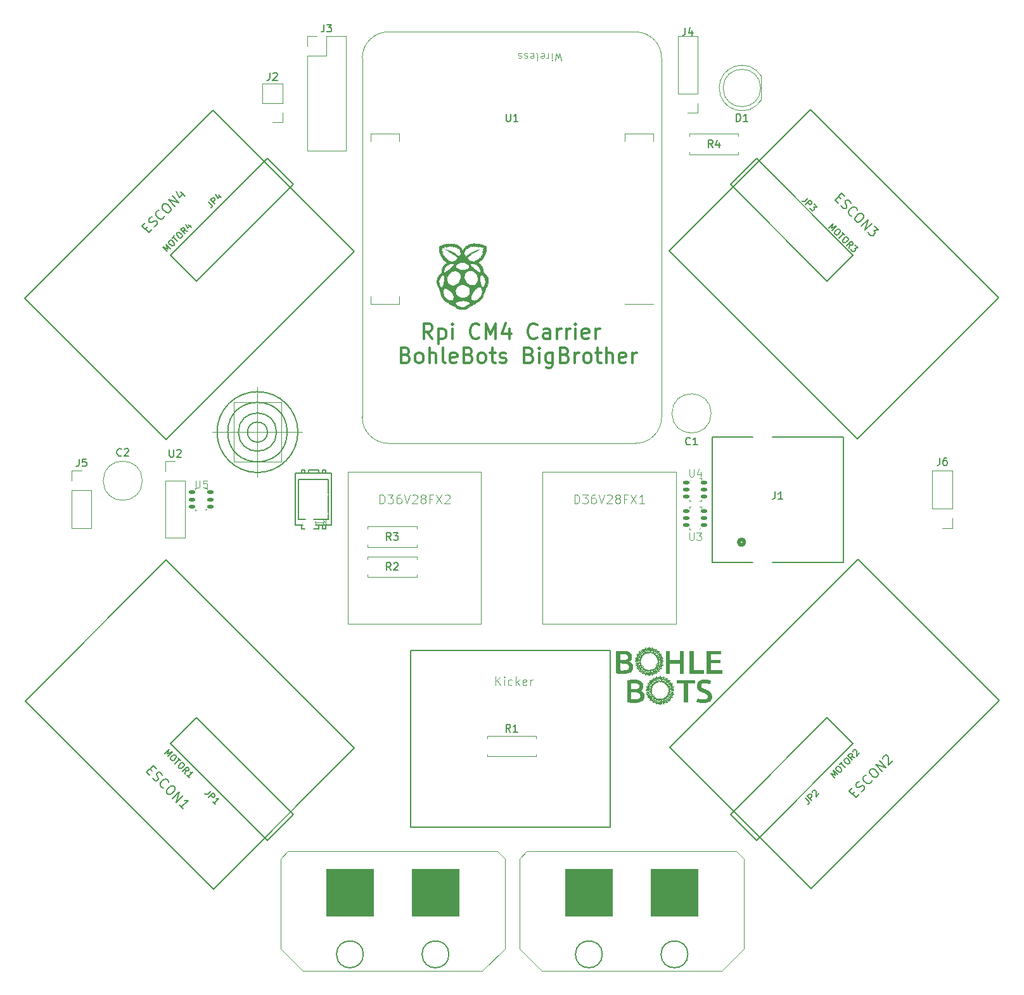
<source format=gto>
%TF.GenerationSoftware,KiCad,Pcbnew,7.0.9*%
%TF.CreationDate,2023-12-29T02:13:22+01:00*%
%TF.ProjectId,bohlebots-rpi-cm4-carrier,626f686c-6562-46f7-9473-2d7270692d63,v01*%
%TF.SameCoordinates,Original*%
%TF.FileFunction,Legend,Top*%
%TF.FilePolarity,Positive*%
%FSLAX46Y46*%
G04 Gerber Fmt 4.6, Leading zero omitted, Abs format (unit mm)*
G04 Created by KiCad (PCBNEW 7.0.9) date 2023-12-29 02:13:22*
%MOMM*%
%LPD*%
G01*
G04 APERTURE LIST*
G04 Aperture macros list*
%AMRoundRect*
0 Rectangle with rounded corners*
0 $1 Rounding radius*
0 $2 $3 $4 $5 $6 $7 $8 $9 X,Y pos of 4 corners*
0 Add a 4 corners polygon primitive as box body*
4,1,4,$2,$3,$4,$5,$6,$7,$8,$9,$2,$3,0*
0 Add four circle primitives for the rounded corners*
1,1,$1+$1,$2,$3*
1,1,$1+$1,$4,$5*
1,1,$1+$1,$6,$7*
1,1,$1+$1,$8,$9*
0 Add four rect primitives between the rounded corners*
20,1,$1+$1,$2,$3,$4,$5,0*
20,1,$1+$1,$4,$5,$6,$7,0*
20,1,$1+$1,$6,$7,$8,$9,0*
20,1,$1+$1,$8,$9,$2,$3,0*%
%AMRotRect*
0 Rectangle, with rotation*
0 The origin of the aperture is its center*
0 $1 length*
0 $2 width*
0 $3 Rotation angle, in degrees counterclockwise*
0 Add horizontal line*
21,1,$1,$2,0,0,$3*%
%AMFreePoly0*
4,1,25,0.333266,0.742596,0.345389,0.732242,0.732242,0.345389,0.760749,0.289441,0.761999,0.273547,0.761999,-0.273547,0.742596,-0.333266,0.732242,-0.345389,0.345389,-0.732242,0.289441,-0.760749,0.273547,-0.761999,-0.273547,-0.761999,-0.333266,-0.742596,-0.345389,-0.732242,-0.732242,-0.345389,-0.760749,-0.289441,-0.761999,-0.273547,-0.761999,0.273547,-0.742596,0.333266,-0.732242,0.345389,
-0.345389,0.732242,-0.289441,0.760749,-0.273547,0.761999,0.273547,0.761999,0.333266,0.742596,0.333266,0.742596,$1*%
G04 Aperture macros list end*
%ADD10C,0.300000*%
%ADD11C,0.101600*%
%ADD12C,0.182880*%
%ADD13C,0.150000*%
%ADD14C,0.100000*%
%ADD15C,0.010000*%
%ADD16C,0.203200*%
%ADD17C,0.120000*%
%ADD18C,0.127000*%
%ADD19C,0.200000*%
%ADD20C,0.152400*%
%ADD21C,0.508000*%
%ADD22C,1.530000*%
%ADD23RoundRect,0.101600X0.000000X0.933947X-0.933947X0.000000X0.000000X-0.933947X0.933947X0.000000X0*%
%ADD24FreePoly0,225.000000*%
%ADD25R,1.700000X1.700000*%
%ADD26O,1.700000X1.700000*%
%ADD27RoundRect,0.101600X-0.933947X0.000000X0.000000X-0.933947X0.933947X0.000000X0.000000X0.933947X0*%
%ADD28FreePoly0,315.000000*%
%ADD29RotRect,1.308000X1.308000X315.000000*%
%ADD30C,6.100000*%
%ADD31R,0.700000X0.200000*%
%ADD32C,1.600000*%
%ADD33O,1.600000X1.600000*%
%ADD34RoundRect,0.137500X-0.262500X0.137500X-0.262500X-0.137500X0.262500X-0.137500X0.262500X0.137500X0*%
%ADD35RoundRect,0.101600X0.000000X-0.933947X0.933947X0.000000X0.000000X0.933947X-0.933947X0.000000X0*%
%ADD36FreePoly0,45.000000*%
%ADD37C,4.300000*%
%ADD38RotRect,1.308000X1.308000X45.000000*%
%ADD39O,2.540000X1.270000*%
%ADD40R,1.108000X1.108000*%
%ADD41RotRect,1.308000X1.308000X225.000000*%
%ADD42RotRect,1.308000X1.308000X135.000000*%
%ADD43O,3.016000X1.508000*%
%ADD44C,1.500000*%
%ADD45C,1.308000*%
%ADD46C,1.524000*%
%ADD47C,1.600200*%
%ADD48C,2.159000*%
%ADD49C,3.759200*%
%ADD50RoundRect,0.137500X0.262500X-0.137500X0.262500X0.137500X-0.262500X0.137500X-0.262500X-0.137500X0*%
%ADD51RoundRect,0.101600X0.933947X0.000000X0.000000X0.933947X-0.933947X0.000000X0.000000X-0.933947X0*%
%ADD52FreePoly0,135.000000*%
%ADD53C,2.500000*%
%ADD54R,1.800000X1.800000*%
%ADD55C,1.800000*%
G04 APERTURE END LIST*
D10*
X94864035Y-84019638D02*
X94197368Y-83067257D01*
X93721178Y-84019638D02*
X93721178Y-82019638D01*
X93721178Y-82019638D02*
X94483083Y-82019638D01*
X94483083Y-82019638D02*
X94673559Y-82114876D01*
X94673559Y-82114876D02*
X94768797Y-82210114D01*
X94768797Y-82210114D02*
X94864035Y-82400590D01*
X94864035Y-82400590D02*
X94864035Y-82686304D01*
X94864035Y-82686304D02*
X94768797Y-82876780D01*
X94768797Y-82876780D02*
X94673559Y-82972019D01*
X94673559Y-82972019D02*
X94483083Y-83067257D01*
X94483083Y-83067257D02*
X93721178Y-83067257D01*
X95721178Y-82686304D02*
X95721178Y-84686304D01*
X95721178Y-82781542D02*
X95911654Y-82686304D01*
X95911654Y-82686304D02*
X96292607Y-82686304D01*
X96292607Y-82686304D02*
X96483083Y-82781542D01*
X96483083Y-82781542D02*
X96578321Y-82876780D01*
X96578321Y-82876780D02*
X96673559Y-83067257D01*
X96673559Y-83067257D02*
X96673559Y-83638685D01*
X96673559Y-83638685D02*
X96578321Y-83829161D01*
X96578321Y-83829161D02*
X96483083Y-83924400D01*
X96483083Y-83924400D02*
X96292607Y-84019638D01*
X96292607Y-84019638D02*
X95911654Y-84019638D01*
X95911654Y-84019638D02*
X95721178Y-83924400D01*
X97530702Y-84019638D02*
X97530702Y-82686304D01*
X97530702Y-82019638D02*
X97435464Y-82114876D01*
X97435464Y-82114876D02*
X97530702Y-82210114D01*
X97530702Y-82210114D02*
X97625940Y-82114876D01*
X97625940Y-82114876D02*
X97530702Y-82019638D01*
X97530702Y-82019638D02*
X97530702Y-82210114D01*
X101149750Y-83829161D02*
X101054512Y-83924400D01*
X101054512Y-83924400D02*
X100768798Y-84019638D01*
X100768798Y-84019638D02*
X100578322Y-84019638D01*
X100578322Y-84019638D02*
X100292607Y-83924400D01*
X100292607Y-83924400D02*
X100102131Y-83733923D01*
X100102131Y-83733923D02*
X100006893Y-83543447D01*
X100006893Y-83543447D02*
X99911655Y-83162495D01*
X99911655Y-83162495D02*
X99911655Y-82876780D01*
X99911655Y-82876780D02*
X100006893Y-82495828D01*
X100006893Y-82495828D02*
X100102131Y-82305352D01*
X100102131Y-82305352D02*
X100292607Y-82114876D01*
X100292607Y-82114876D02*
X100578322Y-82019638D01*
X100578322Y-82019638D02*
X100768798Y-82019638D01*
X100768798Y-82019638D02*
X101054512Y-82114876D01*
X101054512Y-82114876D02*
X101149750Y-82210114D01*
X102006893Y-84019638D02*
X102006893Y-82019638D01*
X102006893Y-82019638D02*
X102673560Y-83448209D01*
X102673560Y-83448209D02*
X103340226Y-82019638D01*
X103340226Y-82019638D02*
X103340226Y-84019638D01*
X105149750Y-82686304D02*
X105149750Y-84019638D01*
X104673559Y-81924400D02*
X104197369Y-83352971D01*
X104197369Y-83352971D02*
X105435464Y-83352971D01*
X108864036Y-83829161D02*
X108768798Y-83924400D01*
X108768798Y-83924400D02*
X108483084Y-84019638D01*
X108483084Y-84019638D02*
X108292608Y-84019638D01*
X108292608Y-84019638D02*
X108006893Y-83924400D01*
X108006893Y-83924400D02*
X107816417Y-83733923D01*
X107816417Y-83733923D02*
X107721179Y-83543447D01*
X107721179Y-83543447D02*
X107625941Y-83162495D01*
X107625941Y-83162495D02*
X107625941Y-82876780D01*
X107625941Y-82876780D02*
X107721179Y-82495828D01*
X107721179Y-82495828D02*
X107816417Y-82305352D01*
X107816417Y-82305352D02*
X108006893Y-82114876D01*
X108006893Y-82114876D02*
X108292608Y-82019638D01*
X108292608Y-82019638D02*
X108483084Y-82019638D01*
X108483084Y-82019638D02*
X108768798Y-82114876D01*
X108768798Y-82114876D02*
X108864036Y-82210114D01*
X110578322Y-84019638D02*
X110578322Y-82972019D01*
X110578322Y-82972019D02*
X110483084Y-82781542D01*
X110483084Y-82781542D02*
X110292608Y-82686304D01*
X110292608Y-82686304D02*
X109911655Y-82686304D01*
X109911655Y-82686304D02*
X109721179Y-82781542D01*
X110578322Y-83924400D02*
X110387846Y-84019638D01*
X110387846Y-84019638D02*
X109911655Y-84019638D01*
X109911655Y-84019638D02*
X109721179Y-83924400D01*
X109721179Y-83924400D02*
X109625941Y-83733923D01*
X109625941Y-83733923D02*
X109625941Y-83543447D01*
X109625941Y-83543447D02*
X109721179Y-83352971D01*
X109721179Y-83352971D02*
X109911655Y-83257733D01*
X109911655Y-83257733D02*
X110387846Y-83257733D01*
X110387846Y-83257733D02*
X110578322Y-83162495D01*
X111530703Y-84019638D02*
X111530703Y-82686304D01*
X111530703Y-83067257D02*
X111625941Y-82876780D01*
X111625941Y-82876780D02*
X111721179Y-82781542D01*
X111721179Y-82781542D02*
X111911655Y-82686304D01*
X111911655Y-82686304D02*
X112102132Y-82686304D01*
X112768798Y-84019638D02*
X112768798Y-82686304D01*
X112768798Y-83067257D02*
X112864036Y-82876780D01*
X112864036Y-82876780D02*
X112959274Y-82781542D01*
X112959274Y-82781542D02*
X113149750Y-82686304D01*
X113149750Y-82686304D02*
X113340227Y-82686304D01*
X114006893Y-84019638D02*
X114006893Y-82686304D01*
X114006893Y-82019638D02*
X113911655Y-82114876D01*
X113911655Y-82114876D02*
X114006893Y-82210114D01*
X114006893Y-82210114D02*
X114102131Y-82114876D01*
X114102131Y-82114876D02*
X114006893Y-82019638D01*
X114006893Y-82019638D02*
X114006893Y-82210114D01*
X115721179Y-83924400D02*
X115530703Y-84019638D01*
X115530703Y-84019638D02*
X115149750Y-84019638D01*
X115149750Y-84019638D02*
X114959274Y-83924400D01*
X114959274Y-83924400D02*
X114864036Y-83733923D01*
X114864036Y-83733923D02*
X114864036Y-82972019D01*
X114864036Y-82972019D02*
X114959274Y-82781542D01*
X114959274Y-82781542D02*
X115149750Y-82686304D01*
X115149750Y-82686304D02*
X115530703Y-82686304D01*
X115530703Y-82686304D02*
X115721179Y-82781542D01*
X115721179Y-82781542D02*
X115816417Y-82972019D01*
X115816417Y-82972019D02*
X115816417Y-83162495D01*
X115816417Y-83162495D02*
X114864036Y-83352971D01*
X116673560Y-84019638D02*
X116673560Y-82686304D01*
X116673560Y-83067257D02*
X116768798Y-82876780D01*
X116768798Y-82876780D02*
X116864036Y-82781542D01*
X116864036Y-82781542D02*
X117054512Y-82686304D01*
X117054512Y-82686304D02*
X117244989Y-82686304D01*
X91340225Y-86192019D02*
X91625939Y-86287257D01*
X91625939Y-86287257D02*
X91721177Y-86382495D01*
X91721177Y-86382495D02*
X91816415Y-86572971D01*
X91816415Y-86572971D02*
X91816415Y-86858685D01*
X91816415Y-86858685D02*
X91721177Y-87049161D01*
X91721177Y-87049161D02*
X91625939Y-87144400D01*
X91625939Y-87144400D02*
X91435463Y-87239638D01*
X91435463Y-87239638D02*
X90673558Y-87239638D01*
X90673558Y-87239638D02*
X90673558Y-85239638D01*
X90673558Y-85239638D02*
X91340225Y-85239638D01*
X91340225Y-85239638D02*
X91530701Y-85334876D01*
X91530701Y-85334876D02*
X91625939Y-85430114D01*
X91625939Y-85430114D02*
X91721177Y-85620590D01*
X91721177Y-85620590D02*
X91721177Y-85811066D01*
X91721177Y-85811066D02*
X91625939Y-86001542D01*
X91625939Y-86001542D02*
X91530701Y-86096780D01*
X91530701Y-86096780D02*
X91340225Y-86192019D01*
X91340225Y-86192019D02*
X90673558Y-86192019D01*
X92959272Y-87239638D02*
X92768796Y-87144400D01*
X92768796Y-87144400D02*
X92673558Y-87049161D01*
X92673558Y-87049161D02*
X92578320Y-86858685D01*
X92578320Y-86858685D02*
X92578320Y-86287257D01*
X92578320Y-86287257D02*
X92673558Y-86096780D01*
X92673558Y-86096780D02*
X92768796Y-86001542D01*
X92768796Y-86001542D02*
X92959272Y-85906304D01*
X92959272Y-85906304D02*
X93244987Y-85906304D01*
X93244987Y-85906304D02*
X93435463Y-86001542D01*
X93435463Y-86001542D02*
X93530701Y-86096780D01*
X93530701Y-86096780D02*
X93625939Y-86287257D01*
X93625939Y-86287257D02*
X93625939Y-86858685D01*
X93625939Y-86858685D02*
X93530701Y-87049161D01*
X93530701Y-87049161D02*
X93435463Y-87144400D01*
X93435463Y-87144400D02*
X93244987Y-87239638D01*
X93244987Y-87239638D02*
X92959272Y-87239638D01*
X94483082Y-87239638D02*
X94483082Y-85239638D01*
X95340225Y-87239638D02*
X95340225Y-86192019D01*
X95340225Y-86192019D02*
X95244987Y-86001542D01*
X95244987Y-86001542D02*
X95054511Y-85906304D01*
X95054511Y-85906304D02*
X94768796Y-85906304D01*
X94768796Y-85906304D02*
X94578320Y-86001542D01*
X94578320Y-86001542D02*
X94483082Y-86096780D01*
X96578320Y-87239638D02*
X96387844Y-87144400D01*
X96387844Y-87144400D02*
X96292606Y-86953923D01*
X96292606Y-86953923D02*
X96292606Y-85239638D01*
X98102130Y-87144400D02*
X97911654Y-87239638D01*
X97911654Y-87239638D02*
X97530701Y-87239638D01*
X97530701Y-87239638D02*
X97340225Y-87144400D01*
X97340225Y-87144400D02*
X97244987Y-86953923D01*
X97244987Y-86953923D02*
X97244987Y-86192019D01*
X97244987Y-86192019D02*
X97340225Y-86001542D01*
X97340225Y-86001542D02*
X97530701Y-85906304D01*
X97530701Y-85906304D02*
X97911654Y-85906304D01*
X97911654Y-85906304D02*
X98102130Y-86001542D01*
X98102130Y-86001542D02*
X98197368Y-86192019D01*
X98197368Y-86192019D02*
X98197368Y-86382495D01*
X98197368Y-86382495D02*
X97244987Y-86572971D01*
X99721178Y-86192019D02*
X100006892Y-86287257D01*
X100006892Y-86287257D02*
X100102130Y-86382495D01*
X100102130Y-86382495D02*
X100197368Y-86572971D01*
X100197368Y-86572971D02*
X100197368Y-86858685D01*
X100197368Y-86858685D02*
X100102130Y-87049161D01*
X100102130Y-87049161D02*
X100006892Y-87144400D01*
X100006892Y-87144400D02*
X99816416Y-87239638D01*
X99816416Y-87239638D02*
X99054511Y-87239638D01*
X99054511Y-87239638D02*
X99054511Y-85239638D01*
X99054511Y-85239638D02*
X99721178Y-85239638D01*
X99721178Y-85239638D02*
X99911654Y-85334876D01*
X99911654Y-85334876D02*
X100006892Y-85430114D01*
X100006892Y-85430114D02*
X100102130Y-85620590D01*
X100102130Y-85620590D02*
X100102130Y-85811066D01*
X100102130Y-85811066D02*
X100006892Y-86001542D01*
X100006892Y-86001542D02*
X99911654Y-86096780D01*
X99911654Y-86096780D02*
X99721178Y-86192019D01*
X99721178Y-86192019D02*
X99054511Y-86192019D01*
X101340225Y-87239638D02*
X101149749Y-87144400D01*
X101149749Y-87144400D02*
X101054511Y-87049161D01*
X101054511Y-87049161D02*
X100959273Y-86858685D01*
X100959273Y-86858685D02*
X100959273Y-86287257D01*
X100959273Y-86287257D02*
X101054511Y-86096780D01*
X101054511Y-86096780D02*
X101149749Y-86001542D01*
X101149749Y-86001542D02*
X101340225Y-85906304D01*
X101340225Y-85906304D02*
X101625940Y-85906304D01*
X101625940Y-85906304D02*
X101816416Y-86001542D01*
X101816416Y-86001542D02*
X101911654Y-86096780D01*
X101911654Y-86096780D02*
X102006892Y-86287257D01*
X102006892Y-86287257D02*
X102006892Y-86858685D01*
X102006892Y-86858685D02*
X101911654Y-87049161D01*
X101911654Y-87049161D02*
X101816416Y-87144400D01*
X101816416Y-87144400D02*
X101625940Y-87239638D01*
X101625940Y-87239638D02*
X101340225Y-87239638D01*
X102578321Y-85906304D02*
X103340225Y-85906304D01*
X102864035Y-85239638D02*
X102864035Y-86953923D01*
X102864035Y-86953923D02*
X102959273Y-87144400D01*
X102959273Y-87144400D02*
X103149749Y-87239638D01*
X103149749Y-87239638D02*
X103340225Y-87239638D01*
X103911654Y-87144400D02*
X104102130Y-87239638D01*
X104102130Y-87239638D02*
X104483082Y-87239638D01*
X104483082Y-87239638D02*
X104673559Y-87144400D01*
X104673559Y-87144400D02*
X104768797Y-86953923D01*
X104768797Y-86953923D02*
X104768797Y-86858685D01*
X104768797Y-86858685D02*
X104673559Y-86668209D01*
X104673559Y-86668209D02*
X104483082Y-86572971D01*
X104483082Y-86572971D02*
X104197368Y-86572971D01*
X104197368Y-86572971D02*
X104006892Y-86477733D01*
X104006892Y-86477733D02*
X103911654Y-86287257D01*
X103911654Y-86287257D02*
X103911654Y-86192019D01*
X103911654Y-86192019D02*
X104006892Y-86001542D01*
X104006892Y-86001542D02*
X104197368Y-85906304D01*
X104197368Y-85906304D02*
X104483082Y-85906304D01*
X104483082Y-85906304D02*
X104673559Y-86001542D01*
X107816417Y-86192019D02*
X108102131Y-86287257D01*
X108102131Y-86287257D02*
X108197369Y-86382495D01*
X108197369Y-86382495D02*
X108292607Y-86572971D01*
X108292607Y-86572971D02*
X108292607Y-86858685D01*
X108292607Y-86858685D02*
X108197369Y-87049161D01*
X108197369Y-87049161D02*
X108102131Y-87144400D01*
X108102131Y-87144400D02*
X107911655Y-87239638D01*
X107911655Y-87239638D02*
X107149750Y-87239638D01*
X107149750Y-87239638D02*
X107149750Y-85239638D01*
X107149750Y-85239638D02*
X107816417Y-85239638D01*
X107816417Y-85239638D02*
X108006893Y-85334876D01*
X108006893Y-85334876D02*
X108102131Y-85430114D01*
X108102131Y-85430114D02*
X108197369Y-85620590D01*
X108197369Y-85620590D02*
X108197369Y-85811066D01*
X108197369Y-85811066D02*
X108102131Y-86001542D01*
X108102131Y-86001542D02*
X108006893Y-86096780D01*
X108006893Y-86096780D02*
X107816417Y-86192019D01*
X107816417Y-86192019D02*
X107149750Y-86192019D01*
X109149750Y-87239638D02*
X109149750Y-85906304D01*
X109149750Y-85239638D02*
X109054512Y-85334876D01*
X109054512Y-85334876D02*
X109149750Y-85430114D01*
X109149750Y-85430114D02*
X109244988Y-85334876D01*
X109244988Y-85334876D02*
X109149750Y-85239638D01*
X109149750Y-85239638D02*
X109149750Y-85430114D01*
X110959274Y-85906304D02*
X110959274Y-87525352D01*
X110959274Y-87525352D02*
X110864036Y-87715828D01*
X110864036Y-87715828D02*
X110768798Y-87811066D01*
X110768798Y-87811066D02*
X110578321Y-87906304D01*
X110578321Y-87906304D02*
X110292607Y-87906304D01*
X110292607Y-87906304D02*
X110102131Y-87811066D01*
X110959274Y-87144400D02*
X110768798Y-87239638D01*
X110768798Y-87239638D02*
X110387845Y-87239638D01*
X110387845Y-87239638D02*
X110197369Y-87144400D01*
X110197369Y-87144400D02*
X110102131Y-87049161D01*
X110102131Y-87049161D02*
X110006893Y-86858685D01*
X110006893Y-86858685D02*
X110006893Y-86287257D01*
X110006893Y-86287257D02*
X110102131Y-86096780D01*
X110102131Y-86096780D02*
X110197369Y-86001542D01*
X110197369Y-86001542D02*
X110387845Y-85906304D01*
X110387845Y-85906304D02*
X110768798Y-85906304D01*
X110768798Y-85906304D02*
X110959274Y-86001542D01*
X112578322Y-86192019D02*
X112864036Y-86287257D01*
X112864036Y-86287257D02*
X112959274Y-86382495D01*
X112959274Y-86382495D02*
X113054512Y-86572971D01*
X113054512Y-86572971D02*
X113054512Y-86858685D01*
X113054512Y-86858685D02*
X112959274Y-87049161D01*
X112959274Y-87049161D02*
X112864036Y-87144400D01*
X112864036Y-87144400D02*
X112673560Y-87239638D01*
X112673560Y-87239638D02*
X111911655Y-87239638D01*
X111911655Y-87239638D02*
X111911655Y-85239638D01*
X111911655Y-85239638D02*
X112578322Y-85239638D01*
X112578322Y-85239638D02*
X112768798Y-85334876D01*
X112768798Y-85334876D02*
X112864036Y-85430114D01*
X112864036Y-85430114D02*
X112959274Y-85620590D01*
X112959274Y-85620590D02*
X112959274Y-85811066D01*
X112959274Y-85811066D02*
X112864036Y-86001542D01*
X112864036Y-86001542D02*
X112768798Y-86096780D01*
X112768798Y-86096780D02*
X112578322Y-86192019D01*
X112578322Y-86192019D02*
X111911655Y-86192019D01*
X113911655Y-87239638D02*
X113911655Y-85906304D01*
X113911655Y-86287257D02*
X114006893Y-86096780D01*
X114006893Y-86096780D02*
X114102131Y-86001542D01*
X114102131Y-86001542D02*
X114292607Y-85906304D01*
X114292607Y-85906304D02*
X114483084Y-85906304D01*
X115435464Y-87239638D02*
X115244988Y-87144400D01*
X115244988Y-87144400D02*
X115149750Y-87049161D01*
X115149750Y-87049161D02*
X115054512Y-86858685D01*
X115054512Y-86858685D02*
X115054512Y-86287257D01*
X115054512Y-86287257D02*
X115149750Y-86096780D01*
X115149750Y-86096780D02*
X115244988Y-86001542D01*
X115244988Y-86001542D02*
X115435464Y-85906304D01*
X115435464Y-85906304D02*
X115721179Y-85906304D01*
X115721179Y-85906304D02*
X115911655Y-86001542D01*
X115911655Y-86001542D02*
X116006893Y-86096780D01*
X116006893Y-86096780D02*
X116102131Y-86287257D01*
X116102131Y-86287257D02*
X116102131Y-86858685D01*
X116102131Y-86858685D02*
X116006893Y-87049161D01*
X116006893Y-87049161D02*
X115911655Y-87144400D01*
X115911655Y-87144400D02*
X115721179Y-87239638D01*
X115721179Y-87239638D02*
X115435464Y-87239638D01*
X116673560Y-85906304D02*
X117435464Y-85906304D01*
X116959274Y-85239638D02*
X116959274Y-86953923D01*
X116959274Y-86953923D02*
X117054512Y-87144400D01*
X117054512Y-87144400D02*
X117244988Y-87239638D01*
X117244988Y-87239638D02*
X117435464Y-87239638D01*
X118102131Y-87239638D02*
X118102131Y-85239638D01*
X118959274Y-87239638D02*
X118959274Y-86192019D01*
X118959274Y-86192019D02*
X118864036Y-86001542D01*
X118864036Y-86001542D02*
X118673560Y-85906304D01*
X118673560Y-85906304D02*
X118387845Y-85906304D01*
X118387845Y-85906304D02*
X118197369Y-86001542D01*
X118197369Y-86001542D02*
X118102131Y-86096780D01*
X120673560Y-87144400D02*
X120483084Y-87239638D01*
X120483084Y-87239638D02*
X120102131Y-87239638D01*
X120102131Y-87239638D02*
X119911655Y-87144400D01*
X119911655Y-87144400D02*
X119816417Y-86953923D01*
X119816417Y-86953923D02*
X119816417Y-86192019D01*
X119816417Y-86192019D02*
X119911655Y-86001542D01*
X119911655Y-86001542D02*
X120102131Y-85906304D01*
X120102131Y-85906304D02*
X120483084Y-85906304D01*
X120483084Y-85906304D02*
X120673560Y-86001542D01*
X120673560Y-86001542D02*
X120768798Y-86192019D01*
X120768798Y-86192019D02*
X120768798Y-86382495D01*
X120768798Y-86382495D02*
X119816417Y-86572971D01*
X121625941Y-87239638D02*
X121625941Y-85906304D01*
X121625941Y-86287257D02*
X121721179Y-86096780D01*
X121721179Y-86096780D02*
X121816417Y-86001542D01*
X121816417Y-86001542D02*
X122006893Y-85906304D01*
X122006893Y-85906304D02*
X122197370Y-85906304D01*
D11*
X87854218Y-106035240D02*
X87854218Y-104866840D01*
X87854218Y-104866840D02*
X88132408Y-104866840D01*
X88132408Y-104866840D02*
X88299323Y-104922478D01*
X88299323Y-104922478D02*
X88410599Y-105033754D01*
X88410599Y-105033754D02*
X88466237Y-105145030D01*
X88466237Y-105145030D02*
X88521875Y-105367582D01*
X88521875Y-105367582D02*
X88521875Y-105534497D01*
X88521875Y-105534497D02*
X88466237Y-105757049D01*
X88466237Y-105757049D02*
X88410599Y-105868325D01*
X88410599Y-105868325D02*
X88299323Y-105979602D01*
X88299323Y-105979602D02*
X88132408Y-106035240D01*
X88132408Y-106035240D02*
X87854218Y-106035240D01*
X88911342Y-104866840D02*
X89634637Y-104866840D01*
X89634637Y-104866840D02*
X89245170Y-105311944D01*
X89245170Y-105311944D02*
X89412085Y-105311944D01*
X89412085Y-105311944D02*
X89523361Y-105367582D01*
X89523361Y-105367582D02*
X89578999Y-105423221D01*
X89578999Y-105423221D02*
X89634637Y-105534497D01*
X89634637Y-105534497D02*
X89634637Y-105812687D01*
X89634637Y-105812687D02*
X89578999Y-105923963D01*
X89578999Y-105923963D02*
X89523361Y-105979602D01*
X89523361Y-105979602D02*
X89412085Y-106035240D01*
X89412085Y-106035240D02*
X89078256Y-106035240D01*
X89078256Y-106035240D02*
X88966980Y-105979602D01*
X88966980Y-105979602D02*
X88911342Y-105923963D01*
X90636123Y-104866840D02*
X90413570Y-104866840D01*
X90413570Y-104866840D02*
X90302294Y-104922478D01*
X90302294Y-104922478D02*
X90246656Y-104978116D01*
X90246656Y-104978116D02*
X90135380Y-105145030D01*
X90135380Y-105145030D02*
X90079742Y-105367582D01*
X90079742Y-105367582D02*
X90079742Y-105812687D01*
X90079742Y-105812687D02*
X90135380Y-105923963D01*
X90135380Y-105923963D02*
X90191018Y-105979602D01*
X90191018Y-105979602D02*
X90302294Y-106035240D01*
X90302294Y-106035240D02*
X90524847Y-106035240D01*
X90524847Y-106035240D02*
X90636123Y-105979602D01*
X90636123Y-105979602D02*
X90691761Y-105923963D01*
X90691761Y-105923963D02*
X90747399Y-105812687D01*
X90747399Y-105812687D02*
X90747399Y-105534497D01*
X90747399Y-105534497D02*
X90691761Y-105423221D01*
X90691761Y-105423221D02*
X90636123Y-105367582D01*
X90636123Y-105367582D02*
X90524847Y-105311944D01*
X90524847Y-105311944D02*
X90302294Y-105311944D01*
X90302294Y-105311944D02*
X90191018Y-105367582D01*
X90191018Y-105367582D02*
X90135380Y-105423221D01*
X90135380Y-105423221D02*
X90079742Y-105534497D01*
X91081228Y-104866840D02*
X91470694Y-106035240D01*
X91470694Y-106035240D02*
X91860161Y-104866840D01*
X92193990Y-104978116D02*
X92249628Y-104922478D01*
X92249628Y-104922478D02*
X92360904Y-104866840D01*
X92360904Y-104866840D02*
X92639095Y-104866840D01*
X92639095Y-104866840D02*
X92750371Y-104922478D01*
X92750371Y-104922478D02*
X92806009Y-104978116D01*
X92806009Y-104978116D02*
X92861647Y-105089392D01*
X92861647Y-105089392D02*
X92861647Y-105200668D01*
X92861647Y-105200668D02*
X92806009Y-105367582D01*
X92806009Y-105367582D02*
X92138352Y-106035240D01*
X92138352Y-106035240D02*
X92861647Y-106035240D01*
X93529304Y-105367582D02*
X93418028Y-105311944D01*
X93418028Y-105311944D02*
X93362390Y-105256306D01*
X93362390Y-105256306D02*
X93306752Y-105145030D01*
X93306752Y-105145030D02*
X93306752Y-105089392D01*
X93306752Y-105089392D02*
X93362390Y-104978116D01*
X93362390Y-104978116D02*
X93418028Y-104922478D01*
X93418028Y-104922478D02*
X93529304Y-104866840D01*
X93529304Y-104866840D02*
X93751857Y-104866840D01*
X93751857Y-104866840D02*
X93863133Y-104922478D01*
X93863133Y-104922478D02*
X93918771Y-104978116D01*
X93918771Y-104978116D02*
X93974409Y-105089392D01*
X93974409Y-105089392D02*
X93974409Y-105145030D01*
X93974409Y-105145030D02*
X93918771Y-105256306D01*
X93918771Y-105256306D02*
X93863133Y-105311944D01*
X93863133Y-105311944D02*
X93751857Y-105367582D01*
X93751857Y-105367582D02*
X93529304Y-105367582D01*
X93529304Y-105367582D02*
X93418028Y-105423221D01*
X93418028Y-105423221D02*
X93362390Y-105478859D01*
X93362390Y-105478859D02*
X93306752Y-105590135D01*
X93306752Y-105590135D02*
X93306752Y-105812687D01*
X93306752Y-105812687D02*
X93362390Y-105923963D01*
X93362390Y-105923963D02*
X93418028Y-105979602D01*
X93418028Y-105979602D02*
X93529304Y-106035240D01*
X93529304Y-106035240D02*
X93751857Y-106035240D01*
X93751857Y-106035240D02*
X93863133Y-105979602D01*
X93863133Y-105979602D02*
X93918771Y-105923963D01*
X93918771Y-105923963D02*
X93974409Y-105812687D01*
X93974409Y-105812687D02*
X93974409Y-105590135D01*
X93974409Y-105590135D02*
X93918771Y-105478859D01*
X93918771Y-105478859D02*
X93863133Y-105423221D01*
X93863133Y-105423221D02*
X93751857Y-105367582D01*
X94864619Y-105423221D02*
X94475152Y-105423221D01*
X94475152Y-106035240D02*
X94475152Y-104866840D01*
X94475152Y-104866840D02*
X95031533Y-104866840D01*
X95365362Y-104866840D02*
X96144295Y-106035240D01*
X96144295Y-104866840D02*
X95365362Y-106035240D01*
X96533762Y-104978116D02*
X96589400Y-104922478D01*
X96589400Y-104922478D02*
X96700676Y-104866840D01*
X96700676Y-104866840D02*
X96978867Y-104866840D01*
X96978867Y-104866840D02*
X97090143Y-104922478D01*
X97090143Y-104922478D02*
X97145781Y-104978116D01*
X97145781Y-104978116D02*
X97201419Y-105089392D01*
X97201419Y-105089392D02*
X97201419Y-105200668D01*
X97201419Y-105200668D02*
X97145781Y-105367582D01*
X97145781Y-105367582D02*
X96478124Y-106035240D01*
X96478124Y-106035240D02*
X97201419Y-106035240D01*
D12*
X145061578Y-65225729D02*
X144640789Y-65646519D01*
X144640789Y-65646519D02*
X144528578Y-65702624D01*
X144528578Y-65702624D02*
X144416368Y-65702624D01*
X144416368Y-65702624D02*
X144304158Y-65646519D01*
X144304158Y-65646519D02*
X144248052Y-65590413D01*
X144752999Y-66095360D02*
X145342104Y-65506255D01*
X145342104Y-65506255D02*
X145566525Y-65730676D01*
X145566525Y-65730676D02*
X145594578Y-65814834D01*
X145594578Y-65814834D02*
X145594578Y-65870939D01*
X145594578Y-65870939D02*
X145566525Y-65955097D01*
X145566525Y-65955097D02*
X145482367Y-66039255D01*
X145482367Y-66039255D02*
X145398209Y-66067308D01*
X145398209Y-66067308D02*
X145342104Y-66067308D01*
X145342104Y-66067308D02*
X145257946Y-66039255D01*
X145257946Y-66039255D02*
X145033525Y-65814834D01*
X145875104Y-66039255D02*
X146239788Y-66403939D01*
X146239788Y-66403939D02*
X145818998Y-66431992D01*
X145818998Y-66431992D02*
X145903156Y-66516149D01*
X145903156Y-66516149D02*
X145931209Y-66600307D01*
X145931209Y-66600307D02*
X145931209Y-66656412D01*
X145931209Y-66656412D02*
X145903156Y-66740570D01*
X145903156Y-66740570D02*
X145762893Y-66880833D01*
X145762893Y-66880833D02*
X145678735Y-66908886D01*
X145678735Y-66908886D02*
X145622630Y-66908886D01*
X145622630Y-66908886D02*
X145538472Y-66880833D01*
X145538472Y-66880833D02*
X145370157Y-66712518D01*
X145370157Y-66712518D02*
X145342104Y-66628360D01*
X145342104Y-66628360D02*
X145342104Y-66572255D01*
X147854412Y-69196772D02*
X148443516Y-68607667D01*
X148443516Y-68607667D02*
X148219096Y-69224824D01*
X148219096Y-69224824D02*
X148836253Y-69000403D01*
X148836253Y-69000403D02*
X148247148Y-69589508D01*
X149228989Y-69393140D02*
X149341200Y-69505350D01*
X149341200Y-69505350D02*
X149369252Y-69589508D01*
X149369252Y-69589508D02*
X149369252Y-69701718D01*
X149369252Y-69701718D02*
X149285095Y-69841982D01*
X149285095Y-69841982D02*
X149088726Y-70038350D01*
X149088726Y-70038350D02*
X148948463Y-70122508D01*
X148948463Y-70122508D02*
X148836253Y-70122508D01*
X148836253Y-70122508D02*
X148752095Y-70094455D01*
X148752095Y-70094455D02*
X148639885Y-69982245D01*
X148639885Y-69982245D02*
X148611832Y-69898087D01*
X148611832Y-69898087D02*
X148611832Y-69785876D01*
X148611832Y-69785876D02*
X148695990Y-69645613D01*
X148695990Y-69645613D02*
X148892358Y-69449245D01*
X148892358Y-69449245D02*
X149032621Y-69365087D01*
X149032621Y-69365087D02*
X149144832Y-69365087D01*
X149144832Y-69365087D02*
X149228989Y-69393140D01*
X149649778Y-69813929D02*
X149986410Y-70150560D01*
X149228989Y-70571349D02*
X149818094Y-69982244D01*
X150294988Y-70459139D02*
X150407199Y-70571349D01*
X150407199Y-70571349D02*
X150435251Y-70655507D01*
X150435251Y-70655507D02*
X150435251Y-70767717D01*
X150435251Y-70767717D02*
X150351093Y-70907980D01*
X150351093Y-70907980D02*
X150154725Y-71104349D01*
X150154725Y-71104349D02*
X150014462Y-71188506D01*
X150014462Y-71188506D02*
X149902252Y-71188506D01*
X149902252Y-71188506D02*
X149818094Y-71160454D01*
X149818094Y-71160454D02*
X149705883Y-71048243D01*
X149705883Y-71048243D02*
X149677831Y-70964086D01*
X149677831Y-70964086D02*
X149677831Y-70851875D01*
X149677831Y-70851875D02*
X149761989Y-70711612D01*
X149761989Y-70711612D02*
X149958357Y-70515244D01*
X149958357Y-70515244D02*
X150098620Y-70431086D01*
X150098620Y-70431086D02*
X150210830Y-70431086D01*
X150210830Y-70431086D02*
X150294988Y-70459139D01*
X150547461Y-71889821D02*
X150631619Y-71412927D01*
X150210830Y-71553190D02*
X150799935Y-70964085D01*
X150799935Y-70964085D02*
X151024356Y-71188506D01*
X151024356Y-71188506D02*
X151052408Y-71272664D01*
X151052408Y-71272664D02*
X151052408Y-71328769D01*
X151052408Y-71328769D02*
X151024356Y-71412927D01*
X151024356Y-71412927D02*
X150940198Y-71497085D01*
X150940198Y-71497085D02*
X150856040Y-71525137D01*
X150856040Y-71525137D02*
X150799935Y-71525137D01*
X150799935Y-71525137D02*
X150715777Y-71497085D01*
X150715777Y-71497085D02*
X150491356Y-71272664D01*
X151332934Y-71497085D02*
X151697618Y-71861769D01*
X151697618Y-71861769D02*
X151276829Y-71889821D01*
X151276829Y-71889821D02*
X151360987Y-71973979D01*
X151360987Y-71973979D02*
X151389040Y-72058137D01*
X151389040Y-72058137D02*
X151389040Y-72114242D01*
X151389040Y-72114242D02*
X151360987Y-72198400D01*
X151360987Y-72198400D02*
X151220724Y-72338663D01*
X151220724Y-72338663D02*
X151136566Y-72366716D01*
X151136566Y-72366716D02*
X151080461Y-72366716D01*
X151080461Y-72366716D02*
X150996303Y-72338663D01*
X150996303Y-72338663D02*
X150827988Y-72170348D01*
X150827988Y-72170348D02*
X150799935Y-72086190D01*
X150799935Y-72086190D02*
X150799935Y-72030084D01*
D13*
X128666666Y-42454819D02*
X128666666Y-43169104D01*
X128666666Y-43169104D02*
X128619047Y-43311961D01*
X128619047Y-43311961D02*
X128523809Y-43407200D01*
X128523809Y-43407200D02*
X128380952Y-43454819D01*
X128380952Y-43454819D02*
X128285714Y-43454819D01*
X129571428Y-42788152D02*
X129571428Y-43454819D01*
X129333333Y-42407200D02*
X129095238Y-43121485D01*
X129095238Y-43121485D02*
X129714285Y-43121485D01*
D12*
X64956579Y-65707571D02*
X65377369Y-66128360D01*
X65377369Y-66128360D02*
X65433474Y-66240571D01*
X65433474Y-66240571D02*
X65433474Y-66352781D01*
X65433474Y-66352781D02*
X65377369Y-66464991D01*
X65377369Y-66464991D02*
X65321263Y-66521097D01*
X65826210Y-66016150D02*
X65237105Y-65427045D01*
X65237105Y-65427045D02*
X65461526Y-65202624D01*
X65461526Y-65202624D02*
X65545684Y-65174571D01*
X65545684Y-65174571D02*
X65601789Y-65174571D01*
X65601789Y-65174571D02*
X65685947Y-65202624D01*
X65685947Y-65202624D02*
X65770105Y-65286782D01*
X65770105Y-65286782D02*
X65798158Y-65370940D01*
X65798158Y-65370940D02*
X65798158Y-65427045D01*
X65798158Y-65427045D02*
X65770105Y-65511203D01*
X65770105Y-65511203D02*
X65545684Y-65735624D01*
X66275052Y-64781835D02*
X66667789Y-65174571D01*
X65910368Y-64697677D02*
X66190894Y-65258729D01*
X66190894Y-65258729D02*
X66555578Y-64894045D01*
X59469792Y-72372568D02*
X58880687Y-71783463D01*
X58880687Y-71783463D02*
X59497844Y-72007884D01*
X59497844Y-72007884D02*
X59273423Y-71390727D01*
X59273423Y-71390727D02*
X59862528Y-71979832D01*
X59666160Y-70997990D02*
X59778370Y-70885780D01*
X59778370Y-70885780D02*
X59862528Y-70857727D01*
X59862528Y-70857727D02*
X59974739Y-70857727D01*
X59974739Y-70857727D02*
X60115002Y-70941885D01*
X60115002Y-70941885D02*
X60311370Y-71138254D01*
X60311370Y-71138254D02*
X60395528Y-71278517D01*
X60395528Y-71278517D02*
X60395528Y-71390727D01*
X60395528Y-71390727D02*
X60367475Y-71474885D01*
X60367475Y-71474885D02*
X60255265Y-71587095D01*
X60255265Y-71587095D02*
X60171107Y-71615148D01*
X60171107Y-71615148D02*
X60058896Y-71615148D01*
X60058896Y-71615148D02*
X59918633Y-71530990D01*
X59918633Y-71530990D02*
X59722265Y-71334622D01*
X59722265Y-71334622D02*
X59638107Y-71194359D01*
X59638107Y-71194359D02*
X59638107Y-71082148D01*
X59638107Y-71082148D02*
X59666160Y-70997990D01*
X60086949Y-70577202D02*
X60423580Y-70240570D01*
X60844369Y-70997991D02*
X60255264Y-70408886D01*
X60732159Y-69931992D02*
X60844369Y-69819781D01*
X60844369Y-69819781D02*
X60928527Y-69791729D01*
X60928527Y-69791729D02*
X61040737Y-69791729D01*
X61040737Y-69791729D02*
X61181000Y-69875886D01*
X61181000Y-69875886D02*
X61377369Y-70072255D01*
X61377369Y-70072255D02*
X61461527Y-70212518D01*
X61461527Y-70212518D02*
X61461527Y-70324728D01*
X61461527Y-70324728D02*
X61433474Y-70408886D01*
X61433474Y-70408886D02*
X61321264Y-70521096D01*
X61321264Y-70521096D02*
X61237106Y-70549149D01*
X61237106Y-70549149D02*
X61124895Y-70549149D01*
X61124895Y-70549149D02*
X60984632Y-70464991D01*
X60984632Y-70464991D02*
X60788264Y-70268623D01*
X60788264Y-70268623D02*
X60704106Y-70128360D01*
X60704106Y-70128360D02*
X60704106Y-70016149D01*
X60704106Y-70016149D02*
X60732159Y-69931992D01*
X62162842Y-69679518D02*
X61685947Y-69595361D01*
X61826210Y-70016150D02*
X61237105Y-69427045D01*
X61237105Y-69427045D02*
X61461526Y-69202624D01*
X61461526Y-69202624D02*
X61545684Y-69174571D01*
X61545684Y-69174571D02*
X61601789Y-69174571D01*
X61601789Y-69174571D02*
X61685947Y-69202624D01*
X61685947Y-69202624D02*
X61770105Y-69286782D01*
X61770105Y-69286782D02*
X61798158Y-69370940D01*
X61798158Y-69370940D02*
X61798158Y-69427045D01*
X61798158Y-69427045D02*
X61770105Y-69511203D01*
X61770105Y-69511203D02*
X61545684Y-69735624D01*
X62275052Y-68781835D02*
X62667789Y-69174571D01*
X61910368Y-68697677D02*
X62190894Y-69258729D01*
X62190894Y-69258729D02*
X62555578Y-68894045D01*
D13*
X57122967Y-141502034D02*
X57422309Y-141801376D01*
X57080204Y-142400060D02*
X56652573Y-141972429D01*
X56652573Y-141972429D02*
X57550599Y-141074403D01*
X57550599Y-141074403D02*
X57978230Y-141502034D01*
X57465073Y-142699402D02*
X57550599Y-142870454D01*
X57550599Y-142870454D02*
X57764414Y-143084270D01*
X57764414Y-143084270D02*
X57892704Y-143127033D01*
X57892704Y-143127033D02*
X57978230Y-143127033D01*
X57978230Y-143127033D02*
X58106519Y-143084270D01*
X58106519Y-143084270D02*
X58192046Y-142998744D01*
X58192046Y-142998744D02*
X58234809Y-142870454D01*
X58234809Y-142870454D02*
X58234809Y-142784928D01*
X58234809Y-142784928D02*
X58192046Y-142656639D01*
X58192046Y-142656639D02*
X58063756Y-142442823D01*
X58063756Y-142442823D02*
X58020993Y-142314534D01*
X58020993Y-142314534D02*
X58020993Y-142229008D01*
X58020993Y-142229008D02*
X58063756Y-142100718D01*
X58063756Y-142100718D02*
X58149283Y-142015192D01*
X58149283Y-142015192D02*
X58277572Y-141972429D01*
X58277572Y-141972429D02*
X58363098Y-141972429D01*
X58363098Y-141972429D02*
X58491388Y-142015192D01*
X58491388Y-142015192D02*
X58705203Y-142229008D01*
X58705203Y-142229008D02*
X58790729Y-142400060D01*
X58919019Y-144067822D02*
X58833493Y-144067822D01*
X58833493Y-144067822D02*
X58662440Y-143982296D01*
X58662440Y-143982296D02*
X58576914Y-143896770D01*
X58576914Y-143896770D02*
X58491388Y-143725717D01*
X58491388Y-143725717D02*
X58491388Y-143554665D01*
X58491388Y-143554665D02*
X58534151Y-143426375D01*
X58534151Y-143426375D02*
X58662440Y-143212560D01*
X58662440Y-143212560D02*
X58790730Y-143084270D01*
X58790730Y-143084270D02*
X59004545Y-142955981D01*
X59004545Y-142955981D02*
X59132835Y-142913218D01*
X59132835Y-142913218D02*
X59303887Y-142913218D01*
X59303887Y-142913218D02*
X59474940Y-142998744D01*
X59474940Y-142998744D02*
X59560466Y-143084270D01*
X59560466Y-143084270D02*
X59645992Y-143255323D01*
X59645992Y-143255323D02*
X59645992Y-143340849D01*
X60287439Y-143811243D02*
X60458491Y-143982296D01*
X60458491Y-143982296D02*
X60501255Y-144110585D01*
X60501255Y-144110585D02*
X60501255Y-144281638D01*
X60501255Y-144281638D02*
X60372965Y-144495453D01*
X60372965Y-144495453D02*
X60073623Y-144794795D01*
X60073623Y-144794795D02*
X59859808Y-144923085D01*
X59859808Y-144923085D02*
X59688755Y-144923085D01*
X59688755Y-144923085D02*
X59560466Y-144880321D01*
X59560466Y-144880321D02*
X59389413Y-144709269D01*
X59389413Y-144709269D02*
X59346650Y-144580980D01*
X59346650Y-144580980D02*
X59346650Y-144409927D01*
X59346650Y-144409927D02*
X59474940Y-144196111D01*
X59474940Y-144196111D02*
X59774281Y-143896770D01*
X59774281Y-143896770D02*
X59988097Y-143768480D01*
X59988097Y-143768480D02*
X60159150Y-143768480D01*
X60159150Y-143768480D02*
X60287439Y-143811243D01*
X60159149Y-145479005D02*
X61057175Y-144580979D01*
X61057175Y-144580979D02*
X60672307Y-145992163D01*
X60672307Y-145992163D02*
X61570333Y-145094137D01*
X61570332Y-146890188D02*
X61057175Y-146377031D01*
X61313754Y-146633609D02*
X62211779Y-145735584D01*
X62211779Y-145735584D02*
X61997964Y-145778347D01*
X61997964Y-145778347D02*
X61826911Y-145778347D01*
X61826911Y-145778347D02*
X61698622Y-145735584D01*
X104738095Y-53954819D02*
X104738095Y-54764342D01*
X104738095Y-54764342D02*
X104785714Y-54859580D01*
X104785714Y-54859580D02*
X104833333Y-54907200D01*
X104833333Y-54907200D02*
X104928571Y-54954819D01*
X104928571Y-54954819D02*
X105119047Y-54954819D01*
X105119047Y-54954819D02*
X105214285Y-54907200D01*
X105214285Y-54907200D02*
X105261904Y-54859580D01*
X105261904Y-54859580D02*
X105309523Y-54764342D01*
X105309523Y-54764342D02*
X105309523Y-53954819D01*
X106309523Y-54954819D02*
X105738095Y-54954819D01*
X106023809Y-54954819D02*
X106023809Y-53954819D01*
X106023809Y-53954819D02*
X105928571Y-54097676D01*
X105928571Y-54097676D02*
X105833333Y-54192914D01*
X105833333Y-54192914D02*
X105738095Y-54240533D01*
D14*
X112091353Y-46827580D02*
X111853258Y-45827580D01*
X111853258Y-45827580D02*
X111662782Y-46541866D01*
X111662782Y-46541866D02*
X111472306Y-45827580D01*
X111472306Y-45827580D02*
X111234211Y-46827580D01*
X110853258Y-45827580D02*
X110853258Y-46494247D01*
X110853258Y-46827580D02*
X110900877Y-46779961D01*
X110900877Y-46779961D02*
X110853258Y-46732342D01*
X110853258Y-46732342D02*
X110805639Y-46779961D01*
X110805639Y-46779961D02*
X110853258Y-46827580D01*
X110853258Y-46827580D02*
X110853258Y-46732342D01*
X110377068Y-45827580D02*
X110377068Y-46494247D01*
X110377068Y-46303771D02*
X110329449Y-46399009D01*
X110329449Y-46399009D02*
X110281830Y-46446628D01*
X110281830Y-46446628D02*
X110186592Y-46494247D01*
X110186592Y-46494247D02*
X110091354Y-46494247D01*
X109377068Y-45875200D02*
X109472306Y-45827580D01*
X109472306Y-45827580D02*
X109662782Y-45827580D01*
X109662782Y-45827580D02*
X109758020Y-45875200D01*
X109758020Y-45875200D02*
X109805639Y-45970438D01*
X109805639Y-45970438D02*
X109805639Y-46351390D01*
X109805639Y-46351390D02*
X109758020Y-46446628D01*
X109758020Y-46446628D02*
X109662782Y-46494247D01*
X109662782Y-46494247D02*
X109472306Y-46494247D01*
X109472306Y-46494247D02*
X109377068Y-46446628D01*
X109377068Y-46446628D02*
X109329449Y-46351390D01*
X109329449Y-46351390D02*
X109329449Y-46256152D01*
X109329449Y-46256152D02*
X109805639Y-46160914D01*
X108758020Y-45827580D02*
X108853258Y-45875200D01*
X108853258Y-45875200D02*
X108900877Y-45970438D01*
X108900877Y-45970438D02*
X108900877Y-46827580D01*
X107996115Y-45875200D02*
X108091353Y-45827580D01*
X108091353Y-45827580D02*
X108281829Y-45827580D01*
X108281829Y-45827580D02*
X108377067Y-45875200D01*
X108377067Y-45875200D02*
X108424686Y-45970438D01*
X108424686Y-45970438D02*
X108424686Y-46351390D01*
X108424686Y-46351390D02*
X108377067Y-46446628D01*
X108377067Y-46446628D02*
X108281829Y-46494247D01*
X108281829Y-46494247D02*
X108091353Y-46494247D01*
X108091353Y-46494247D02*
X107996115Y-46446628D01*
X107996115Y-46446628D02*
X107948496Y-46351390D01*
X107948496Y-46351390D02*
X107948496Y-46256152D01*
X107948496Y-46256152D02*
X108424686Y-46160914D01*
X107567543Y-45875200D02*
X107472305Y-45827580D01*
X107472305Y-45827580D02*
X107281829Y-45827580D01*
X107281829Y-45827580D02*
X107186591Y-45875200D01*
X107186591Y-45875200D02*
X107138972Y-45970438D01*
X107138972Y-45970438D02*
X107138972Y-46018057D01*
X107138972Y-46018057D02*
X107186591Y-46113295D01*
X107186591Y-46113295D02*
X107281829Y-46160914D01*
X107281829Y-46160914D02*
X107424686Y-46160914D01*
X107424686Y-46160914D02*
X107519924Y-46208533D01*
X107519924Y-46208533D02*
X107567543Y-46303771D01*
X107567543Y-46303771D02*
X107567543Y-46351390D01*
X107567543Y-46351390D02*
X107519924Y-46446628D01*
X107519924Y-46446628D02*
X107424686Y-46494247D01*
X107424686Y-46494247D02*
X107281829Y-46494247D01*
X107281829Y-46494247D02*
X107186591Y-46446628D01*
X106758019Y-45875200D02*
X106662781Y-45827580D01*
X106662781Y-45827580D02*
X106472305Y-45827580D01*
X106472305Y-45827580D02*
X106377067Y-45875200D01*
X106377067Y-45875200D02*
X106329448Y-45970438D01*
X106329448Y-45970438D02*
X106329448Y-46018057D01*
X106329448Y-46018057D02*
X106377067Y-46113295D01*
X106377067Y-46113295D02*
X106472305Y-46160914D01*
X106472305Y-46160914D02*
X106615162Y-46160914D01*
X106615162Y-46160914D02*
X106710400Y-46208533D01*
X106710400Y-46208533D02*
X106758019Y-46303771D01*
X106758019Y-46303771D02*
X106758019Y-46351390D01*
X106758019Y-46351390D02*
X106710400Y-46446628D01*
X106710400Y-46446628D02*
X106615162Y-46494247D01*
X106615162Y-46494247D02*
X106472305Y-46494247D01*
X106472305Y-46494247D02*
X106377067Y-46446628D01*
D13*
X89333333Y-110954819D02*
X89000000Y-110478628D01*
X88761905Y-110954819D02*
X88761905Y-109954819D01*
X88761905Y-109954819D02*
X89142857Y-109954819D01*
X89142857Y-109954819D02*
X89238095Y-110002438D01*
X89238095Y-110002438D02*
X89285714Y-110050057D01*
X89285714Y-110050057D02*
X89333333Y-110145295D01*
X89333333Y-110145295D02*
X89333333Y-110288152D01*
X89333333Y-110288152D02*
X89285714Y-110383390D01*
X89285714Y-110383390D02*
X89238095Y-110431009D01*
X89238095Y-110431009D02*
X89142857Y-110478628D01*
X89142857Y-110478628D02*
X88761905Y-110478628D01*
X89666667Y-109954819D02*
X90285714Y-109954819D01*
X90285714Y-109954819D02*
X89952381Y-110335771D01*
X89952381Y-110335771D02*
X90095238Y-110335771D01*
X90095238Y-110335771D02*
X90190476Y-110383390D01*
X90190476Y-110383390D02*
X90238095Y-110431009D01*
X90238095Y-110431009D02*
X90285714Y-110526247D01*
X90285714Y-110526247D02*
X90285714Y-110764342D01*
X90285714Y-110764342D02*
X90238095Y-110859580D01*
X90238095Y-110859580D02*
X90190476Y-110907200D01*
X90190476Y-110907200D02*
X90095238Y-110954819D01*
X90095238Y-110954819D02*
X89809524Y-110954819D01*
X89809524Y-110954819D02*
X89714286Y-110907200D01*
X89714286Y-110907200D02*
X89666667Y-110859580D01*
D11*
X113854218Y-106035240D02*
X113854218Y-104866840D01*
X113854218Y-104866840D02*
X114132408Y-104866840D01*
X114132408Y-104866840D02*
X114299323Y-104922478D01*
X114299323Y-104922478D02*
X114410599Y-105033754D01*
X114410599Y-105033754D02*
X114466237Y-105145030D01*
X114466237Y-105145030D02*
X114521875Y-105367582D01*
X114521875Y-105367582D02*
X114521875Y-105534497D01*
X114521875Y-105534497D02*
X114466237Y-105757049D01*
X114466237Y-105757049D02*
X114410599Y-105868325D01*
X114410599Y-105868325D02*
X114299323Y-105979602D01*
X114299323Y-105979602D02*
X114132408Y-106035240D01*
X114132408Y-106035240D02*
X113854218Y-106035240D01*
X114911342Y-104866840D02*
X115634637Y-104866840D01*
X115634637Y-104866840D02*
X115245170Y-105311944D01*
X115245170Y-105311944D02*
X115412085Y-105311944D01*
X115412085Y-105311944D02*
X115523361Y-105367582D01*
X115523361Y-105367582D02*
X115578999Y-105423221D01*
X115578999Y-105423221D02*
X115634637Y-105534497D01*
X115634637Y-105534497D02*
X115634637Y-105812687D01*
X115634637Y-105812687D02*
X115578999Y-105923963D01*
X115578999Y-105923963D02*
X115523361Y-105979602D01*
X115523361Y-105979602D02*
X115412085Y-106035240D01*
X115412085Y-106035240D02*
X115078256Y-106035240D01*
X115078256Y-106035240D02*
X114966980Y-105979602D01*
X114966980Y-105979602D02*
X114911342Y-105923963D01*
X116636123Y-104866840D02*
X116413570Y-104866840D01*
X116413570Y-104866840D02*
X116302294Y-104922478D01*
X116302294Y-104922478D02*
X116246656Y-104978116D01*
X116246656Y-104978116D02*
X116135380Y-105145030D01*
X116135380Y-105145030D02*
X116079742Y-105367582D01*
X116079742Y-105367582D02*
X116079742Y-105812687D01*
X116079742Y-105812687D02*
X116135380Y-105923963D01*
X116135380Y-105923963D02*
X116191018Y-105979602D01*
X116191018Y-105979602D02*
X116302294Y-106035240D01*
X116302294Y-106035240D02*
X116524847Y-106035240D01*
X116524847Y-106035240D02*
X116636123Y-105979602D01*
X116636123Y-105979602D02*
X116691761Y-105923963D01*
X116691761Y-105923963D02*
X116747399Y-105812687D01*
X116747399Y-105812687D02*
X116747399Y-105534497D01*
X116747399Y-105534497D02*
X116691761Y-105423221D01*
X116691761Y-105423221D02*
X116636123Y-105367582D01*
X116636123Y-105367582D02*
X116524847Y-105311944D01*
X116524847Y-105311944D02*
X116302294Y-105311944D01*
X116302294Y-105311944D02*
X116191018Y-105367582D01*
X116191018Y-105367582D02*
X116135380Y-105423221D01*
X116135380Y-105423221D02*
X116079742Y-105534497D01*
X117081228Y-104866840D02*
X117470694Y-106035240D01*
X117470694Y-106035240D02*
X117860161Y-104866840D01*
X118193990Y-104978116D02*
X118249628Y-104922478D01*
X118249628Y-104922478D02*
X118360904Y-104866840D01*
X118360904Y-104866840D02*
X118639095Y-104866840D01*
X118639095Y-104866840D02*
X118750371Y-104922478D01*
X118750371Y-104922478D02*
X118806009Y-104978116D01*
X118806009Y-104978116D02*
X118861647Y-105089392D01*
X118861647Y-105089392D02*
X118861647Y-105200668D01*
X118861647Y-105200668D02*
X118806009Y-105367582D01*
X118806009Y-105367582D02*
X118138352Y-106035240D01*
X118138352Y-106035240D02*
X118861647Y-106035240D01*
X119529304Y-105367582D02*
X119418028Y-105311944D01*
X119418028Y-105311944D02*
X119362390Y-105256306D01*
X119362390Y-105256306D02*
X119306752Y-105145030D01*
X119306752Y-105145030D02*
X119306752Y-105089392D01*
X119306752Y-105089392D02*
X119362390Y-104978116D01*
X119362390Y-104978116D02*
X119418028Y-104922478D01*
X119418028Y-104922478D02*
X119529304Y-104866840D01*
X119529304Y-104866840D02*
X119751857Y-104866840D01*
X119751857Y-104866840D02*
X119863133Y-104922478D01*
X119863133Y-104922478D02*
X119918771Y-104978116D01*
X119918771Y-104978116D02*
X119974409Y-105089392D01*
X119974409Y-105089392D02*
X119974409Y-105145030D01*
X119974409Y-105145030D02*
X119918771Y-105256306D01*
X119918771Y-105256306D02*
X119863133Y-105311944D01*
X119863133Y-105311944D02*
X119751857Y-105367582D01*
X119751857Y-105367582D02*
X119529304Y-105367582D01*
X119529304Y-105367582D02*
X119418028Y-105423221D01*
X119418028Y-105423221D02*
X119362390Y-105478859D01*
X119362390Y-105478859D02*
X119306752Y-105590135D01*
X119306752Y-105590135D02*
X119306752Y-105812687D01*
X119306752Y-105812687D02*
X119362390Y-105923963D01*
X119362390Y-105923963D02*
X119418028Y-105979602D01*
X119418028Y-105979602D02*
X119529304Y-106035240D01*
X119529304Y-106035240D02*
X119751857Y-106035240D01*
X119751857Y-106035240D02*
X119863133Y-105979602D01*
X119863133Y-105979602D02*
X119918771Y-105923963D01*
X119918771Y-105923963D02*
X119974409Y-105812687D01*
X119974409Y-105812687D02*
X119974409Y-105590135D01*
X119974409Y-105590135D02*
X119918771Y-105478859D01*
X119918771Y-105478859D02*
X119863133Y-105423221D01*
X119863133Y-105423221D02*
X119751857Y-105367582D01*
X120864619Y-105423221D02*
X120475152Y-105423221D01*
X120475152Y-106035240D02*
X120475152Y-104866840D01*
X120475152Y-104866840D02*
X121031533Y-104866840D01*
X121365362Y-104866840D02*
X122144295Y-106035240D01*
X122144295Y-104866840D02*
X121365362Y-106035240D01*
X123201419Y-106035240D02*
X122533762Y-106035240D01*
X122867590Y-106035240D02*
X122867590Y-104866840D01*
X122867590Y-104866840D02*
X122756314Y-105033754D01*
X122756314Y-105033754D02*
X122645038Y-105145030D01*
X122645038Y-105145030D02*
X122533762Y-105200668D01*
D13*
X80396666Y-42004819D02*
X80396666Y-42719104D01*
X80396666Y-42719104D02*
X80349047Y-42861961D01*
X80349047Y-42861961D02*
X80253809Y-42957200D01*
X80253809Y-42957200D02*
X80110952Y-43004819D01*
X80110952Y-43004819D02*
X80015714Y-43004819D01*
X80777619Y-42004819D02*
X81396666Y-42004819D01*
X81396666Y-42004819D02*
X81063333Y-42385771D01*
X81063333Y-42385771D02*
X81206190Y-42385771D01*
X81206190Y-42385771D02*
X81301428Y-42433390D01*
X81301428Y-42433390D02*
X81349047Y-42481009D01*
X81349047Y-42481009D02*
X81396666Y-42576247D01*
X81396666Y-42576247D02*
X81396666Y-42814342D01*
X81396666Y-42814342D02*
X81349047Y-42909580D01*
X81349047Y-42909580D02*
X81301428Y-42957200D01*
X81301428Y-42957200D02*
X81206190Y-43004819D01*
X81206190Y-43004819D02*
X80920476Y-43004819D01*
X80920476Y-43004819D02*
X80825238Y-42957200D01*
X80825238Y-42957200D02*
X80777619Y-42909580D01*
D14*
X129238095Y-109957419D02*
X129238095Y-110766942D01*
X129238095Y-110766942D02*
X129285714Y-110862180D01*
X129285714Y-110862180D02*
X129333333Y-110909800D01*
X129333333Y-110909800D02*
X129428571Y-110957419D01*
X129428571Y-110957419D02*
X129619047Y-110957419D01*
X129619047Y-110957419D02*
X129714285Y-110909800D01*
X129714285Y-110909800D02*
X129761904Y-110862180D01*
X129761904Y-110862180D02*
X129809523Y-110766942D01*
X129809523Y-110766942D02*
X129809523Y-109957419D01*
X130190476Y-109957419D02*
X130809523Y-109957419D01*
X130809523Y-109957419D02*
X130476190Y-110338371D01*
X130476190Y-110338371D02*
X130619047Y-110338371D01*
X130619047Y-110338371D02*
X130714285Y-110385990D01*
X130714285Y-110385990D02*
X130761904Y-110433609D01*
X130761904Y-110433609D02*
X130809523Y-110528847D01*
X130809523Y-110528847D02*
X130809523Y-110766942D01*
X130809523Y-110766942D02*
X130761904Y-110862180D01*
X130761904Y-110862180D02*
X130714285Y-110909800D01*
X130714285Y-110909800D02*
X130619047Y-110957419D01*
X130619047Y-110957419D02*
X130333333Y-110957419D01*
X130333333Y-110957419D02*
X130238095Y-110909800D01*
X130238095Y-110909800D02*
X130190476Y-110862180D01*
D12*
X65292428Y-144456579D02*
X64871639Y-144877369D01*
X64871639Y-144877369D02*
X64759428Y-144933474D01*
X64759428Y-144933474D02*
X64647218Y-144933474D01*
X64647218Y-144933474D02*
X64535008Y-144877369D01*
X64535008Y-144877369D02*
X64478902Y-144821263D01*
X64983849Y-145326210D02*
X65572954Y-144737105D01*
X65572954Y-144737105D02*
X65797375Y-144961526D01*
X65797375Y-144961526D02*
X65825428Y-145045684D01*
X65825428Y-145045684D02*
X65825428Y-145101789D01*
X65825428Y-145101789D02*
X65797375Y-145185947D01*
X65797375Y-145185947D02*
X65713217Y-145270105D01*
X65713217Y-145270105D02*
X65629059Y-145298158D01*
X65629059Y-145298158D02*
X65572954Y-145298158D01*
X65572954Y-145298158D02*
X65488796Y-145270105D01*
X65488796Y-145270105D02*
X65264375Y-145045684D01*
X65881533Y-146223894D02*
X65544901Y-145887262D01*
X65713217Y-146055578D02*
X66302322Y-145466473D01*
X66302322Y-145466473D02*
X66162059Y-145494526D01*
X66162059Y-145494526D02*
X66049848Y-145494526D01*
X66049848Y-145494526D02*
X65965691Y-145466473D01*
X59127431Y-139469792D02*
X59716536Y-138880687D01*
X59716536Y-138880687D02*
X59492115Y-139497844D01*
X59492115Y-139497844D02*
X60109272Y-139273423D01*
X60109272Y-139273423D02*
X59520167Y-139862528D01*
X60502009Y-139666160D02*
X60614219Y-139778370D01*
X60614219Y-139778370D02*
X60642272Y-139862528D01*
X60642272Y-139862528D02*
X60642272Y-139974739D01*
X60642272Y-139974739D02*
X60558114Y-140115002D01*
X60558114Y-140115002D02*
X60361745Y-140311370D01*
X60361745Y-140311370D02*
X60221482Y-140395528D01*
X60221482Y-140395528D02*
X60109272Y-140395528D01*
X60109272Y-140395528D02*
X60025114Y-140367475D01*
X60025114Y-140367475D02*
X59912904Y-140255265D01*
X59912904Y-140255265D02*
X59884851Y-140171107D01*
X59884851Y-140171107D02*
X59884851Y-140058896D01*
X59884851Y-140058896D02*
X59969009Y-139918633D01*
X59969009Y-139918633D02*
X60165377Y-139722265D01*
X60165377Y-139722265D02*
X60305640Y-139638107D01*
X60305640Y-139638107D02*
X60417851Y-139638107D01*
X60417851Y-139638107D02*
X60502009Y-139666160D01*
X60922797Y-140086949D02*
X61259429Y-140423580D01*
X60502008Y-140844369D02*
X61091113Y-140255264D01*
X61568007Y-140732159D02*
X61680218Y-140844369D01*
X61680218Y-140844369D02*
X61708270Y-140928527D01*
X61708270Y-140928527D02*
X61708270Y-141040737D01*
X61708270Y-141040737D02*
X61624113Y-141181000D01*
X61624113Y-141181000D02*
X61427744Y-141377369D01*
X61427744Y-141377369D02*
X61287481Y-141461527D01*
X61287481Y-141461527D02*
X61175271Y-141461527D01*
X61175271Y-141461527D02*
X61091113Y-141433474D01*
X61091113Y-141433474D02*
X60978903Y-141321264D01*
X60978903Y-141321264D02*
X60950850Y-141237106D01*
X60950850Y-141237106D02*
X60950850Y-141124895D01*
X60950850Y-141124895D02*
X61035008Y-140984632D01*
X61035008Y-140984632D02*
X61231376Y-140788264D01*
X61231376Y-140788264D02*
X61371639Y-140704106D01*
X61371639Y-140704106D02*
X61483850Y-140704106D01*
X61483850Y-140704106D02*
X61568007Y-140732159D01*
X61820481Y-142162842D02*
X61904638Y-141685947D01*
X61483849Y-141826210D02*
X62072954Y-141237105D01*
X62072954Y-141237105D02*
X62297375Y-141461526D01*
X62297375Y-141461526D02*
X62325428Y-141545684D01*
X62325428Y-141545684D02*
X62325428Y-141601789D01*
X62325428Y-141601789D02*
X62297375Y-141685947D01*
X62297375Y-141685947D02*
X62213217Y-141770105D01*
X62213217Y-141770105D02*
X62129059Y-141798158D01*
X62129059Y-141798158D02*
X62072954Y-141798158D01*
X62072954Y-141798158D02*
X61988796Y-141770105D01*
X61988796Y-141770105D02*
X61764375Y-141545684D01*
X62381533Y-142723894D02*
X62044901Y-142387262D01*
X62213217Y-142555578D02*
X62802322Y-141966473D01*
X62802322Y-141966473D02*
X62662059Y-141994526D01*
X62662059Y-141994526D02*
X62549848Y-141994526D01*
X62549848Y-141994526D02*
X62465691Y-141966473D01*
D13*
X151002035Y-144877032D02*
X151301377Y-144577690D01*
X151900061Y-144919795D02*
X151472430Y-145347426D01*
X151472430Y-145347426D02*
X150574404Y-144449400D01*
X150574404Y-144449400D02*
X151002035Y-144021769D01*
X152199403Y-144534926D02*
X152370455Y-144449400D01*
X152370455Y-144449400D02*
X152584271Y-144235585D01*
X152584271Y-144235585D02*
X152627034Y-144107295D01*
X152627034Y-144107295D02*
X152627034Y-144021769D01*
X152627034Y-144021769D02*
X152584271Y-143893480D01*
X152584271Y-143893480D02*
X152498745Y-143807953D01*
X152498745Y-143807953D02*
X152370455Y-143765190D01*
X152370455Y-143765190D02*
X152284929Y-143765190D01*
X152284929Y-143765190D02*
X152156640Y-143807953D01*
X152156640Y-143807953D02*
X151942824Y-143936243D01*
X151942824Y-143936243D02*
X151814535Y-143979006D01*
X151814535Y-143979006D02*
X151729009Y-143979006D01*
X151729009Y-143979006D02*
X151600719Y-143936243D01*
X151600719Y-143936243D02*
X151515193Y-143850716D01*
X151515193Y-143850716D02*
X151472430Y-143722427D01*
X151472430Y-143722427D02*
X151472430Y-143636901D01*
X151472430Y-143636901D02*
X151515193Y-143508611D01*
X151515193Y-143508611D02*
X151729009Y-143294796D01*
X151729009Y-143294796D02*
X151900061Y-143209270D01*
X153567823Y-143080980D02*
X153567823Y-143166506D01*
X153567823Y-143166506D02*
X153482297Y-143337559D01*
X153482297Y-143337559D02*
X153396771Y-143423085D01*
X153396771Y-143423085D02*
X153225718Y-143508611D01*
X153225718Y-143508611D02*
X153054666Y-143508611D01*
X153054666Y-143508611D02*
X152926376Y-143465848D01*
X152926376Y-143465848D02*
X152712561Y-143337559D01*
X152712561Y-143337559D02*
X152584271Y-143209269D01*
X152584271Y-143209269D02*
X152455982Y-142995454D01*
X152455982Y-142995454D02*
X152413219Y-142867164D01*
X152413219Y-142867164D02*
X152413219Y-142696112D01*
X152413219Y-142696112D02*
X152498745Y-142525059D01*
X152498745Y-142525059D02*
X152584271Y-142439533D01*
X152584271Y-142439533D02*
X152755324Y-142354007D01*
X152755324Y-142354007D02*
X152840850Y-142354007D01*
X153311244Y-141712560D02*
X153482297Y-141541508D01*
X153482297Y-141541508D02*
X153610586Y-141498744D01*
X153610586Y-141498744D02*
X153781639Y-141498744D01*
X153781639Y-141498744D02*
X153995454Y-141627034D01*
X153995454Y-141627034D02*
X154294796Y-141926376D01*
X154294796Y-141926376D02*
X154423086Y-142140191D01*
X154423086Y-142140191D02*
X154423086Y-142311244D01*
X154423086Y-142311244D02*
X154380322Y-142439533D01*
X154380322Y-142439533D02*
X154209270Y-142610586D01*
X154209270Y-142610586D02*
X154080981Y-142653349D01*
X154080981Y-142653349D02*
X153909928Y-142653349D01*
X153909928Y-142653349D02*
X153696112Y-142525059D01*
X153696112Y-142525059D02*
X153396771Y-142225718D01*
X153396771Y-142225718D02*
X153268481Y-142011902D01*
X153268481Y-142011902D02*
X153268481Y-141840849D01*
X153268481Y-141840849D02*
X153311244Y-141712560D01*
X154979006Y-141840850D02*
X154080980Y-140942824D01*
X154080980Y-140942824D02*
X155492164Y-141327692D01*
X155492164Y-141327692D02*
X154594138Y-140429666D01*
X155064532Y-140130325D02*
X155064532Y-140044798D01*
X155064532Y-140044798D02*
X155107295Y-139916509D01*
X155107295Y-139916509D02*
X155321111Y-139702693D01*
X155321111Y-139702693D02*
X155449400Y-139659930D01*
X155449400Y-139659930D02*
X155534927Y-139659930D01*
X155534927Y-139659930D02*
X155663216Y-139702693D01*
X155663216Y-139702693D02*
X155748742Y-139788220D01*
X155748742Y-139788220D02*
X155834268Y-139959272D01*
X155834268Y-139959272D02*
X155834268Y-140985587D01*
X155834268Y-140985587D02*
X156390189Y-140429667D01*
X105298333Y-136584819D02*
X104965000Y-136108628D01*
X104726905Y-136584819D02*
X104726905Y-135584819D01*
X104726905Y-135584819D02*
X105107857Y-135584819D01*
X105107857Y-135584819D02*
X105203095Y-135632438D01*
X105203095Y-135632438D02*
X105250714Y-135680057D01*
X105250714Y-135680057D02*
X105298333Y-135775295D01*
X105298333Y-135775295D02*
X105298333Y-135918152D01*
X105298333Y-135918152D02*
X105250714Y-136013390D01*
X105250714Y-136013390D02*
X105203095Y-136061009D01*
X105203095Y-136061009D02*
X105107857Y-136108628D01*
X105107857Y-136108628D02*
X104726905Y-136108628D01*
X106250714Y-136584819D02*
X105679286Y-136584819D01*
X105965000Y-136584819D02*
X105965000Y-135584819D01*
X105965000Y-135584819D02*
X105869762Y-135727676D01*
X105869762Y-135727676D02*
X105774524Y-135822914D01*
X105774524Y-135822914D02*
X105679286Y-135870533D01*
D11*
X103314452Y-130351726D02*
X103314452Y-129183326D01*
X103982109Y-130351726D02*
X103481366Y-129684068D01*
X103982109Y-129183326D02*
X103314452Y-129850983D01*
X104482852Y-130351726D02*
X104482852Y-129572792D01*
X104482852Y-129183326D02*
X104427214Y-129238964D01*
X104427214Y-129238964D02*
X104482852Y-129294602D01*
X104482852Y-129294602D02*
X104538490Y-129238964D01*
X104538490Y-129238964D02*
X104482852Y-129183326D01*
X104482852Y-129183326D02*
X104482852Y-129294602D01*
X105539976Y-130296088D02*
X105428700Y-130351726D01*
X105428700Y-130351726D02*
X105206147Y-130351726D01*
X105206147Y-130351726D02*
X105094871Y-130296088D01*
X105094871Y-130296088D02*
X105039233Y-130240449D01*
X105039233Y-130240449D02*
X104983595Y-130129173D01*
X104983595Y-130129173D02*
X104983595Y-129795345D01*
X104983595Y-129795345D02*
X105039233Y-129684068D01*
X105039233Y-129684068D02*
X105094871Y-129628430D01*
X105094871Y-129628430D02*
X105206147Y-129572792D01*
X105206147Y-129572792D02*
X105428700Y-129572792D01*
X105428700Y-129572792D02*
X105539976Y-129628430D01*
X106040719Y-130351726D02*
X106040719Y-129183326D01*
X106151995Y-129906621D02*
X106485824Y-130351726D01*
X106485824Y-129572792D02*
X106040719Y-130017897D01*
X107431672Y-130296088D02*
X107320396Y-130351726D01*
X107320396Y-130351726D02*
X107097843Y-130351726D01*
X107097843Y-130351726D02*
X106986567Y-130296088D01*
X106986567Y-130296088D02*
X106930929Y-130184811D01*
X106930929Y-130184811D02*
X106930929Y-129739707D01*
X106930929Y-129739707D02*
X106986567Y-129628430D01*
X106986567Y-129628430D02*
X107097843Y-129572792D01*
X107097843Y-129572792D02*
X107320396Y-129572792D01*
X107320396Y-129572792D02*
X107431672Y-129628430D01*
X107431672Y-129628430D02*
X107487310Y-129739707D01*
X107487310Y-129739707D02*
X107487310Y-129850983D01*
X107487310Y-129850983D02*
X106930929Y-129962259D01*
X107988053Y-130351726D02*
X107988053Y-129572792D01*
X107988053Y-129795345D02*
X108043691Y-129684068D01*
X108043691Y-129684068D02*
X108099329Y-129628430D01*
X108099329Y-129628430D02*
X108210605Y-129572792D01*
X108210605Y-129572792D02*
X108321882Y-129572792D01*
D13*
X132343333Y-58454819D02*
X132010000Y-57978628D01*
X131771905Y-58454819D02*
X131771905Y-57454819D01*
X131771905Y-57454819D02*
X132152857Y-57454819D01*
X132152857Y-57454819D02*
X132248095Y-57502438D01*
X132248095Y-57502438D02*
X132295714Y-57550057D01*
X132295714Y-57550057D02*
X132343333Y-57645295D01*
X132343333Y-57645295D02*
X132343333Y-57788152D01*
X132343333Y-57788152D02*
X132295714Y-57883390D01*
X132295714Y-57883390D02*
X132248095Y-57931009D01*
X132248095Y-57931009D02*
X132152857Y-57978628D01*
X132152857Y-57978628D02*
X131771905Y-57978628D01*
X133200476Y-57788152D02*
X133200476Y-58454819D01*
X132962381Y-57407200D02*
X132724286Y-58121485D01*
X132724286Y-58121485D02*
X133343333Y-58121485D01*
X47666666Y-100084819D02*
X47666666Y-100799104D01*
X47666666Y-100799104D02*
X47619047Y-100941961D01*
X47619047Y-100941961D02*
X47523809Y-101037200D01*
X47523809Y-101037200D02*
X47380952Y-101084819D01*
X47380952Y-101084819D02*
X47285714Y-101084819D01*
X48619047Y-100084819D02*
X48142857Y-100084819D01*
X48142857Y-100084819D02*
X48095238Y-100561009D01*
X48095238Y-100561009D02*
X48142857Y-100513390D01*
X48142857Y-100513390D02*
X48238095Y-100465771D01*
X48238095Y-100465771D02*
X48476190Y-100465771D01*
X48476190Y-100465771D02*
X48571428Y-100513390D01*
X48571428Y-100513390D02*
X48619047Y-100561009D01*
X48619047Y-100561009D02*
X48666666Y-100656247D01*
X48666666Y-100656247D02*
X48666666Y-100894342D01*
X48666666Y-100894342D02*
X48619047Y-100989580D01*
X48619047Y-100989580D02*
X48571428Y-101037200D01*
X48571428Y-101037200D02*
X48476190Y-101084819D01*
X48476190Y-101084819D02*
X48238095Y-101084819D01*
X48238095Y-101084819D02*
X48142857Y-101037200D01*
X48142857Y-101037200D02*
X48095238Y-100989580D01*
X56502035Y-69377032D02*
X56801377Y-69077690D01*
X57400061Y-69419795D02*
X56972430Y-69847426D01*
X56972430Y-69847426D02*
X56074404Y-68949400D01*
X56074404Y-68949400D02*
X56502035Y-68521769D01*
X57699403Y-69034926D02*
X57870455Y-68949400D01*
X57870455Y-68949400D02*
X58084271Y-68735585D01*
X58084271Y-68735585D02*
X58127034Y-68607295D01*
X58127034Y-68607295D02*
X58127034Y-68521769D01*
X58127034Y-68521769D02*
X58084271Y-68393480D01*
X58084271Y-68393480D02*
X57998745Y-68307953D01*
X57998745Y-68307953D02*
X57870455Y-68265190D01*
X57870455Y-68265190D02*
X57784929Y-68265190D01*
X57784929Y-68265190D02*
X57656640Y-68307953D01*
X57656640Y-68307953D02*
X57442824Y-68436243D01*
X57442824Y-68436243D02*
X57314535Y-68479006D01*
X57314535Y-68479006D02*
X57229009Y-68479006D01*
X57229009Y-68479006D02*
X57100719Y-68436243D01*
X57100719Y-68436243D02*
X57015193Y-68350716D01*
X57015193Y-68350716D02*
X56972430Y-68222427D01*
X56972430Y-68222427D02*
X56972430Y-68136901D01*
X56972430Y-68136901D02*
X57015193Y-68008611D01*
X57015193Y-68008611D02*
X57229009Y-67794796D01*
X57229009Y-67794796D02*
X57400061Y-67709270D01*
X59067823Y-67580980D02*
X59067823Y-67666506D01*
X59067823Y-67666506D02*
X58982297Y-67837559D01*
X58982297Y-67837559D02*
X58896771Y-67923085D01*
X58896771Y-67923085D02*
X58725718Y-68008611D01*
X58725718Y-68008611D02*
X58554666Y-68008611D01*
X58554666Y-68008611D02*
X58426376Y-67965848D01*
X58426376Y-67965848D02*
X58212561Y-67837559D01*
X58212561Y-67837559D02*
X58084271Y-67709269D01*
X58084271Y-67709269D02*
X57955982Y-67495454D01*
X57955982Y-67495454D02*
X57913219Y-67367164D01*
X57913219Y-67367164D02*
X57913219Y-67196112D01*
X57913219Y-67196112D02*
X57998745Y-67025059D01*
X57998745Y-67025059D02*
X58084271Y-66939533D01*
X58084271Y-66939533D02*
X58255324Y-66854007D01*
X58255324Y-66854007D02*
X58340850Y-66854007D01*
X58811244Y-66212560D02*
X58982297Y-66041508D01*
X58982297Y-66041508D02*
X59110586Y-65998744D01*
X59110586Y-65998744D02*
X59281639Y-65998744D01*
X59281639Y-65998744D02*
X59495454Y-66127034D01*
X59495454Y-66127034D02*
X59794796Y-66426376D01*
X59794796Y-66426376D02*
X59923086Y-66640191D01*
X59923086Y-66640191D02*
X59923086Y-66811244D01*
X59923086Y-66811244D02*
X59880322Y-66939533D01*
X59880322Y-66939533D02*
X59709270Y-67110586D01*
X59709270Y-67110586D02*
X59580981Y-67153349D01*
X59580981Y-67153349D02*
X59409928Y-67153349D01*
X59409928Y-67153349D02*
X59196112Y-67025059D01*
X59196112Y-67025059D02*
X58896771Y-66725718D01*
X58896771Y-66725718D02*
X58768481Y-66511902D01*
X58768481Y-66511902D02*
X58768481Y-66340849D01*
X58768481Y-66340849D02*
X58811244Y-66212560D01*
X60479006Y-66340850D02*
X59580980Y-65442824D01*
X59580980Y-65442824D02*
X60992164Y-65827692D01*
X60992164Y-65827692D02*
X60094138Y-64929666D01*
X61205979Y-64416509D02*
X61804663Y-65015193D01*
X60650058Y-64288220D02*
X61077690Y-65143482D01*
X61077690Y-65143482D02*
X61633610Y-64587562D01*
X149122967Y-65002035D02*
X149422309Y-65301377D01*
X149080204Y-65900061D02*
X148652573Y-65472430D01*
X148652573Y-65472430D02*
X149550599Y-64574404D01*
X149550599Y-64574404D02*
X149978230Y-65002035D01*
X149465073Y-66199403D02*
X149550599Y-66370455D01*
X149550599Y-66370455D02*
X149764414Y-66584271D01*
X149764414Y-66584271D02*
X149892704Y-66627034D01*
X149892704Y-66627034D02*
X149978230Y-66627034D01*
X149978230Y-66627034D02*
X150106519Y-66584271D01*
X150106519Y-66584271D02*
X150192046Y-66498745D01*
X150192046Y-66498745D02*
X150234809Y-66370455D01*
X150234809Y-66370455D02*
X150234809Y-66284929D01*
X150234809Y-66284929D02*
X150192046Y-66156640D01*
X150192046Y-66156640D02*
X150063756Y-65942824D01*
X150063756Y-65942824D02*
X150020993Y-65814535D01*
X150020993Y-65814535D02*
X150020993Y-65729009D01*
X150020993Y-65729009D02*
X150063756Y-65600719D01*
X150063756Y-65600719D02*
X150149283Y-65515193D01*
X150149283Y-65515193D02*
X150277572Y-65472430D01*
X150277572Y-65472430D02*
X150363098Y-65472430D01*
X150363098Y-65472430D02*
X150491388Y-65515193D01*
X150491388Y-65515193D02*
X150705203Y-65729009D01*
X150705203Y-65729009D02*
X150790729Y-65900061D01*
X150919019Y-67567823D02*
X150833493Y-67567823D01*
X150833493Y-67567823D02*
X150662440Y-67482297D01*
X150662440Y-67482297D02*
X150576914Y-67396771D01*
X150576914Y-67396771D02*
X150491388Y-67225718D01*
X150491388Y-67225718D02*
X150491388Y-67054666D01*
X150491388Y-67054666D02*
X150534151Y-66926376D01*
X150534151Y-66926376D02*
X150662440Y-66712561D01*
X150662440Y-66712561D02*
X150790730Y-66584271D01*
X150790730Y-66584271D02*
X151004545Y-66455982D01*
X151004545Y-66455982D02*
X151132835Y-66413219D01*
X151132835Y-66413219D02*
X151303887Y-66413219D01*
X151303887Y-66413219D02*
X151474940Y-66498745D01*
X151474940Y-66498745D02*
X151560466Y-66584271D01*
X151560466Y-66584271D02*
X151645992Y-66755324D01*
X151645992Y-66755324D02*
X151645992Y-66840850D01*
X152287439Y-67311244D02*
X152458491Y-67482297D01*
X152458491Y-67482297D02*
X152501255Y-67610586D01*
X152501255Y-67610586D02*
X152501255Y-67781639D01*
X152501255Y-67781639D02*
X152372965Y-67995454D01*
X152372965Y-67995454D02*
X152073623Y-68294796D01*
X152073623Y-68294796D02*
X151859808Y-68423086D01*
X151859808Y-68423086D02*
X151688755Y-68423086D01*
X151688755Y-68423086D02*
X151560466Y-68380322D01*
X151560466Y-68380322D02*
X151389413Y-68209270D01*
X151389413Y-68209270D02*
X151346650Y-68080981D01*
X151346650Y-68080981D02*
X151346650Y-67909928D01*
X151346650Y-67909928D02*
X151474940Y-67696112D01*
X151474940Y-67696112D02*
X151774281Y-67396771D01*
X151774281Y-67396771D02*
X151988097Y-67268481D01*
X151988097Y-67268481D02*
X152159150Y-67268481D01*
X152159150Y-67268481D02*
X152287439Y-67311244D01*
X152159149Y-68979006D02*
X153057175Y-68080980D01*
X153057175Y-68080980D02*
X152672307Y-69492164D01*
X152672307Y-69492164D02*
X153570333Y-68594138D01*
X153912437Y-68936243D02*
X154468358Y-69492163D01*
X154468358Y-69492163D02*
X153826911Y-69534927D01*
X153826911Y-69534927D02*
X153955201Y-69663216D01*
X153955201Y-69663216D02*
X153997964Y-69791505D01*
X153997964Y-69791505D02*
X153997964Y-69877032D01*
X153997964Y-69877032D02*
X153955201Y-70005321D01*
X153955201Y-70005321D02*
X153741385Y-70219137D01*
X153741385Y-70219137D02*
X153613096Y-70261900D01*
X153613096Y-70261900D02*
X153527569Y-70261900D01*
X153527569Y-70261900D02*
X153399280Y-70219137D01*
X153399280Y-70219137D02*
X153142701Y-69962558D01*
X153142701Y-69962558D02*
X153099938Y-69834268D01*
X153099938Y-69834268D02*
X153099938Y-69748742D01*
X89343333Y-114954819D02*
X89010000Y-114478628D01*
X88771905Y-114954819D02*
X88771905Y-113954819D01*
X88771905Y-113954819D02*
X89152857Y-113954819D01*
X89152857Y-113954819D02*
X89248095Y-114002438D01*
X89248095Y-114002438D02*
X89295714Y-114050057D01*
X89295714Y-114050057D02*
X89343333Y-114145295D01*
X89343333Y-114145295D02*
X89343333Y-114288152D01*
X89343333Y-114288152D02*
X89295714Y-114383390D01*
X89295714Y-114383390D02*
X89248095Y-114431009D01*
X89248095Y-114431009D02*
X89152857Y-114478628D01*
X89152857Y-114478628D02*
X88771905Y-114478628D01*
X89724286Y-114050057D02*
X89771905Y-114002438D01*
X89771905Y-114002438D02*
X89867143Y-113954819D01*
X89867143Y-113954819D02*
X90105238Y-113954819D01*
X90105238Y-113954819D02*
X90200476Y-114002438D01*
X90200476Y-114002438D02*
X90248095Y-114050057D01*
X90248095Y-114050057D02*
X90295714Y-114145295D01*
X90295714Y-114145295D02*
X90295714Y-114240533D01*
X90295714Y-114240533D02*
X90248095Y-114383390D01*
X90248095Y-114383390D02*
X89676667Y-114954819D01*
X89676667Y-114954819D02*
X90295714Y-114954819D01*
X129333333Y-98109580D02*
X129285714Y-98157200D01*
X129285714Y-98157200D02*
X129142857Y-98204819D01*
X129142857Y-98204819D02*
X129047619Y-98204819D01*
X129047619Y-98204819D02*
X128904762Y-98157200D01*
X128904762Y-98157200D02*
X128809524Y-98061961D01*
X128809524Y-98061961D02*
X128761905Y-97966723D01*
X128761905Y-97966723D02*
X128714286Y-97776247D01*
X128714286Y-97776247D02*
X128714286Y-97633390D01*
X128714286Y-97633390D02*
X128761905Y-97442914D01*
X128761905Y-97442914D02*
X128809524Y-97347676D01*
X128809524Y-97347676D02*
X128904762Y-97252438D01*
X128904762Y-97252438D02*
X129047619Y-97204819D01*
X129047619Y-97204819D02*
X129142857Y-97204819D01*
X129142857Y-97204819D02*
X129285714Y-97252438D01*
X129285714Y-97252438D02*
X129333333Y-97300057D01*
X130285714Y-98204819D02*
X129714286Y-98204819D01*
X130000000Y-98204819D02*
X130000000Y-97204819D01*
X130000000Y-97204819D02*
X129904762Y-97347676D01*
X129904762Y-97347676D02*
X129809524Y-97442914D01*
X129809524Y-97442914D02*
X129714286Y-97490533D01*
X59738095Y-98824819D02*
X59738095Y-99634342D01*
X59738095Y-99634342D02*
X59785714Y-99729580D01*
X59785714Y-99729580D02*
X59833333Y-99777200D01*
X59833333Y-99777200D02*
X59928571Y-99824819D01*
X59928571Y-99824819D02*
X60119047Y-99824819D01*
X60119047Y-99824819D02*
X60214285Y-99777200D01*
X60214285Y-99777200D02*
X60261904Y-99729580D01*
X60261904Y-99729580D02*
X60309523Y-99634342D01*
X60309523Y-99634342D02*
X60309523Y-98824819D01*
X60738095Y-98920057D02*
X60785714Y-98872438D01*
X60785714Y-98872438D02*
X60880952Y-98824819D01*
X60880952Y-98824819D02*
X61119047Y-98824819D01*
X61119047Y-98824819D02*
X61214285Y-98872438D01*
X61214285Y-98872438D02*
X61261904Y-98920057D01*
X61261904Y-98920057D02*
X61309523Y-99015295D01*
X61309523Y-99015295D02*
X61309523Y-99110533D01*
X61309523Y-99110533D02*
X61261904Y-99253390D01*
X61261904Y-99253390D02*
X60690476Y-99824819D01*
X60690476Y-99824819D02*
X61309523Y-99824819D01*
X73166666Y-48454819D02*
X73166666Y-49169104D01*
X73166666Y-49169104D02*
X73119047Y-49311961D01*
X73119047Y-49311961D02*
X73023809Y-49407200D01*
X73023809Y-49407200D02*
X72880952Y-49454819D01*
X72880952Y-49454819D02*
X72785714Y-49454819D01*
X73595238Y-48550057D02*
X73642857Y-48502438D01*
X73642857Y-48502438D02*
X73738095Y-48454819D01*
X73738095Y-48454819D02*
X73976190Y-48454819D01*
X73976190Y-48454819D02*
X74071428Y-48502438D01*
X74071428Y-48502438D02*
X74119047Y-48550057D01*
X74119047Y-48550057D02*
X74166666Y-48645295D01*
X74166666Y-48645295D02*
X74166666Y-48740533D01*
X74166666Y-48740533D02*
X74119047Y-48883390D01*
X74119047Y-48883390D02*
X73547619Y-49454819D01*
X73547619Y-49454819D02*
X74166666Y-49454819D01*
X140666666Y-104454819D02*
X140666666Y-105169104D01*
X140666666Y-105169104D02*
X140619047Y-105311961D01*
X140619047Y-105311961D02*
X140523809Y-105407200D01*
X140523809Y-105407200D02*
X140380952Y-105454819D01*
X140380952Y-105454819D02*
X140285714Y-105454819D01*
X141666666Y-105454819D02*
X141095238Y-105454819D01*
X141380952Y-105454819D02*
X141380952Y-104454819D01*
X141380952Y-104454819D02*
X141285714Y-104597676D01*
X141285714Y-104597676D02*
X141190476Y-104692914D01*
X141190476Y-104692914D02*
X141095238Y-104740533D01*
D14*
X63238095Y-102957419D02*
X63238095Y-103766942D01*
X63238095Y-103766942D02*
X63285714Y-103862180D01*
X63285714Y-103862180D02*
X63333333Y-103909800D01*
X63333333Y-103909800D02*
X63428571Y-103957419D01*
X63428571Y-103957419D02*
X63619047Y-103957419D01*
X63619047Y-103957419D02*
X63714285Y-103909800D01*
X63714285Y-103909800D02*
X63761904Y-103862180D01*
X63761904Y-103862180D02*
X63809523Y-103766942D01*
X63809523Y-103766942D02*
X63809523Y-102957419D01*
X64761904Y-102957419D02*
X64285714Y-102957419D01*
X64285714Y-102957419D02*
X64238095Y-103433609D01*
X64238095Y-103433609D02*
X64285714Y-103385990D01*
X64285714Y-103385990D02*
X64380952Y-103338371D01*
X64380952Y-103338371D02*
X64619047Y-103338371D01*
X64619047Y-103338371D02*
X64714285Y-103385990D01*
X64714285Y-103385990D02*
X64761904Y-103433609D01*
X64761904Y-103433609D02*
X64809523Y-103528847D01*
X64809523Y-103528847D02*
X64809523Y-103766942D01*
X64809523Y-103766942D02*
X64761904Y-103862180D01*
X64761904Y-103862180D02*
X64714285Y-103909800D01*
X64714285Y-103909800D02*
X64619047Y-103957419D01*
X64619047Y-103957419D02*
X64380952Y-103957419D01*
X64380952Y-103957419D02*
X64285714Y-103909800D01*
X64285714Y-103909800D02*
X64238095Y-103862180D01*
X129238095Y-101457419D02*
X129238095Y-102266942D01*
X129238095Y-102266942D02*
X129285714Y-102362180D01*
X129285714Y-102362180D02*
X129333333Y-102409800D01*
X129333333Y-102409800D02*
X129428571Y-102457419D01*
X129428571Y-102457419D02*
X129619047Y-102457419D01*
X129619047Y-102457419D02*
X129714285Y-102409800D01*
X129714285Y-102409800D02*
X129761904Y-102362180D01*
X129761904Y-102362180D02*
X129809523Y-102266942D01*
X129809523Y-102266942D02*
X129809523Y-101457419D01*
X130714285Y-101790752D02*
X130714285Y-102457419D01*
X130476190Y-101409800D02*
X130238095Y-102124085D01*
X130238095Y-102124085D02*
X130857142Y-102124085D01*
D12*
X144725729Y-145438421D02*
X145146519Y-145859210D01*
X145146519Y-145859210D02*
X145202624Y-145971421D01*
X145202624Y-145971421D02*
X145202624Y-146083631D01*
X145202624Y-146083631D02*
X145146519Y-146195841D01*
X145146519Y-146195841D02*
X145090413Y-146251947D01*
X145595360Y-145747000D02*
X145006255Y-145157895D01*
X145006255Y-145157895D02*
X145230676Y-144933474D01*
X145230676Y-144933474D02*
X145314834Y-144905421D01*
X145314834Y-144905421D02*
X145370939Y-144905421D01*
X145370939Y-144905421D02*
X145455097Y-144933474D01*
X145455097Y-144933474D02*
X145539255Y-145017632D01*
X145539255Y-145017632D02*
X145567308Y-145101790D01*
X145567308Y-145101790D02*
X145567308Y-145157895D01*
X145567308Y-145157895D02*
X145539255Y-145242053D01*
X145539255Y-145242053D02*
X145314834Y-145466474D01*
X145623413Y-144652948D02*
X145623413Y-144596843D01*
X145623413Y-144596843D02*
X145651465Y-144512685D01*
X145651465Y-144512685D02*
X145791729Y-144372422D01*
X145791729Y-144372422D02*
X145875886Y-144344369D01*
X145875886Y-144344369D02*
X145931992Y-144344369D01*
X145931992Y-144344369D02*
X146016149Y-144372422D01*
X146016149Y-144372422D02*
X146072255Y-144428527D01*
X146072255Y-144428527D02*
X146128360Y-144540737D01*
X146128360Y-144540737D02*
X146128360Y-145214000D01*
X146128360Y-145214000D02*
X146493044Y-144849316D01*
X148646519Y-142695841D02*
X148057414Y-142106737D01*
X148057414Y-142106737D02*
X148674571Y-142331157D01*
X148674571Y-142331157D02*
X148450150Y-141714000D01*
X148450150Y-141714000D02*
X149039255Y-142303105D01*
X148842887Y-141321264D02*
X148955097Y-141209053D01*
X148955097Y-141209053D02*
X149039255Y-141181001D01*
X149039255Y-141181001D02*
X149151465Y-141181001D01*
X149151465Y-141181001D02*
X149291729Y-141265158D01*
X149291729Y-141265158D02*
X149488097Y-141461527D01*
X149488097Y-141461527D02*
X149572255Y-141601790D01*
X149572255Y-141601790D02*
X149572255Y-141714000D01*
X149572255Y-141714000D02*
X149544202Y-141798158D01*
X149544202Y-141798158D02*
X149431992Y-141910368D01*
X149431992Y-141910368D02*
X149347834Y-141938421D01*
X149347834Y-141938421D02*
X149235623Y-141938421D01*
X149235623Y-141938421D02*
X149095360Y-141854263D01*
X149095360Y-141854263D02*
X148898992Y-141657895D01*
X148898992Y-141657895D02*
X148814834Y-141517632D01*
X148814834Y-141517632D02*
X148814834Y-141405421D01*
X148814834Y-141405421D02*
X148842887Y-141321264D01*
X149263676Y-140900475D02*
X149600307Y-140563843D01*
X150021096Y-141321264D02*
X149431991Y-140732159D01*
X149908886Y-140255265D02*
X150021096Y-140143054D01*
X150021096Y-140143054D02*
X150105254Y-140115002D01*
X150105254Y-140115002D02*
X150217464Y-140115002D01*
X150217464Y-140115002D02*
X150357727Y-140199160D01*
X150357727Y-140199160D02*
X150554096Y-140395528D01*
X150554096Y-140395528D02*
X150638253Y-140535791D01*
X150638253Y-140535791D02*
X150638253Y-140648001D01*
X150638253Y-140648001D02*
X150610201Y-140732159D01*
X150610201Y-140732159D02*
X150497990Y-140844370D01*
X150497990Y-140844370D02*
X150413833Y-140872422D01*
X150413833Y-140872422D02*
X150301622Y-140872422D01*
X150301622Y-140872422D02*
X150161359Y-140788264D01*
X150161359Y-140788264D02*
X149964991Y-140591896D01*
X149964991Y-140591896D02*
X149880833Y-140451633D01*
X149880833Y-140451633D02*
X149880833Y-140339423D01*
X149880833Y-140339423D02*
X149908886Y-140255265D01*
X151339568Y-140002792D02*
X150862674Y-139918634D01*
X151002937Y-140339423D02*
X150413832Y-139750318D01*
X150413832Y-139750318D02*
X150638253Y-139525897D01*
X150638253Y-139525897D02*
X150722411Y-139497845D01*
X150722411Y-139497845D02*
X150778516Y-139497845D01*
X150778516Y-139497845D02*
X150862674Y-139525897D01*
X150862674Y-139525897D02*
X150946832Y-139610055D01*
X150946832Y-139610055D02*
X150974884Y-139694213D01*
X150974884Y-139694213D02*
X150974884Y-139750318D01*
X150974884Y-139750318D02*
X150946832Y-139834476D01*
X150946832Y-139834476D02*
X150722411Y-140058897D01*
X151030990Y-139245371D02*
X151030990Y-139189266D01*
X151030990Y-139189266D02*
X151059042Y-139105108D01*
X151059042Y-139105108D02*
X151199305Y-138964845D01*
X151199305Y-138964845D02*
X151283463Y-138936792D01*
X151283463Y-138936792D02*
X151339568Y-138936792D01*
X151339568Y-138936792D02*
X151423726Y-138964845D01*
X151423726Y-138964845D02*
X151479831Y-139020950D01*
X151479831Y-139020950D02*
X151535937Y-139133161D01*
X151535937Y-139133161D02*
X151535937Y-139806423D01*
X151535937Y-139806423D02*
X151900621Y-139441739D01*
D13*
X162666666Y-99939819D02*
X162666666Y-100654104D01*
X162666666Y-100654104D02*
X162619047Y-100796961D01*
X162619047Y-100796961D02*
X162523809Y-100892200D01*
X162523809Y-100892200D02*
X162380952Y-100939819D01*
X162380952Y-100939819D02*
X162285714Y-100939819D01*
X163571428Y-99939819D02*
X163380952Y-99939819D01*
X163380952Y-99939819D02*
X163285714Y-99987438D01*
X163285714Y-99987438D02*
X163238095Y-100035057D01*
X163238095Y-100035057D02*
X163142857Y-100177914D01*
X163142857Y-100177914D02*
X163095238Y-100368390D01*
X163095238Y-100368390D02*
X163095238Y-100749342D01*
X163095238Y-100749342D02*
X163142857Y-100844580D01*
X163142857Y-100844580D02*
X163190476Y-100892200D01*
X163190476Y-100892200D02*
X163285714Y-100939819D01*
X163285714Y-100939819D02*
X163476190Y-100939819D01*
X163476190Y-100939819D02*
X163571428Y-100892200D01*
X163571428Y-100892200D02*
X163619047Y-100844580D01*
X163619047Y-100844580D02*
X163666666Y-100749342D01*
X163666666Y-100749342D02*
X163666666Y-100511247D01*
X163666666Y-100511247D02*
X163619047Y-100416009D01*
X163619047Y-100416009D02*
X163571428Y-100368390D01*
X163571428Y-100368390D02*
X163476190Y-100320771D01*
X163476190Y-100320771D02*
X163285714Y-100320771D01*
X163285714Y-100320771D02*
X163190476Y-100368390D01*
X163190476Y-100368390D02*
X163142857Y-100416009D01*
X163142857Y-100416009D02*
X163095238Y-100511247D01*
X135491905Y-54954819D02*
X135491905Y-53954819D01*
X135491905Y-53954819D02*
X135730000Y-53954819D01*
X135730000Y-53954819D02*
X135872857Y-54002438D01*
X135872857Y-54002438D02*
X135968095Y-54097676D01*
X135968095Y-54097676D02*
X136015714Y-54192914D01*
X136015714Y-54192914D02*
X136063333Y-54383390D01*
X136063333Y-54383390D02*
X136063333Y-54526247D01*
X136063333Y-54526247D02*
X136015714Y-54716723D01*
X136015714Y-54716723D02*
X135968095Y-54811961D01*
X135968095Y-54811961D02*
X135872857Y-54907200D01*
X135872857Y-54907200D02*
X135730000Y-54954819D01*
X135730000Y-54954819D02*
X135491905Y-54954819D01*
X137015714Y-54954819D02*
X136444286Y-54954819D01*
X136730000Y-54954819D02*
X136730000Y-53954819D01*
X136730000Y-53954819D02*
X136634762Y-54097676D01*
X136634762Y-54097676D02*
X136539524Y-54192914D01*
X136539524Y-54192914D02*
X136444286Y-54240533D01*
X53333333Y-99609580D02*
X53285714Y-99657200D01*
X53285714Y-99657200D02*
X53142857Y-99704819D01*
X53142857Y-99704819D02*
X53047619Y-99704819D01*
X53047619Y-99704819D02*
X52904762Y-99657200D01*
X52904762Y-99657200D02*
X52809524Y-99561961D01*
X52809524Y-99561961D02*
X52761905Y-99466723D01*
X52761905Y-99466723D02*
X52714286Y-99276247D01*
X52714286Y-99276247D02*
X52714286Y-99133390D01*
X52714286Y-99133390D02*
X52761905Y-98942914D01*
X52761905Y-98942914D02*
X52809524Y-98847676D01*
X52809524Y-98847676D02*
X52904762Y-98752438D01*
X52904762Y-98752438D02*
X53047619Y-98704819D01*
X53047619Y-98704819D02*
X53142857Y-98704819D01*
X53142857Y-98704819D02*
X53285714Y-98752438D01*
X53285714Y-98752438D02*
X53333333Y-98800057D01*
X53714286Y-98800057D02*
X53761905Y-98752438D01*
X53761905Y-98752438D02*
X53857143Y-98704819D01*
X53857143Y-98704819D02*
X54095238Y-98704819D01*
X54095238Y-98704819D02*
X54190476Y-98752438D01*
X54190476Y-98752438D02*
X54238095Y-98800057D01*
X54238095Y-98800057D02*
X54285714Y-98895295D01*
X54285714Y-98895295D02*
X54285714Y-98990533D01*
X54285714Y-98990533D02*
X54238095Y-99133390D01*
X54238095Y-99133390D02*
X53666667Y-99704819D01*
X53666667Y-99704819D02*
X54285714Y-99704819D01*
%TO.C,G\u002A\u002A\u002A*%
D15*
X100527167Y-71283148D02*
X100563459Y-71299088D01*
X100601901Y-71312676D01*
X100667283Y-71307256D01*
X100688212Y-71303108D01*
X100802878Y-71293338D01*
X100916005Y-71308986D01*
X100989984Y-71337128D01*
X101037331Y-71351365D01*
X101107413Y-71360365D01*
X101151434Y-71362000D01*
X101231978Y-71367778D01*
X101282353Y-71383914D01*
X101290765Y-71391056D01*
X101323544Y-71408711D01*
X101384243Y-71425123D01*
X101445778Y-71434922D01*
X101545899Y-71450272D01*
X101618488Y-71473085D01*
X101678300Y-71508827D01*
X101705750Y-71531259D01*
X101752985Y-71556916D01*
X101819984Y-71576415D01*
X101843300Y-71580222D01*
X101929987Y-71601777D01*
X101987988Y-71644290D01*
X102021007Y-71713177D01*
X102032750Y-71813852D01*
X102032538Y-71856881D01*
X102032735Y-71947793D01*
X102037223Y-72035285D01*
X102044091Y-72094097D01*
X102048249Y-72176330D01*
X102024334Y-72248901D01*
X102023910Y-72249725D01*
X101999094Y-72317731D01*
X101984116Y-72395964D01*
X101983081Y-72408972D01*
X101968019Y-72488562D01*
X101937636Y-72566868D01*
X101931830Y-72577346D01*
X101902436Y-72638762D01*
X101886569Y-72694488D01*
X101885667Y-72705915D01*
X101867833Y-72800786D01*
X101819700Y-72894329D01*
X101792620Y-72928334D01*
X101755647Y-72983626D01*
X101724420Y-73054087D01*
X101719212Y-73070612D01*
X101685256Y-73145803D01*
X101623233Y-73219122D01*
X101588673Y-73250529D01*
X101534704Y-73300548D01*
X101496766Y-73342476D01*
X101483511Y-73365918D01*
X101466419Y-73408961D01*
X101422320Y-73460916D01*
X101361937Y-73511495D01*
X101295991Y-73550407D01*
X101287332Y-73554170D01*
X101204232Y-73605435D01*
X101165803Y-73656734D01*
X101112984Y-73720503D01*
X101025437Y-73775191D01*
X100916625Y-73828298D01*
X101023146Y-73891607D01*
X101088609Y-73936628D01*
X101168789Y-74000538D01*
X101249185Y-74071591D01*
X101271133Y-74092500D01*
X101396652Y-74231176D01*
X101494431Y-74378967D01*
X101567820Y-74543468D01*
X101620169Y-74732272D01*
X101654825Y-74952972D01*
X101656233Y-74965718D01*
X101667845Y-75068145D01*
X101678345Y-75137898D01*
X101690898Y-75184422D01*
X101708666Y-75217159D01*
X101734813Y-75245552D01*
X101756502Y-75265013D01*
X101901515Y-75399003D01*
X102015181Y-75520315D01*
X102103539Y-75636136D01*
X102172625Y-75753652D01*
X102180803Y-75770037D01*
X102255184Y-75940528D01*
X102302260Y-76097301D01*
X102325756Y-76255432D01*
X102330167Y-76374600D01*
X102310221Y-76606560D01*
X102250098Y-76826177D01*
X102149368Y-77034665D01*
X102040790Y-77192308D01*
X101995683Y-77255017D01*
X101956068Y-77323698D01*
X101917499Y-77407746D01*
X101875534Y-77516557D01*
X101840986Y-77614733D01*
X101802102Y-77731180D01*
X101766375Y-77843970D01*
X101737159Y-77942111D01*
X101717806Y-78014610D01*
X101714470Y-78029500D01*
X101650852Y-78245780D01*
X101553708Y-78453468D01*
X101428041Y-78645802D01*
X101278856Y-78816023D01*
X101111157Y-78957370D01*
X100960168Y-79048579D01*
X100871998Y-79097534D01*
X100771380Y-79160660D01*
X100678535Y-79225198D01*
X100669313Y-79232102D01*
X100593714Y-79283811D01*
X100491843Y-79345958D01*
X100375945Y-79411422D01*
X100258268Y-79473085D01*
X100234667Y-79484791D01*
X100117819Y-79545177D01*
X100002257Y-79610282D01*
X99899710Y-79673167D01*
X99821910Y-79726896D01*
X99811334Y-79735144D01*
X99616943Y-79873819D01*
X99424182Y-79974560D01*
X99224262Y-80040464D01*
X99008394Y-80074628D01*
X98828989Y-80081274D01*
X98715188Y-80077706D01*
X98605435Y-80069223D01*
X98514686Y-80057182D01*
X98477834Y-80049414D01*
X98336623Y-80001077D01*
X98182461Y-79929303D01*
X98030662Y-79842170D01*
X97896537Y-79747758D01*
X97878679Y-79733294D01*
X97781238Y-79661381D01*
X97672454Y-79594527D01*
X97582346Y-79549578D01*
X97325695Y-79422909D01*
X97072383Y-79263234D01*
X97060469Y-79254661D01*
X97911947Y-79254661D01*
X97912172Y-79285056D01*
X97932536Y-79324326D01*
X97962144Y-79367033D01*
X98029051Y-79442212D01*
X98123224Y-79524109D01*
X98232549Y-79603909D01*
X98344911Y-79672796D01*
X98448195Y-79721956D01*
X98451800Y-79723325D01*
X98626089Y-79777908D01*
X98784842Y-79802364D01*
X98941128Y-79797774D01*
X99070500Y-79774544D01*
X99211807Y-79730303D01*
X99358216Y-79665212D01*
X99500476Y-79585078D01*
X99629333Y-79495707D01*
X99735535Y-79402905D01*
X99809828Y-79312481D01*
X99811786Y-79309351D01*
X99840550Y-79256942D01*
X99846515Y-79220642D01*
X99832272Y-79182685D01*
X99830703Y-79179725D01*
X99778613Y-79119813D01*
X99691097Y-79061896D01*
X99575054Y-79008886D01*
X99437382Y-78963698D01*
X99284978Y-78929243D01*
X99209840Y-78917535D01*
X99064163Y-78907299D01*
X98893009Y-78909994D01*
X98710862Y-78924578D01*
X98532207Y-78950009D01*
X98411841Y-78974938D01*
X98298254Y-79008468D01*
X98185265Y-79052472D01*
X98082047Y-79102318D01*
X97997773Y-79153377D01*
X97941616Y-79201017D01*
X97928636Y-79218866D01*
X97911947Y-79254661D01*
X97060469Y-79254661D01*
X97017172Y-79223507D01*
X96925296Y-79160932D01*
X96820269Y-79096949D01*
X96731584Y-79048903D01*
X96645656Y-79000481D01*
X96561191Y-78939060D01*
X96468300Y-78856869D01*
X96392917Y-78782765D01*
X96256632Y-78632623D01*
X96152305Y-78487070D01*
X96072977Y-78334028D01*
X96011691Y-78161421D01*
X95990782Y-78084634D01*
X95960045Y-77968132D01*
X95923146Y-77835084D01*
X95901861Y-77761562D01*
X96261535Y-77761562D01*
X96281912Y-77934722D01*
X96330865Y-78110518D01*
X96406377Y-78281711D01*
X96506429Y-78441065D01*
X96629002Y-78581341D01*
X96629708Y-78582021D01*
X96766761Y-78702161D01*
X96897322Y-78790141D01*
X97032126Y-78852474D01*
X97123167Y-78881263D01*
X97249133Y-78904057D01*
X97374689Y-78907146D01*
X97485646Y-78890902D01*
X97543009Y-78870255D01*
X97607729Y-78826531D01*
X97651639Y-78765236D01*
X97678218Y-78678768D01*
X97690945Y-78559526D01*
X97691585Y-78545633D01*
X97679489Y-78335142D01*
X97625744Y-78129737D01*
X97530853Y-77930588D01*
X97395317Y-77738866D01*
X97332512Y-77669318D01*
X97912719Y-77669318D01*
X97937097Y-77838016D01*
X97996186Y-77996645D01*
X98086231Y-78141693D01*
X98203475Y-78269647D01*
X98344163Y-78376997D01*
X98504538Y-78460231D01*
X98680845Y-78515836D01*
X98869328Y-78540301D01*
X99038750Y-78533704D01*
X99128066Y-78519148D01*
X99217437Y-78498298D01*
X99260307Y-78485106D01*
X99316614Y-78458072D01*
X100007047Y-78458072D01*
X100010279Y-78598236D01*
X100040102Y-78714797D01*
X100042968Y-78721305D01*
X100104186Y-78807120D01*
X100195833Y-78869302D01*
X100312036Y-78905996D01*
X100446924Y-78915347D01*
X100594500Y-78895528D01*
X100767151Y-78836634D01*
X100935036Y-78739774D01*
X101101394Y-78602999D01*
X101135778Y-78569678D01*
X101274859Y-78414284D01*
X101376831Y-78258804D01*
X101446113Y-78094948D01*
X101487127Y-77914427D01*
X101487857Y-77909426D01*
X101499083Y-77765604D01*
X101494087Y-77616250D01*
X101474694Y-77469725D01*
X101442729Y-77334391D01*
X101400016Y-77218608D01*
X101348379Y-77130737D01*
X101309347Y-77091379D01*
X101226331Y-77055328D01*
X101121848Y-77053167D01*
X100999454Y-77084642D01*
X100919872Y-77119089D01*
X100833381Y-77171441D01*
X100729724Y-77249431D01*
X100617641Y-77345219D01*
X100505874Y-77450966D01*
X100403166Y-77558831D01*
X100323859Y-77653627D01*
X100222375Y-77804483D01*
X100138069Y-77967510D01*
X100072825Y-78135554D01*
X100028523Y-78301460D01*
X100007047Y-78458072D01*
X99316614Y-78458072D01*
X99424492Y-78406279D01*
X99575392Y-78294691D01*
X99703798Y-78158638D01*
X99800498Y-78006417D01*
X99807187Y-77992514D01*
X99833686Y-77931235D01*
X99850509Y-77875610D01*
X99859784Y-77812813D01*
X99863638Y-77730017D01*
X99864250Y-77648500D01*
X99863228Y-77544615D01*
X99858554Y-77469807D01*
X99847814Y-77410840D01*
X99828598Y-77354477D01*
X99798492Y-77287479D01*
X99798435Y-77287360D01*
X99701564Y-77130660D01*
X99573202Y-76996240D01*
X99419569Y-76887146D01*
X99246886Y-76806423D01*
X99061374Y-76757118D01*
X98869251Y-76742276D01*
X98715600Y-76757151D01*
X98521629Y-76811035D01*
X98347117Y-76897798D01*
X98196198Y-77013576D01*
X98073009Y-77154504D01*
X97981686Y-77316720D01*
X97926809Y-77494063D01*
X97912719Y-77669318D01*
X97332512Y-77669318D01*
X97299651Y-77632929D01*
X97148030Y-77495591D01*
X96993348Y-77388708D01*
X96840354Y-77314674D01*
X96693798Y-77275883D01*
X96583150Y-77271934D01*
X96473181Y-77292890D01*
X96392741Y-77338345D01*
X96333477Y-77413902D01*
X96314584Y-77452093D01*
X96271753Y-77598273D01*
X96261535Y-77761562D01*
X95901861Y-77761562D01*
X95886728Y-77709292D01*
X95876798Y-77676228D01*
X95848289Y-77579966D01*
X95823259Y-77491139D01*
X95805250Y-77422530D01*
X95799422Y-77397059D01*
X95780846Y-77346198D01*
X95744203Y-77274539D01*
X95696488Y-77195402D01*
X95682293Y-77174008D01*
X95563970Y-76964223D01*
X95484974Y-76743235D01*
X95446262Y-76514877D01*
X95447491Y-76402136D01*
X95721726Y-76402136D01*
X95740854Y-76612334D01*
X95795786Y-76802757D01*
X95885719Y-76971191D01*
X95963200Y-77068521D01*
X96027253Y-77130091D01*
X96077582Y-77156674D01*
X96121620Y-77149952D01*
X96164589Y-77114042D01*
X96232006Y-77017644D01*
X96292927Y-76886197D01*
X96345736Y-76726701D01*
X96388812Y-76546157D01*
X96420537Y-76351568D01*
X96439292Y-76149935D01*
X96441141Y-76060464D01*
X96809659Y-76060464D01*
X96824772Y-76243870D01*
X96837316Y-76300615D01*
X96902403Y-76482320D01*
X96995435Y-76632589D01*
X97117722Y-76752888D01*
X97270571Y-76844682D01*
X97352702Y-76878167D01*
X97453122Y-76900098D01*
X97577003Y-76906581D01*
X97708568Y-76898058D01*
X97832041Y-76874971D01*
X97869960Y-76863687D01*
X98056116Y-76779606D01*
X98224340Y-76659506D01*
X98370173Y-76507500D01*
X98489156Y-76327701D01*
X98522182Y-76262084D01*
X98596223Y-76073011D01*
X98635989Y-75891509D01*
X98644119Y-75704421D01*
X98643312Y-75688173D01*
X99098357Y-75688173D01*
X99110546Y-75884858D01*
X99159648Y-76078902D01*
X99244477Y-76265286D01*
X99363847Y-76438990D01*
X99487739Y-76569420D01*
X99599205Y-76655589D01*
X99732942Y-76734926D01*
X99872898Y-76799101D01*
X100003025Y-76839783D01*
X100012417Y-76841751D01*
X100143734Y-76854847D01*
X100289870Y-76848368D01*
X100428934Y-76823820D01*
X100475917Y-76809881D01*
X100597780Y-76747675D01*
X100710688Y-76650878D01*
X100808607Y-76527132D01*
X100885506Y-76384078D01*
X100935351Y-76229359D01*
X100935773Y-76227403D01*
X100953187Y-76057967D01*
X100946899Y-75976334D01*
X101200494Y-75976334D01*
X101207179Y-76164840D01*
X101226294Y-76349700D01*
X101256271Y-76526129D01*
X101295541Y-76689338D01*
X101342538Y-76834543D01*
X101395694Y-76956955D01*
X101453441Y-77051789D01*
X101514210Y-77114258D01*
X101576436Y-77139575D01*
X101581579Y-77139857D01*
X101608043Y-77125593D01*
X101650766Y-77088184D01*
X101684381Y-77053270D01*
X101772895Y-76931795D01*
X101848283Y-76782681D01*
X101904333Y-76620054D01*
X101930561Y-76493416D01*
X101938440Y-76293352D01*
X101908244Y-76091180D01*
X101841884Y-75898697D01*
X101830267Y-75874113D01*
X101774517Y-75783795D01*
X101695704Y-75686042D01*
X101605315Y-75592993D01*
X101514836Y-75516788D01*
X101457058Y-75479680D01*
X101406351Y-75454478D01*
X101374728Y-75449357D01*
X101343935Y-75464445D01*
X101321794Y-75480616D01*
X101276543Y-75523759D01*
X101243426Y-75580039D01*
X101220880Y-75655848D01*
X101207340Y-75757577D01*
X101201242Y-75891616D01*
X101200494Y-75976334D01*
X100946899Y-75976334D01*
X100938971Y-75873425D01*
X100895390Y-75684029D01*
X100824710Y-75500034D01*
X100742227Y-75351242D01*
X100618557Y-75192065D01*
X100477910Y-75063613D01*
X100324768Y-74966014D01*
X100163612Y-74899395D01*
X99998921Y-74863885D01*
X99835176Y-74859611D01*
X99676857Y-74886700D01*
X99528446Y-74945282D01*
X99394422Y-75035483D01*
X99279267Y-75157431D01*
X99189462Y-75306959D01*
X99124267Y-75493867D01*
X99098357Y-75688173D01*
X98643312Y-75688173D01*
X98642123Y-75664260D01*
X98615312Y-75480847D01*
X98558370Y-75322722D01*
X98468468Y-75182825D01*
X98432738Y-75141257D01*
X98299383Y-75024481D01*
X98149229Y-74945125D01*
X97986042Y-74903609D01*
X97813584Y-74900349D01*
X97635623Y-74935764D01*
X97455921Y-75010272D01*
X97421615Y-75029039D01*
X97310032Y-75104097D01*
X97195446Y-75200934D01*
X97088887Y-75308673D01*
X97001385Y-75416436D01*
X96956497Y-75487708D01*
X96876995Y-75672327D01*
X96827558Y-75866598D01*
X96809659Y-76060464D01*
X96441141Y-76060464D01*
X96443460Y-75948259D01*
X96442514Y-75911827D01*
X96431634Y-75750973D01*
X96410472Y-75630221D01*
X96377934Y-75548349D01*
X96332925Y-75504133D01*
X96274349Y-75496351D01*
X96201113Y-75523780D01*
X96134461Y-75567811D01*
X95977111Y-75710585D01*
X95856958Y-75873470D01*
X95774438Y-76055587D01*
X95729987Y-76256055D01*
X95721726Y-76402136D01*
X95447491Y-76402136D01*
X95448791Y-76282986D01*
X95452358Y-76251500D01*
X95492798Y-76037489D01*
X95559695Y-75845215D01*
X95657243Y-75666327D01*
X95789640Y-75492477D01*
X95885924Y-75388760D01*
X96079141Y-75192770D01*
X96093191Y-75063228D01*
X96383276Y-75063228D01*
X96389178Y-75119415D01*
X96397571Y-75137849D01*
X96434980Y-75145665D01*
X96502692Y-75125769D01*
X96599411Y-75078622D01*
X96657500Y-75045415D01*
X96762537Y-74977495D01*
X96879951Y-74892095D01*
X97005384Y-74793312D01*
X97134476Y-74685245D01*
X97262867Y-74571992D01*
X97386199Y-74457651D01*
X97500113Y-74346319D01*
X97534625Y-74310398D01*
X97978490Y-74310398D01*
X97981157Y-74371038D01*
X98009936Y-74435854D01*
X98065295Y-74511246D01*
X98137525Y-74585990D01*
X98216917Y-74648862D01*
X98227341Y-74655631D01*
X98371643Y-74726209D01*
X98544105Y-74777021D01*
X98734979Y-74807150D01*
X98934519Y-74815678D01*
X99132979Y-74801687D01*
X99320611Y-74764259D01*
X99335654Y-74759995D01*
X99451794Y-74722069D01*
X99539913Y-74681720D01*
X99614027Y-74631513D01*
X99668128Y-74583611D01*
X99743972Y-74490545D01*
X99778607Y-74395019D01*
X99771978Y-74295415D01*
X99724025Y-74190110D01*
X99650680Y-74094854D01*
X99587987Y-74038802D01*
X99884854Y-74038802D01*
X99909019Y-74094586D01*
X99959819Y-74168019D01*
X100033326Y-74255658D01*
X100125609Y-74354055D01*
X100232740Y-74459766D01*
X100350789Y-74569345D01*
X100475826Y-74679346D01*
X100603923Y-74786325D01*
X100731150Y-74886836D01*
X100853577Y-74977433D01*
X100967275Y-75054671D01*
X101068314Y-75115105D01*
X101152767Y-75155288D01*
X101216701Y-75171777D01*
X101223185Y-75172000D01*
X101249765Y-75168867D01*
X101264320Y-75153001D01*
X101270394Y-75114704D01*
X101271530Y-75044278D01*
X101271521Y-75039709D01*
X101251440Y-74824347D01*
X101193707Y-74626204D01*
X101100507Y-74448169D01*
X100974023Y-74293132D01*
X100816437Y-74163983D01*
X100629934Y-74063611D01*
X100498346Y-74016386D01*
X100426039Y-74000844D01*
X100333069Y-73989283D01*
X100229226Y-73981902D01*
X100124301Y-73978898D01*
X100028083Y-73980470D01*
X99950364Y-73986815D01*
X99900932Y-73998131D01*
X99891254Y-74004113D01*
X99884854Y-74038802D01*
X99587987Y-74038802D01*
X99550485Y-74005273D01*
X99420605Y-73921346D01*
X99273684Y-73849561D01*
X99122363Y-73796403D01*
X99026783Y-73774767D01*
X98935623Y-73762103D01*
X98859088Y-73759922D01*
X98776925Y-73768689D01*
X98701751Y-73782273D01*
X98547813Y-73823489D01*
X98402632Y-73882745D01*
X98271077Y-73956064D01*
X98158017Y-74039466D01*
X98068320Y-74128975D01*
X98006854Y-74220611D01*
X97978490Y-74310398D01*
X97534625Y-74310398D01*
X97600250Y-74242095D01*
X97682250Y-74149077D01*
X97741754Y-74071362D01*
X97774403Y-74013049D01*
X97779334Y-73990791D01*
X97758996Y-73971174D01*
X97700884Y-73956476D01*
X97609343Y-73947407D01*
X97496229Y-73944646D01*
X97276203Y-73963987D01*
X97072836Y-74019334D01*
X96889468Y-74108090D01*
X96729438Y-74227658D01*
X96596084Y-74375440D01*
X96492745Y-74548839D01*
X96422761Y-74745258D01*
X96413007Y-74787324D01*
X96395638Y-74887029D01*
X96385578Y-74982381D01*
X96383276Y-75063228D01*
X96093191Y-75063228D01*
X96104344Y-74960401D01*
X96119067Y-74848305D01*
X96138173Y-74735764D01*
X96158692Y-74639160D01*
X96170505Y-74595474D01*
X96253426Y-74397075D01*
X96373629Y-74212507D01*
X96526890Y-74047270D01*
X96689250Y-73919867D01*
X96750500Y-73877064D01*
X96794201Y-73843244D01*
X96811865Y-73825030D01*
X96811835Y-73824215D01*
X96791973Y-73809388D01*
X96746461Y-73783461D01*
X96716585Y-73767930D01*
X96644682Y-73719059D01*
X96596626Y-73661488D01*
X96594197Y-73656734D01*
X96539564Y-73591759D01*
X96472669Y-73554170D01*
X96403504Y-73515628D01*
X96340759Y-73463873D01*
X96294931Y-73409251D01*
X96276519Y-73362106D01*
X96276500Y-73360850D01*
X96263057Y-73331467D01*
X96227599Y-73281677D01*
X96177431Y-73221613D01*
X96170667Y-73214084D01*
X96108366Y-73139093D01*
X96074738Y-73081379D01*
X96064834Y-73033278D01*
X96055111Y-72982077D01*
X96033512Y-72957319D01*
X95990741Y-72922399D01*
X95952158Y-72860051D01*
X95925107Y-72785064D01*
X95916667Y-72722052D01*
X95907769Y-72653485D01*
X95884129Y-72610190D01*
X95883521Y-72609675D01*
X95830136Y-72542942D01*
X95799085Y-72458935D01*
X95796452Y-72386722D01*
X95789859Y-72295971D01*
X95765813Y-72236540D01*
X95735627Y-72150552D01*
X95735854Y-72135093D01*
X95991519Y-72135093D01*
X95996683Y-72157328D01*
X96001229Y-72166139D01*
X96029350Y-72199916D01*
X96080921Y-72247195D01*
X96141608Y-72295322D01*
X96197456Y-72340627D01*
X96233369Y-72377808D01*
X96242077Y-72399249D01*
X96241509Y-72399935D01*
X96210220Y-72412962D01*
X96155603Y-72422884D01*
X96142095Y-72424211D01*
X96060606Y-72430917D01*
X96191834Y-72579084D01*
X96323061Y-72727250D01*
X96171021Y-72740368D01*
X96303136Y-72846190D01*
X96366005Y-72898243D01*
X96414632Y-72941689D01*
X96440474Y-72968802D01*
X96442361Y-72972089D01*
X96429237Y-72989356D01*
X96387732Y-73004453D01*
X96382792Y-73005500D01*
X96316113Y-73018836D01*
X96375682Y-73059354D01*
X96427069Y-73091122D01*
X96498645Y-73131566D01*
X96556959Y-73162574D01*
X96619467Y-73197519D01*
X96663381Y-73227304D01*
X96678667Y-73244456D01*
X96660349Y-73261569D01*
X96615773Y-73277403D01*
X96611005Y-73278498D01*
X96543343Y-73293359D01*
X96616297Y-73332175D01*
X96676388Y-73360139D01*
X96756932Y-73392610D01*
X96821542Y-73415972D01*
X96888733Y-73441362D01*
X96936353Y-73464215D01*
X96953834Y-73479192D01*
X96938354Y-73504030D01*
X96910887Y-73527514D01*
X96886227Y-73547428D01*
X96891087Y-73558774D01*
X96930945Y-73567957D01*
X96947928Y-73570815D01*
X97024333Y-73579676D01*
X97107303Y-73584148D01*
X97118539Y-73584267D01*
X97185825Y-73593554D01*
X97222919Y-73617442D01*
X97225591Y-73650596D01*
X97196644Y-73682811D01*
X97180911Y-73697756D01*
X97188791Y-73706384D01*
X97226422Y-73710308D01*
X97299942Y-73711142D01*
X97304330Y-73711133D01*
X97407725Y-73705901D01*
X97522493Y-73692759D01*
X97599048Y-73679458D01*
X97789695Y-73623343D01*
X97948481Y-73542993D01*
X98073827Y-73439458D01*
X98164156Y-73313788D01*
X98172468Y-73297474D01*
X98229627Y-73180646D01*
X98179105Y-73126376D01*
X98074879Y-73025984D01*
X97937593Y-72911837D01*
X97772704Y-72787742D01*
X97585670Y-72657505D01*
X97381951Y-72524933D01*
X97167005Y-72393831D01*
X96955495Y-72273076D01*
X96852084Y-72215013D01*
X96764763Y-72163981D01*
X96698984Y-72123334D01*
X96660201Y-72096429D01*
X96652770Y-72086771D01*
X96680616Y-72090766D01*
X96738600Y-72107305D01*
X96817426Y-72133540D01*
X96883039Y-72157273D01*
X97250329Y-72305784D01*
X97581197Y-72463997D01*
X97880988Y-72634718D01*
X98155049Y-72820753D01*
X98174032Y-72834889D01*
X98255139Y-72893341D01*
X98325066Y-72939416D01*
X98376512Y-72968597D01*
X98402175Y-72976371D01*
X98402522Y-72976196D01*
X98514486Y-72891194D01*
X98594869Y-72788282D01*
X98606489Y-72766164D01*
X98641267Y-72647321D01*
X98641629Y-72557841D01*
X99094853Y-72557841D01*
X99107655Y-72693161D01*
X99156004Y-72811175D01*
X99162941Y-72822052D01*
X99211934Y-72883664D01*
X99266748Y-72935295D01*
X99285302Y-72948312D01*
X99350242Y-72987805D01*
X99497719Y-72873858D01*
X99692906Y-72735282D01*
X99917830Y-72598825D01*
X100177684Y-72461420D01*
X100282322Y-72410396D01*
X100394728Y-72358007D01*
X100515642Y-72303945D01*
X100638769Y-72250769D01*
X100757811Y-72201041D01*
X100866472Y-72157321D01*
X100958455Y-72122170D01*
X101027463Y-72098149D01*
X101067200Y-72087818D01*
X101074004Y-72088448D01*
X101059483Y-72101165D01*
X101013535Y-72130874D01*
X100941817Y-72174156D01*
X100849988Y-72227589D01*
X100751951Y-72283141D01*
X100449815Y-72458175D01*
X100184847Y-72623992D01*
X99958631Y-72779591D01*
X99906584Y-72818079D01*
X99826925Y-72881332D01*
X99744547Y-72952408D01*
X99665969Y-73024972D01*
X99597714Y-73092690D01*
X99546304Y-73149225D01*
X99518259Y-73188245D01*
X99515000Y-73198440D01*
X99524172Y-73233877D01*
X99547024Y-73287865D01*
X99555479Y-73304885D01*
X99640457Y-73424008D01*
X99761557Y-73523532D01*
X99916986Y-73602687D01*
X100104950Y-73660704D01*
X100323655Y-73696813D01*
X100496303Y-73708718D01*
X100578023Y-73711500D01*
X100528053Y-73670669D01*
X100497373Y-73636647D01*
X100500195Y-73609949D01*
X100538804Y-73589223D01*
X100615483Y-73573118D01*
X100711411Y-73562134D01*
X100795215Y-73553349D01*
X100861816Y-73544218D01*
X100900792Y-73536258D01*
X100906309Y-73533747D01*
X100900276Y-73514031D01*
X100869469Y-73482765D01*
X100868705Y-73482145D01*
X100819413Y-73442230D01*
X100902748Y-73415549D01*
X100974084Y-73390572D01*
X101056880Y-73358670D01*
X101089397Y-73345302D01*
X101146952Y-73319514D01*
X101169762Y-73303321D01*
X101162774Y-73291600D01*
X101147606Y-73285050D01*
X101112141Y-73265113D01*
X101102500Y-73250605D01*
X101120185Y-73233550D01*
X101166957Y-73204640D01*
X101233391Y-73169599D01*
X101246559Y-73163154D01*
X101324936Y-73123281D01*
X101394547Y-73084464D01*
X101440900Y-73054802D01*
X101442350Y-73053702D01*
X101494084Y-73013941D01*
X101441167Y-73013147D01*
X101386907Y-73004216D01*
X101356500Y-72991079D01*
X101337934Y-72971627D01*
X101350684Y-72948832D01*
X101368151Y-72933195D01*
X101458357Y-72856806D01*
X101519919Y-72803427D01*
X101556701Y-72768951D01*
X101572570Y-72749273D01*
X101571390Y-72740286D01*
X101557027Y-72737886D01*
X101552059Y-72737834D01*
X101507968Y-72729745D01*
X101496992Y-72704155D01*
X101519670Y-72659076D01*
X101576544Y-72592518D01*
X101597368Y-72571076D01*
X101653005Y-72513069D01*
X101694725Y-72466175D01*
X101715326Y-72438597D01*
X101716334Y-72435595D01*
X101697542Y-72426035D01*
X101650604Y-72420721D01*
X101631667Y-72420334D01*
X101572717Y-72414752D01*
X101550889Y-72396272D01*
X101566066Y-72362291D01*
X101618130Y-72310206D01*
X101626375Y-72303026D01*
X101683204Y-72247045D01*
X101731566Y-72187827D01*
X101743989Y-72168704D01*
X101782227Y-72102833D01*
X101694937Y-72102834D01*
X101640315Y-72100730D01*
X101618195Y-72090195D01*
X101618799Y-72064892D01*
X101621444Y-72055209D01*
X101640079Y-72010406D01*
X101672878Y-71947217D01*
X101696954Y-71905635D01*
X101730635Y-71848497D01*
X101753050Y-71807603D01*
X101758667Y-71794510D01*
X101739061Y-71790504D01*
X101686478Y-71787384D01*
X101610275Y-71785593D01*
X101564477Y-71785334D01*
X101370288Y-71785334D01*
X101464844Y-71684682D01*
X101394231Y-71671435D01*
X101331830Y-71669442D01*
X101250316Y-71679339D01*
X101201443Y-71690011D01*
X101112346Y-71711844D01*
X101056942Y-71720431D01*
X101028456Y-71714950D01*
X101020110Y-71694579D01*
X101023115Y-71668390D01*
X101025100Y-71630226D01*
X101006494Y-71623022D01*
X100999124Y-71624797D01*
X100957967Y-71636063D01*
X100896179Y-71652389D01*
X100873635Y-71658246D01*
X100810518Y-71675387D01*
X100761995Y-71689997D01*
X100751926Y-71693520D01*
X100726655Y-71691328D01*
X100722329Y-71664093D01*
X100737336Y-71622598D01*
X100769093Y-71578652D01*
X100816685Y-71527992D01*
X100691271Y-71574916D01*
X100610902Y-71607486D01*
X100535476Y-71642155D01*
X100495624Y-71663277D01*
X100449146Y-71688297D01*
X100425636Y-71690867D01*
X100412870Y-71672066D01*
X100412310Y-71670625D01*
X100406355Y-71621603D01*
X100410070Y-71595074D01*
X100414631Y-71568903D01*
X100402222Y-71565357D01*
X100363425Y-71583232D01*
X100354248Y-71587944D01*
X100291597Y-71624662D01*
X100225327Y-71669708D01*
X100216875Y-71676028D01*
X100153557Y-71710013D01*
X100105236Y-71706527D01*
X100075254Y-71666379D01*
X100069153Y-71640297D01*
X100058649Y-71606411D01*
X100037648Y-71599396D01*
X100001059Y-71621030D01*
X99943793Y-71673093D01*
X99926636Y-71690084D01*
X99874199Y-71739561D01*
X99832045Y-71773999D01*
X99811180Y-71785334D01*
X99791830Y-71767313D01*
X99776942Y-71729430D01*
X99769038Y-71703791D01*
X99757746Y-71695225D01*
X99736875Y-71707346D01*
X99700232Y-71743771D01*
X99641626Y-71808113D01*
X99641003Y-71808805D01*
X99519094Y-71944084D01*
X99504169Y-71885875D01*
X99487993Y-71843862D01*
X99471789Y-71827667D01*
X99449803Y-71842825D01*
X99411760Y-71881833D01*
X99381220Y-71917625D01*
X99260781Y-72085107D01*
X99172310Y-72250107D01*
X99116703Y-72408921D01*
X99094853Y-72557841D01*
X98641629Y-72557841D01*
X98641824Y-72509871D01*
X98609364Y-72358386D01*
X98545088Y-72197440D01*
X98450199Y-72031604D01*
X98391237Y-71947727D01*
X98343535Y-71885153D01*
X98314221Y-71852495D01*
X98296752Y-71845458D01*
X98284583Y-71859743D01*
X98278398Y-71873644D01*
X98260426Y-71914379D01*
X98251386Y-71931774D01*
X98235390Y-71921318D01*
X98198247Y-71885800D01*
X98146801Y-71831920D01*
X98124201Y-71807226D01*
X98003476Y-71673822D01*
X97984891Y-71729578D01*
X97963656Y-71770328D01*
X97942338Y-71785334D01*
X97915871Y-71771419D01*
X97870331Y-71735086D01*
X97820064Y-71688505D01*
X97721757Y-71591676D01*
X97708741Y-71656755D01*
X97691614Y-71704170D01*
X97662097Y-71718484D01*
X97614525Y-71700115D01*
X97566487Y-71667320D01*
X97504499Y-71624138D01*
X97444596Y-71587167D01*
X97434755Y-71581789D01*
X97394670Y-71562553D01*
X97382078Y-71567316D01*
X97387341Y-71599261D01*
X97391854Y-71658269D01*
X97370601Y-71684035D01*
X97324677Y-71676039D01*
X97279362Y-71650685D01*
X97221742Y-71617708D01*
X97150146Y-71583425D01*
X97078682Y-71553851D01*
X97021459Y-71534999D01*
X96999379Y-71531334D01*
X97004742Y-71541455D01*
X97033790Y-71564284D01*
X97069826Y-71605581D01*
X97081497Y-71652794D01*
X97068669Y-71684609D01*
X97043766Y-71685272D01*
X96989886Y-71675466D01*
X96918474Y-71657297D01*
X96915278Y-71656387D01*
X96844962Y-71636370D01*
X96793598Y-71621923D01*
X96771762Y-71616018D01*
X96771628Y-71616000D01*
X96773278Y-71633928D01*
X96779863Y-71671761D01*
X96783869Y-71708582D01*
X96768956Y-71720664D01*
X96724376Y-71715522D01*
X96718720Y-71714504D01*
X96641580Y-71702717D01*
X96556412Y-71693096D01*
X96473459Y-71686328D01*
X96402961Y-71683102D01*
X96355159Y-71684106D01*
X96340000Y-71689052D01*
X96351216Y-71715245D01*
X96378722Y-71758990D01*
X96383775Y-71766191D01*
X96427549Y-71827667D01*
X96021787Y-71827667D01*
X96072319Y-71928209D01*
X96104419Y-71995496D01*
X96129677Y-72054458D01*
X96137602Y-72076375D01*
X96143165Y-72106550D01*
X96128298Y-72120267D01*
X96083330Y-72123913D01*
X96065515Y-72124000D01*
X96011626Y-72125843D01*
X95991519Y-72135093D01*
X95735854Y-72135093D01*
X95736639Y-72081667D01*
X95743748Y-72022167D01*
X95749916Y-71938897D01*
X95753641Y-71854621D01*
X95765139Y-71741736D01*
X95795407Y-71663032D01*
X95849166Y-71612759D01*
X95931135Y-71585165D01*
X95980307Y-71578437D01*
X96079984Y-71557082D01*
X96142501Y-71519282D01*
X96201243Y-71483218D01*
X96286946Y-71452448D01*
X96384244Y-71431502D01*
X96462750Y-71424827D01*
X96522485Y-71412727D01*
X96561004Y-71393077D01*
X96608496Y-71372907D01*
X96673855Y-71362420D01*
X96688586Y-71362000D01*
X96757201Y-71353602D01*
X96815684Y-71332889D01*
X96823897Y-71327808D01*
X96891566Y-71302616D01*
X96976773Y-71297777D01*
X97053638Y-71299782D01*
X97123924Y-71299905D01*
X97144334Y-71299379D01*
X97316368Y-71296556D01*
X97473837Y-71301921D01*
X97610271Y-71314807D01*
X97719201Y-71334549D01*
X97794157Y-71360480D01*
X97806341Y-71367529D01*
X97866801Y-71392135D01*
X97942721Y-71404042D01*
X97955330Y-71404334D01*
X98037614Y-71415137D01*
X98114092Y-71452705D01*
X98133878Y-71466435D01*
X98186540Y-71506941D01*
X98224139Y-71540174D01*
X98233553Y-71551102D01*
X98263023Y-71567715D01*
X98306574Y-71573667D01*
X98384644Y-71592965D01*
X98471275Y-71647621D01*
X98561803Y-71732778D01*
X98651564Y-71843578D01*
X98735896Y-71975165D01*
X98788544Y-72075672D01*
X98882027Y-72270760D01*
X98981473Y-72075672D01*
X99048213Y-71959329D01*
X99125496Y-71848176D01*
X99207721Y-71748249D01*
X99289292Y-71665579D01*
X99364609Y-71606200D01*
X99428074Y-71576146D01*
X99447281Y-71573667D01*
X99497575Y-71567000D01*
X99526448Y-71551102D01*
X99550802Y-71526188D01*
X99597075Y-71488178D01*
X99626123Y-71466435D01*
X99705366Y-71421050D01*
X99785055Y-71404765D01*
X99803414Y-71404334D01*
X99892833Y-71391509D01*
X99964280Y-71362079D01*
X100059916Y-71327078D01*
X100143331Y-71319746D01*
X100220106Y-71315157D01*
X100289061Y-71303622D01*
X100312664Y-71296514D01*
X100382511Y-71279403D01*
X100459664Y-71275006D01*
X100527167Y-71283148D01*
G36*
X100527167Y-71283148D02*
G01*
X100563459Y-71299088D01*
X100601901Y-71312676D01*
X100667283Y-71307256D01*
X100688212Y-71303108D01*
X100802878Y-71293338D01*
X100916005Y-71308986D01*
X100989984Y-71337128D01*
X101037331Y-71351365D01*
X101107413Y-71360365D01*
X101151434Y-71362000D01*
X101231978Y-71367778D01*
X101282353Y-71383914D01*
X101290765Y-71391056D01*
X101323544Y-71408711D01*
X101384243Y-71425123D01*
X101445778Y-71434922D01*
X101545899Y-71450272D01*
X101618488Y-71473085D01*
X101678300Y-71508827D01*
X101705750Y-71531259D01*
X101752985Y-71556916D01*
X101819984Y-71576415D01*
X101843300Y-71580222D01*
X101929987Y-71601777D01*
X101987988Y-71644290D01*
X102021007Y-71713177D01*
X102032750Y-71813852D01*
X102032538Y-71856881D01*
X102032735Y-71947793D01*
X102037223Y-72035285D01*
X102044091Y-72094097D01*
X102048249Y-72176330D01*
X102024334Y-72248901D01*
X102023910Y-72249725D01*
X101999094Y-72317731D01*
X101984116Y-72395964D01*
X101983081Y-72408972D01*
X101968019Y-72488562D01*
X101937636Y-72566868D01*
X101931830Y-72577346D01*
X101902436Y-72638762D01*
X101886569Y-72694488D01*
X101885667Y-72705915D01*
X101867833Y-72800786D01*
X101819700Y-72894329D01*
X101792620Y-72928334D01*
X101755647Y-72983626D01*
X101724420Y-73054087D01*
X101719212Y-73070612D01*
X101685256Y-73145803D01*
X101623233Y-73219122D01*
X101588673Y-73250529D01*
X101534704Y-73300548D01*
X101496766Y-73342476D01*
X101483511Y-73365918D01*
X101466419Y-73408961D01*
X101422320Y-73460916D01*
X101361937Y-73511495D01*
X101295991Y-73550407D01*
X101287332Y-73554170D01*
X101204232Y-73605435D01*
X101165803Y-73656734D01*
X101112984Y-73720503D01*
X101025437Y-73775191D01*
X100916625Y-73828298D01*
X101023146Y-73891607D01*
X101088609Y-73936628D01*
X101168789Y-74000538D01*
X101249185Y-74071591D01*
X101271133Y-74092500D01*
X101396652Y-74231176D01*
X101494431Y-74378967D01*
X101567820Y-74543468D01*
X101620169Y-74732272D01*
X101654825Y-74952972D01*
X101656233Y-74965718D01*
X101667845Y-75068145D01*
X101678345Y-75137898D01*
X101690898Y-75184422D01*
X101708666Y-75217159D01*
X101734813Y-75245552D01*
X101756502Y-75265013D01*
X101901515Y-75399003D01*
X102015181Y-75520315D01*
X102103539Y-75636136D01*
X102172625Y-75753652D01*
X102180803Y-75770037D01*
X102255184Y-75940528D01*
X102302260Y-76097301D01*
X102325756Y-76255432D01*
X102330167Y-76374600D01*
X102310221Y-76606560D01*
X102250098Y-76826177D01*
X102149368Y-77034665D01*
X102040790Y-77192308D01*
X101995683Y-77255017D01*
X101956068Y-77323698D01*
X101917499Y-77407746D01*
X101875534Y-77516557D01*
X101840986Y-77614733D01*
X101802102Y-77731180D01*
X101766375Y-77843970D01*
X101737159Y-77942111D01*
X101717806Y-78014610D01*
X101714470Y-78029500D01*
X101650852Y-78245780D01*
X101553708Y-78453468D01*
X101428041Y-78645802D01*
X101278856Y-78816023D01*
X101111157Y-78957370D01*
X100960168Y-79048579D01*
X100871998Y-79097534D01*
X100771380Y-79160660D01*
X100678535Y-79225198D01*
X100669313Y-79232102D01*
X100593714Y-79283811D01*
X100491843Y-79345958D01*
X100375945Y-79411422D01*
X100258268Y-79473085D01*
X100234667Y-79484791D01*
X100117819Y-79545177D01*
X100002257Y-79610282D01*
X99899710Y-79673167D01*
X99821910Y-79726896D01*
X99811334Y-79735144D01*
X99616943Y-79873819D01*
X99424182Y-79974560D01*
X99224262Y-80040464D01*
X99008394Y-80074628D01*
X98828989Y-80081274D01*
X98715188Y-80077706D01*
X98605435Y-80069223D01*
X98514686Y-80057182D01*
X98477834Y-80049414D01*
X98336623Y-80001077D01*
X98182461Y-79929303D01*
X98030662Y-79842170D01*
X97896537Y-79747758D01*
X97878679Y-79733294D01*
X97781238Y-79661381D01*
X97672454Y-79594527D01*
X97582346Y-79549578D01*
X97325695Y-79422909D01*
X97072383Y-79263234D01*
X97060469Y-79254661D01*
X97911947Y-79254661D01*
X97912172Y-79285056D01*
X97932536Y-79324326D01*
X97962144Y-79367033D01*
X98029051Y-79442212D01*
X98123224Y-79524109D01*
X98232549Y-79603909D01*
X98344911Y-79672796D01*
X98448195Y-79721956D01*
X98451800Y-79723325D01*
X98626089Y-79777908D01*
X98784842Y-79802364D01*
X98941128Y-79797774D01*
X99070500Y-79774544D01*
X99211807Y-79730303D01*
X99358216Y-79665212D01*
X99500476Y-79585078D01*
X99629333Y-79495707D01*
X99735535Y-79402905D01*
X99809828Y-79312481D01*
X99811786Y-79309351D01*
X99840550Y-79256942D01*
X99846515Y-79220642D01*
X99832272Y-79182685D01*
X99830703Y-79179725D01*
X99778613Y-79119813D01*
X99691097Y-79061896D01*
X99575054Y-79008886D01*
X99437382Y-78963698D01*
X99284978Y-78929243D01*
X99209840Y-78917535D01*
X99064163Y-78907299D01*
X98893009Y-78909994D01*
X98710862Y-78924578D01*
X98532207Y-78950009D01*
X98411841Y-78974938D01*
X98298254Y-79008468D01*
X98185265Y-79052472D01*
X98082047Y-79102318D01*
X97997773Y-79153377D01*
X97941616Y-79201017D01*
X97928636Y-79218866D01*
X97911947Y-79254661D01*
X97060469Y-79254661D01*
X97017172Y-79223507D01*
X96925296Y-79160932D01*
X96820269Y-79096949D01*
X96731584Y-79048903D01*
X96645656Y-79000481D01*
X96561191Y-78939060D01*
X96468300Y-78856869D01*
X96392917Y-78782765D01*
X96256632Y-78632623D01*
X96152305Y-78487070D01*
X96072977Y-78334028D01*
X96011691Y-78161421D01*
X95990782Y-78084634D01*
X95960045Y-77968132D01*
X95923146Y-77835084D01*
X95901861Y-77761562D01*
X96261535Y-77761562D01*
X96281912Y-77934722D01*
X96330865Y-78110518D01*
X96406377Y-78281711D01*
X96506429Y-78441065D01*
X96629002Y-78581341D01*
X96629708Y-78582021D01*
X96766761Y-78702161D01*
X96897322Y-78790141D01*
X97032126Y-78852474D01*
X97123167Y-78881263D01*
X97249133Y-78904057D01*
X97374689Y-78907146D01*
X97485646Y-78890902D01*
X97543009Y-78870255D01*
X97607729Y-78826531D01*
X97651639Y-78765236D01*
X97678218Y-78678768D01*
X97690945Y-78559526D01*
X97691585Y-78545633D01*
X97679489Y-78335142D01*
X97625744Y-78129737D01*
X97530853Y-77930588D01*
X97395317Y-77738866D01*
X97332512Y-77669318D01*
X97912719Y-77669318D01*
X97937097Y-77838016D01*
X97996186Y-77996645D01*
X98086231Y-78141693D01*
X98203475Y-78269647D01*
X98344163Y-78376997D01*
X98504538Y-78460231D01*
X98680845Y-78515836D01*
X98869328Y-78540301D01*
X99038750Y-78533704D01*
X99128066Y-78519148D01*
X99217437Y-78498298D01*
X99260307Y-78485106D01*
X99316614Y-78458072D01*
X100007047Y-78458072D01*
X100010279Y-78598236D01*
X100040102Y-78714797D01*
X100042968Y-78721305D01*
X100104186Y-78807120D01*
X100195833Y-78869302D01*
X100312036Y-78905996D01*
X100446924Y-78915347D01*
X100594500Y-78895528D01*
X100767151Y-78836634D01*
X100935036Y-78739774D01*
X101101394Y-78602999D01*
X101135778Y-78569678D01*
X101274859Y-78414284D01*
X101376831Y-78258804D01*
X101446113Y-78094948D01*
X101487127Y-77914427D01*
X101487857Y-77909426D01*
X101499083Y-77765604D01*
X101494087Y-77616250D01*
X101474694Y-77469725D01*
X101442729Y-77334391D01*
X101400016Y-77218608D01*
X101348379Y-77130737D01*
X101309347Y-77091379D01*
X101226331Y-77055328D01*
X101121848Y-77053167D01*
X100999454Y-77084642D01*
X100919872Y-77119089D01*
X100833381Y-77171441D01*
X100729724Y-77249431D01*
X100617641Y-77345219D01*
X100505874Y-77450966D01*
X100403166Y-77558831D01*
X100323859Y-77653627D01*
X100222375Y-77804483D01*
X100138069Y-77967510D01*
X100072825Y-78135554D01*
X100028523Y-78301460D01*
X100007047Y-78458072D01*
X99316614Y-78458072D01*
X99424492Y-78406279D01*
X99575392Y-78294691D01*
X99703798Y-78158638D01*
X99800498Y-78006417D01*
X99807187Y-77992514D01*
X99833686Y-77931235D01*
X99850509Y-77875610D01*
X99859784Y-77812813D01*
X99863638Y-77730017D01*
X99864250Y-77648500D01*
X99863228Y-77544615D01*
X99858554Y-77469807D01*
X99847814Y-77410840D01*
X99828598Y-77354477D01*
X99798492Y-77287479D01*
X99798435Y-77287360D01*
X99701564Y-77130660D01*
X99573202Y-76996240D01*
X99419569Y-76887146D01*
X99246886Y-76806423D01*
X99061374Y-76757118D01*
X98869251Y-76742276D01*
X98715600Y-76757151D01*
X98521629Y-76811035D01*
X98347117Y-76897798D01*
X98196198Y-77013576D01*
X98073009Y-77154504D01*
X97981686Y-77316720D01*
X97926809Y-77494063D01*
X97912719Y-77669318D01*
X97332512Y-77669318D01*
X97299651Y-77632929D01*
X97148030Y-77495591D01*
X96993348Y-77388708D01*
X96840354Y-77314674D01*
X96693798Y-77275883D01*
X96583150Y-77271934D01*
X96473181Y-77292890D01*
X96392741Y-77338345D01*
X96333477Y-77413902D01*
X96314584Y-77452093D01*
X96271753Y-77598273D01*
X96261535Y-77761562D01*
X95901861Y-77761562D01*
X95886728Y-77709292D01*
X95876798Y-77676228D01*
X95848289Y-77579966D01*
X95823259Y-77491139D01*
X95805250Y-77422530D01*
X95799422Y-77397059D01*
X95780846Y-77346198D01*
X95744203Y-77274539D01*
X95696488Y-77195402D01*
X95682293Y-77174008D01*
X95563970Y-76964223D01*
X95484974Y-76743235D01*
X95446262Y-76514877D01*
X95447491Y-76402136D01*
X95721726Y-76402136D01*
X95740854Y-76612334D01*
X95795786Y-76802757D01*
X95885719Y-76971191D01*
X95963200Y-77068521D01*
X96027253Y-77130091D01*
X96077582Y-77156674D01*
X96121620Y-77149952D01*
X96164589Y-77114042D01*
X96232006Y-77017644D01*
X96292927Y-76886197D01*
X96345736Y-76726701D01*
X96388812Y-76546157D01*
X96420537Y-76351568D01*
X96439292Y-76149935D01*
X96441141Y-76060464D01*
X96809659Y-76060464D01*
X96824772Y-76243870D01*
X96837316Y-76300615D01*
X96902403Y-76482320D01*
X96995435Y-76632589D01*
X97117722Y-76752888D01*
X97270571Y-76844682D01*
X97352702Y-76878167D01*
X97453122Y-76900098D01*
X97577003Y-76906581D01*
X97708568Y-76898058D01*
X97832041Y-76874971D01*
X97869960Y-76863687D01*
X98056116Y-76779606D01*
X98224340Y-76659506D01*
X98370173Y-76507500D01*
X98489156Y-76327701D01*
X98522182Y-76262084D01*
X98596223Y-76073011D01*
X98635989Y-75891509D01*
X98644119Y-75704421D01*
X98643312Y-75688173D01*
X99098357Y-75688173D01*
X99110546Y-75884858D01*
X99159648Y-76078902D01*
X99244477Y-76265286D01*
X99363847Y-76438990D01*
X99487739Y-76569420D01*
X99599205Y-76655589D01*
X99732942Y-76734926D01*
X99872898Y-76799101D01*
X100003025Y-76839783D01*
X100012417Y-76841751D01*
X100143734Y-76854847D01*
X100289870Y-76848368D01*
X100428934Y-76823820D01*
X100475917Y-76809881D01*
X100597780Y-76747675D01*
X100710688Y-76650878D01*
X100808607Y-76527132D01*
X100885506Y-76384078D01*
X100935351Y-76229359D01*
X100935773Y-76227403D01*
X100953187Y-76057967D01*
X100946899Y-75976334D01*
X101200494Y-75976334D01*
X101207179Y-76164840D01*
X101226294Y-76349700D01*
X101256271Y-76526129D01*
X101295541Y-76689338D01*
X101342538Y-76834543D01*
X101395694Y-76956955D01*
X101453441Y-77051789D01*
X101514210Y-77114258D01*
X101576436Y-77139575D01*
X101581579Y-77139857D01*
X101608043Y-77125593D01*
X101650766Y-77088184D01*
X101684381Y-77053270D01*
X101772895Y-76931795D01*
X101848283Y-76782681D01*
X101904333Y-76620054D01*
X101930561Y-76493416D01*
X101938440Y-76293352D01*
X101908244Y-76091180D01*
X101841884Y-75898697D01*
X101830267Y-75874113D01*
X101774517Y-75783795D01*
X101695704Y-75686042D01*
X101605315Y-75592993D01*
X101514836Y-75516788D01*
X101457058Y-75479680D01*
X101406351Y-75454478D01*
X101374728Y-75449357D01*
X101343935Y-75464445D01*
X101321794Y-75480616D01*
X101276543Y-75523759D01*
X101243426Y-75580039D01*
X101220880Y-75655848D01*
X101207340Y-75757577D01*
X101201242Y-75891616D01*
X101200494Y-75976334D01*
X100946899Y-75976334D01*
X100938971Y-75873425D01*
X100895390Y-75684029D01*
X100824710Y-75500034D01*
X100742227Y-75351242D01*
X100618557Y-75192065D01*
X100477910Y-75063613D01*
X100324768Y-74966014D01*
X100163612Y-74899395D01*
X99998921Y-74863885D01*
X99835176Y-74859611D01*
X99676857Y-74886700D01*
X99528446Y-74945282D01*
X99394422Y-75035483D01*
X99279267Y-75157431D01*
X99189462Y-75306959D01*
X99124267Y-75493867D01*
X99098357Y-75688173D01*
X98643312Y-75688173D01*
X98642123Y-75664260D01*
X98615312Y-75480847D01*
X98558370Y-75322722D01*
X98468468Y-75182825D01*
X98432738Y-75141257D01*
X98299383Y-75024481D01*
X98149229Y-74945125D01*
X97986042Y-74903609D01*
X97813584Y-74900349D01*
X97635623Y-74935764D01*
X97455921Y-75010272D01*
X97421615Y-75029039D01*
X97310032Y-75104097D01*
X97195446Y-75200934D01*
X97088887Y-75308673D01*
X97001385Y-75416436D01*
X96956497Y-75487708D01*
X96876995Y-75672327D01*
X96827558Y-75866598D01*
X96809659Y-76060464D01*
X96441141Y-76060464D01*
X96443460Y-75948259D01*
X96442514Y-75911827D01*
X96431634Y-75750973D01*
X96410472Y-75630221D01*
X96377934Y-75548349D01*
X96332925Y-75504133D01*
X96274349Y-75496351D01*
X96201113Y-75523780D01*
X96134461Y-75567811D01*
X95977111Y-75710585D01*
X95856958Y-75873470D01*
X95774438Y-76055587D01*
X95729987Y-76256055D01*
X95721726Y-76402136D01*
X95447491Y-76402136D01*
X95448791Y-76282986D01*
X95452358Y-76251500D01*
X95492798Y-76037489D01*
X95559695Y-75845215D01*
X95657243Y-75666327D01*
X95789640Y-75492477D01*
X95885924Y-75388760D01*
X96079141Y-75192770D01*
X96093191Y-75063228D01*
X96383276Y-75063228D01*
X96389178Y-75119415D01*
X96397571Y-75137849D01*
X96434980Y-75145665D01*
X96502692Y-75125769D01*
X96599411Y-75078622D01*
X96657500Y-75045415D01*
X96762537Y-74977495D01*
X96879951Y-74892095D01*
X97005384Y-74793312D01*
X97134476Y-74685245D01*
X97262867Y-74571992D01*
X97386199Y-74457651D01*
X97500113Y-74346319D01*
X97534625Y-74310398D01*
X97978490Y-74310398D01*
X97981157Y-74371038D01*
X98009936Y-74435854D01*
X98065295Y-74511246D01*
X98137525Y-74585990D01*
X98216917Y-74648862D01*
X98227341Y-74655631D01*
X98371643Y-74726209D01*
X98544105Y-74777021D01*
X98734979Y-74807150D01*
X98934519Y-74815678D01*
X99132979Y-74801687D01*
X99320611Y-74764259D01*
X99335654Y-74759995D01*
X99451794Y-74722069D01*
X99539913Y-74681720D01*
X99614027Y-74631513D01*
X99668128Y-74583611D01*
X99743972Y-74490545D01*
X99778607Y-74395019D01*
X99771978Y-74295415D01*
X99724025Y-74190110D01*
X99650680Y-74094854D01*
X99587987Y-74038802D01*
X99884854Y-74038802D01*
X99909019Y-74094586D01*
X99959819Y-74168019D01*
X100033326Y-74255658D01*
X100125609Y-74354055D01*
X100232740Y-74459766D01*
X100350789Y-74569345D01*
X100475826Y-74679346D01*
X100603923Y-74786325D01*
X100731150Y-74886836D01*
X100853577Y-74977433D01*
X100967275Y-75054671D01*
X101068314Y-75115105D01*
X101152767Y-75155288D01*
X101216701Y-75171777D01*
X101223185Y-75172000D01*
X101249765Y-75168867D01*
X101264320Y-75153001D01*
X101270394Y-75114704D01*
X101271530Y-75044278D01*
X101271521Y-75039709D01*
X101251440Y-74824347D01*
X101193707Y-74626204D01*
X101100507Y-74448169D01*
X100974023Y-74293132D01*
X100816437Y-74163983D01*
X100629934Y-74063611D01*
X100498346Y-74016386D01*
X100426039Y-74000844D01*
X100333069Y-73989283D01*
X100229226Y-73981902D01*
X100124301Y-73978898D01*
X100028083Y-73980470D01*
X99950364Y-73986815D01*
X99900932Y-73998131D01*
X99891254Y-74004113D01*
X99884854Y-74038802D01*
X99587987Y-74038802D01*
X99550485Y-74005273D01*
X99420605Y-73921346D01*
X99273684Y-73849561D01*
X99122363Y-73796403D01*
X99026783Y-73774767D01*
X98935623Y-73762103D01*
X98859088Y-73759922D01*
X98776925Y-73768689D01*
X98701751Y-73782273D01*
X98547813Y-73823489D01*
X98402632Y-73882745D01*
X98271077Y-73956064D01*
X98158017Y-74039466D01*
X98068320Y-74128975D01*
X98006854Y-74220611D01*
X97978490Y-74310398D01*
X97534625Y-74310398D01*
X97600250Y-74242095D01*
X97682250Y-74149077D01*
X97741754Y-74071362D01*
X97774403Y-74013049D01*
X97779334Y-73990791D01*
X97758996Y-73971174D01*
X97700884Y-73956476D01*
X97609343Y-73947407D01*
X97496229Y-73944646D01*
X97276203Y-73963987D01*
X97072836Y-74019334D01*
X96889468Y-74108090D01*
X96729438Y-74227658D01*
X96596084Y-74375440D01*
X96492745Y-74548839D01*
X96422761Y-74745258D01*
X96413007Y-74787324D01*
X96395638Y-74887029D01*
X96385578Y-74982381D01*
X96383276Y-75063228D01*
X96093191Y-75063228D01*
X96104344Y-74960401D01*
X96119067Y-74848305D01*
X96138173Y-74735764D01*
X96158692Y-74639160D01*
X96170505Y-74595474D01*
X96253426Y-74397075D01*
X96373629Y-74212507D01*
X96526890Y-74047270D01*
X96689250Y-73919867D01*
X96750500Y-73877064D01*
X96794201Y-73843244D01*
X96811865Y-73825030D01*
X96811835Y-73824215D01*
X96791973Y-73809388D01*
X96746461Y-73783461D01*
X96716585Y-73767930D01*
X96644682Y-73719059D01*
X96596626Y-73661488D01*
X96594197Y-73656734D01*
X96539564Y-73591759D01*
X96472669Y-73554170D01*
X96403504Y-73515628D01*
X96340759Y-73463873D01*
X96294931Y-73409251D01*
X96276519Y-73362106D01*
X96276500Y-73360850D01*
X96263057Y-73331467D01*
X96227599Y-73281677D01*
X96177431Y-73221613D01*
X96170667Y-73214084D01*
X96108366Y-73139093D01*
X96074738Y-73081379D01*
X96064834Y-73033278D01*
X96055111Y-72982077D01*
X96033512Y-72957319D01*
X95990741Y-72922399D01*
X95952158Y-72860051D01*
X95925107Y-72785064D01*
X95916667Y-72722052D01*
X95907769Y-72653485D01*
X95884129Y-72610190D01*
X95883521Y-72609675D01*
X95830136Y-72542942D01*
X95799085Y-72458935D01*
X95796452Y-72386722D01*
X95789859Y-72295971D01*
X95765813Y-72236540D01*
X95735627Y-72150552D01*
X95735854Y-72135093D01*
X95991519Y-72135093D01*
X95996683Y-72157328D01*
X96001229Y-72166139D01*
X96029350Y-72199916D01*
X96080921Y-72247195D01*
X96141608Y-72295322D01*
X96197456Y-72340627D01*
X96233369Y-72377808D01*
X96242077Y-72399249D01*
X96241509Y-72399935D01*
X96210220Y-72412962D01*
X96155603Y-72422884D01*
X96142095Y-72424211D01*
X96060606Y-72430917D01*
X96191834Y-72579084D01*
X96323061Y-72727250D01*
X96171021Y-72740368D01*
X96303136Y-72846190D01*
X96366005Y-72898243D01*
X96414632Y-72941689D01*
X96440474Y-72968802D01*
X96442361Y-72972089D01*
X96429237Y-72989356D01*
X96387732Y-73004453D01*
X96382792Y-73005500D01*
X96316113Y-73018836D01*
X96375682Y-73059354D01*
X96427069Y-73091122D01*
X96498645Y-73131566D01*
X96556959Y-73162574D01*
X96619467Y-73197519D01*
X96663381Y-73227304D01*
X96678667Y-73244456D01*
X96660349Y-73261569D01*
X96615773Y-73277403D01*
X96611005Y-73278498D01*
X96543343Y-73293359D01*
X96616297Y-73332175D01*
X96676388Y-73360139D01*
X96756932Y-73392610D01*
X96821542Y-73415972D01*
X96888733Y-73441362D01*
X96936353Y-73464215D01*
X96953834Y-73479192D01*
X96938354Y-73504030D01*
X96910887Y-73527514D01*
X96886227Y-73547428D01*
X96891087Y-73558774D01*
X96930945Y-73567957D01*
X96947928Y-73570815D01*
X97024333Y-73579676D01*
X97107303Y-73584148D01*
X97118539Y-73584267D01*
X97185825Y-73593554D01*
X97222919Y-73617442D01*
X97225591Y-73650596D01*
X97196644Y-73682811D01*
X97180911Y-73697756D01*
X97188791Y-73706384D01*
X97226422Y-73710308D01*
X97299942Y-73711142D01*
X97304330Y-73711133D01*
X97407725Y-73705901D01*
X97522493Y-73692759D01*
X97599048Y-73679458D01*
X97789695Y-73623343D01*
X97948481Y-73542993D01*
X98073827Y-73439458D01*
X98164156Y-73313788D01*
X98172468Y-73297474D01*
X98229627Y-73180646D01*
X98179105Y-73126376D01*
X98074879Y-73025984D01*
X97937593Y-72911837D01*
X97772704Y-72787742D01*
X97585670Y-72657505D01*
X97381951Y-72524933D01*
X97167005Y-72393831D01*
X96955495Y-72273076D01*
X96852084Y-72215013D01*
X96764763Y-72163981D01*
X96698984Y-72123334D01*
X96660201Y-72096429D01*
X96652770Y-72086771D01*
X96680616Y-72090766D01*
X96738600Y-72107305D01*
X96817426Y-72133540D01*
X96883039Y-72157273D01*
X97250329Y-72305784D01*
X97581197Y-72463997D01*
X97880988Y-72634718D01*
X98155049Y-72820753D01*
X98174032Y-72834889D01*
X98255139Y-72893341D01*
X98325066Y-72939416D01*
X98376512Y-72968597D01*
X98402175Y-72976371D01*
X98402522Y-72976196D01*
X98514486Y-72891194D01*
X98594869Y-72788282D01*
X98606489Y-72766164D01*
X98641267Y-72647321D01*
X98641629Y-72557841D01*
X99094853Y-72557841D01*
X99107655Y-72693161D01*
X99156004Y-72811175D01*
X99162941Y-72822052D01*
X99211934Y-72883664D01*
X99266748Y-72935295D01*
X99285302Y-72948312D01*
X99350242Y-72987805D01*
X99497719Y-72873858D01*
X99692906Y-72735282D01*
X99917830Y-72598825D01*
X100177684Y-72461420D01*
X100282322Y-72410396D01*
X100394728Y-72358007D01*
X100515642Y-72303945D01*
X100638769Y-72250769D01*
X100757811Y-72201041D01*
X100866472Y-72157321D01*
X100958455Y-72122170D01*
X101027463Y-72098149D01*
X101067200Y-72087818D01*
X101074004Y-72088448D01*
X101059483Y-72101165D01*
X101013535Y-72130874D01*
X100941817Y-72174156D01*
X100849988Y-72227589D01*
X100751951Y-72283141D01*
X100449815Y-72458175D01*
X100184847Y-72623992D01*
X99958631Y-72779591D01*
X99906584Y-72818079D01*
X99826925Y-72881332D01*
X99744547Y-72952408D01*
X99665969Y-73024972D01*
X99597714Y-73092690D01*
X99546304Y-73149225D01*
X99518259Y-73188245D01*
X99515000Y-73198440D01*
X99524172Y-73233877D01*
X99547024Y-73287865D01*
X99555479Y-73304885D01*
X99640457Y-73424008D01*
X99761557Y-73523532D01*
X99916986Y-73602687D01*
X100104950Y-73660704D01*
X100323655Y-73696813D01*
X100496303Y-73708718D01*
X100578023Y-73711500D01*
X100528053Y-73670669D01*
X100497373Y-73636647D01*
X100500195Y-73609949D01*
X100538804Y-73589223D01*
X100615483Y-73573118D01*
X100711411Y-73562134D01*
X100795215Y-73553349D01*
X100861816Y-73544218D01*
X100900792Y-73536258D01*
X100906309Y-73533747D01*
X100900276Y-73514031D01*
X100869469Y-73482765D01*
X100868705Y-73482145D01*
X100819413Y-73442230D01*
X100902748Y-73415549D01*
X100974084Y-73390572D01*
X101056880Y-73358670D01*
X101089397Y-73345302D01*
X101146952Y-73319514D01*
X101169762Y-73303321D01*
X101162774Y-73291600D01*
X101147606Y-73285050D01*
X101112141Y-73265113D01*
X101102500Y-73250605D01*
X101120185Y-73233550D01*
X101166957Y-73204640D01*
X101233391Y-73169599D01*
X101246559Y-73163154D01*
X101324936Y-73123281D01*
X101394547Y-73084464D01*
X101440900Y-73054802D01*
X101442350Y-73053702D01*
X101494084Y-73013941D01*
X101441167Y-73013147D01*
X101386907Y-73004216D01*
X101356500Y-72991079D01*
X101337934Y-72971627D01*
X101350684Y-72948832D01*
X101368151Y-72933195D01*
X101458357Y-72856806D01*
X101519919Y-72803427D01*
X101556701Y-72768951D01*
X101572570Y-72749273D01*
X101571390Y-72740286D01*
X101557027Y-72737886D01*
X101552059Y-72737834D01*
X101507968Y-72729745D01*
X101496992Y-72704155D01*
X101519670Y-72659076D01*
X101576544Y-72592518D01*
X101597368Y-72571076D01*
X101653005Y-72513069D01*
X101694725Y-72466175D01*
X101715326Y-72438597D01*
X101716334Y-72435595D01*
X101697542Y-72426035D01*
X101650604Y-72420721D01*
X101631667Y-72420334D01*
X101572717Y-72414752D01*
X101550889Y-72396272D01*
X101566066Y-72362291D01*
X101618130Y-72310206D01*
X101626375Y-72303026D01*
X101683204Y-72247045D01*
X101731566Y-72187827D01*
X101743989Y-72168704D01*
X101782227Y-72102833D01*
X101694937Y-72102834D01*
X101640315Y-72100730D01*
X101618195Y-72090195D01*
X101618799Y-72064892D01*
X101621444Y-72055209D01*
X101640079Y-72010406D01*
X101672878Y-71947217D01*
X101696954Y-71905635D01*
X101730635Y-71848497D01*
X101753050Y-71807603D01*
X101758667Y-71794510D01*
X101739061Y-71790504D01*
X101686478Y-71787384D01*
X101610275Y-71785593D01*
X101564477Y-71785334D01*
X101370288Y-71785334D01*
X101464844Y-71684682D01*
X101394231Y-71671435D01*
X101331830Y-71669442D01*
X101250316Y-71679339D01*
X101201443Y-71690011D01*
X101112346Y-71711844D01*
X101056942Y-71720431D01*
X101028456Y-71714950D01*
X101020110Y-71694579D01*
X101023115Y-71668390D01*
X101025100Y-71630226D01*
X101006494Y-71623022D01*
X100999124Y-71624797D01*
X100957967Y-71636063D01*
X100896179Y-71652389D01*
X100873635Y-71658246D01*
X100810518Y-71675387D01*
X100761995Y-71689997D01*
X100751926Y-71693520D01*
X100726655Y-71691328D01*
X100722329Y-71664093D01*
X100737336Y-71622598D01*
X100769093Y-71578652D01*
X100816685Y-71527992D01*
X100691271Y-71574916D01*
X100610902Y-71607486D01*
X100535476Y-71642155D01*
X100495624Y-71663277D01*
X100449146Y-71688297D01*
X100425636Y-71690867D01*
X100412870Y-71672066D01*
X100412310Y-71670625D01*
X100406355Y-71621603D01*
X100410070Y-71595074D01*
X100414631Y-71568903D01*
X100402222Y-71565357D01*
X100363425Y-71583232D01*
X100354248Y-71587944D01*
X100291597Y-71624662D01*
X100225327Y-71669708D01*
X100216875Y-71676028D01*
X100153557Y-71710013D01*
X100105236Y-71706527D01*
X100075254Y-71666379D01*
X100069153Y-71640297D01*
X100058649Y-71606411D01*
X100037648Y-71599396D01*
X100001059Y-71621030D01*
X99943793Y-71673093D01*
X99926636Y-71690084D01*
X99874199Y-71739561D01*
X99832045Y-71773999D01*
X99811180Y-71785334D01*
X99791830Y-71767313D01*
X99776942Y-71729430D01*
X99769038Y-71703791D01*
X99757746Y-71695225D01*
X99736875Y-71707346D01*
X99700232Y-71743771D01*
X99641626Y-71808113D01*
X99641003Y-71808805D01*
X99519094Y-71944084D01*
X99504169Y-71885875D01*
X99487993Y-71843862D01*
X99471789Y-71827667D01*
X99449803Y-71842825D01*
X99411760Y-71881833D01*
X99381220Y-71917625D01*
X99260781Y-72085107D01*
X99172310Y-72250107D01*
X99116703Y-72408921D01*
X99094853Y-72557841D01*
X98641629Y-72557841D01*
X98641824Y-72509871D01*
X98609364Y-72358386D01*
X98545088Y-72197440D01*
X98450199Y-72031604D01*
X98391237Y-71947727D01*
X98343535Y-71885153D01*
X98314221Y-71852495D01*
X98296752Y-71845458D01*
X98284583Y-71859743D01*
X98278398Y-71873644D01*
X98260426Y-71914379D01*
X98251386Y-71931774D01*
X98235390Y-71921318D01*
X98198247Y-71885800D01*
X98146801Y-71831920D01*
X98124201Y-71807226D01*
X98003476Y-71673822D01*
X97984891Y-71729578D01*
X97963656Y-71770328D01*
X97942338Y-71785334D01*
X97915871Y-71771419D01*
X97870331Y-71735086D01*
X97820064Y-71688505D01*
X97721757Y-71591676D01*
X97708741Y-71656755D01*
X97691614Y-71704170D01*
X97662097Y-71718484D01*
X97614525Y-71700115D01*
X97566487Y-71667320D01*
X97504499Y-71624138D01*
X97444596Y-71587167D01*
X97434755Y-71581789D01*
X97394670Y-71562553D01*
X97382078Y-71567316D01*
X97387341Y-71599261D01*
X97391854Y-71658269D01*
X97370601Y-71684035D01*
X97324677Y-71676039D01*
X97279362Y-71650685D01*
X97221742Y-71617708D01*
X97150146Y-71583425D01*
X97078682Y-71553851D01*
X97021459Y-71534999D01*
X96999379Y-71531334D01*
X97004742Y-71541455D01*
X97033790Y-71564284D01*
X97069826Y-71605581D01*
X97081497Y-71652794D01*
X97068669Y-71684609D01*
X97043766Y-71685272D01*
X96989886Y-71675466D01*
X96918474Y-71657297D01*
X96915278Y-71656387D01*
X96844962Y-71636370D01*
X96793598Y-71621923D01*
X96771762Y-71616018D01*
X96771628Y-71616000D01*
X96773278Y-71633928D01*
X96779863Y-71671761D01*
X96783869Y-71708582D01*
X96768956Y-71720664D01*
X96724376Y-71715522D01*
X96718720Y-71714504D01*
X96641580Y-71702717D01*
X96556412Y-71693096D01*
X96473459Y-71686328D01*
X96402961Y-71683102D01*
X96355159Y-71684106D01*
X96340000Y-71689052D01*
X96351216Y-71715245D01*
X96378722Y-71758990D01*
X96383775Y-71766191D01*
X96427549Y-71827667D01*
X96021787Y-71827667D01*
X96072319Y-71928209D01*
X96104419Y-71995496D01*
X96129677Y-72054458D01*
X96137602Y-72076375D01*
X96143165Y-72106550D01*
X96128298Y-72120267D01*
X96083330Y-72123913D01*
X96065515Y-72124000D01*
X96011626Y-72125843D01*
X95991519Y-72135093D01*
X95735854Y-72135093D01*
X95736639Y-72081667D01*
X95743748Y-72022167D01*
X95749916Y-71938897D01*
X95753641Y-71854621D01*
X95765139Y-71741736D01*
X95795407Y-71663032D01*
X95849166Y-71612759D01*
X95931135Y-71585165D01*
X95980307Y-71578437D01*
X96079984Y-71557082D01*
X96142501Y-71519282D01*
X96201243Y-71483218D01*
X96286946Y-71452448D01*
X96384244Y-71431502D01*
X96462750Y-71424827D01*
X96522485Y-71412727D01*
X96561004Y-71393077D01*
X96608496Y-71372907D01*
X96673855Y-71362420D01*
X96688586Y-71362000D01*
X96757201Y-71353602D01*
X96815684Y-71332889D01*
X96823897Y-71327808D01*
X96891566Y-71302616D01*
X96976773Y-71297777D01*
X97053638Y-71299782D01*
X97123924Y-71299905D01*
X97144334Y-71299379D01*
X97316368Y-71296556D01*
X97473837Y-71301921D01*
X97610271Y-71314807D01*
X97719201Y-71334549D01*
X97794157Y-71360480D01*
X97806341Y-71367529D01*
X97866801Y-71392135D01*
X97942721Y-71404042D01*
X97955330Y-71404334D01*
X98037614Y-71415137D01*
X98114092Y-71452705D01*
X98133878Y-71466435D01*
X98186540Y-71506941D01*
X98224139Y-71540174D01*
X98233553Y-71551102D01*
X98263023Y-71567715D01*
X98306574Y-71573667D01*
X98384644Y-71592965D01*
X98471275Y-71647621D01*
X98561803Y-71732778D01*
X98651564Y-71843578D01*
X98735896Y-71975165D01*
X98788544Y-72075672D01*
X98882027Y-72270760D01*
X98981473Y-72075672D01*
X99048213Y-71959329D01*
X99125496Y-71848176D01*
X99207721Y-71748249D01*
X99289292Y-71665579D01*
X99364609Y-71606200D01*
X99428074Y-71576146D01*
X99447281Y-71573667D01*
X99497575Y-71567000D01*
X99526448Y-71551102D01*
X99550802Y-71526188D01*
X99597075Y-71488178D01*
X99626123Y-71466435D01*
X99705366Y-71421050D01*
X99785055Y-71404765D01*
X99803414Y-71404334D01*
X99892833Y-71391509D01*
X99964280Y-71362079D01*
X100059916Y-71327078D01*
X100143331Y-71319746D01*
X100220106Y-71315157D01*
X100289061Y-71303622D01*
X100312664Y-71296514D01*
X100382511Y-71279403D01*
X100459664Y-71275006D01*
X100527167Y-71283148D01*
G37*
D14*
%TO.C,D36V28FX2*%
X83600000Y-101845000D02*
X101400000Y-101845000D01*
X83600000Y-122155000D02*
X83600000Y-101845000D01*
X101400000Y-101845000D02*
X101400000Y-122155000D01*
X101400000Y-122155000D02*
X83600000Y-122155000D01*
D16*
%TO.C,JP3*%
X147626524Y-76313530D02*
X134686470Y-63373476D01*
X151091347Y-72848707D02*
X147626524Y-76313530D01*
X134686470Y-63373476D02*
X138151293Y-59908653D01*
X138151293Y-59908653D02*
X151091347Y-72848707D01*
%TO.C,G\u002A\u002A\u002A*%
G36*
X129769451Y-127032279D02*
G01*
X129769451Y-128306154D01*
X130452403Y-128306154D01*
X131135355Y-128306154D01*
X131135355Y-128543492D01*
X131135355Y-128780830D01*
X130176316Y-128780830D01*
X129217277Y-128780830D01*
X129217277Y-127269617D01*
X129217277Y-125758404D01*
X129493364Y-125758404D01*
X129769451Y-125758404D01*
X129769451Y-127032279D01*
G37*
G36*
X129953509Y-129870647D02*
G01*
X129953509Y-130107985D01*
X129488521Y-130107985D01*
X129023532Y-130107985D01*
X129023532Y-131381859D01*
X129023532Y-132655734D01*
X128747445Y-132655734D01*
X128471358Y-132655734D01*
X128471358Y-131381859D01*
X128471358Y-130107985D01*
X128006369Y-130107985D01*
X127541381Y-130107985D01*
X127541381Y-129870647D01*
X127541381Y-129633309D01*
X128747445Y-129633309D01*
X129953509Y-129633309D01*
X129953509Y-129870647D01*
G37*
G36*
X126630778Y-126363858D02*
G01*
X126630778Y-126969312D01*
X127284668Y-126969312D01*
X127938559Y-126969312D01*
X127938559Y-126363858D01*
X127938559Y-125758404D01*
X128214646Y-125758404D01*
X128490733Y-125758404D01*
X128490733Y-127269617D01*
X128490733Y-128780830D01*
X128214646Y-128780830D01*
X127938559Y-128780830D01*
X127938559Y-128112409D01*
X127938559Y-127443988D01*
X127284668Y-127443988D01*
X126630778Y-127443988D01*
X126630778Y-128112409D01*
X126630778Y-128780830D01*
X126354691Y-128780830D01*
X126078604Y-128780830D01*
X126078604Y-127269617D01*
X126078604Y-125758404D01*
X126354691Y-125758404D01*
X126630778Y-125758404D01*
X126630778Y-126363858D01*
G37*
G36*
X133489360Y-125990898D02*
G01*
X133489360Y-126223393D01*
X132791877Y-126223393D01*
X132094394Y-126223393D01*
X132094394Y-126596352D01*
X132094394Y-126969312D01*
X132714379Y-126969312D01*
X133334363Y-126969312D01*
X133334363Y-127196962D01*
X133334363Y-127424613D01*
X132714379Y-127424613D01*
X132094394Y-127424613D01*
X132094394Y-127870227D01*
X132094394Y-128315841D01*
X132845157Y-128315841D01*
X133595919Y-128315841D01*
X133595919Y-128548335D01*
X133595919Y-128780830D01*
X132569070Y-128780830D01*
X131542220Y-128780830D01*
X131542220Y-127269617D01*
X131542220Y-125758404D01*
X132515790Y-125758404D01*
X133489360Y-125758404D01*
X133489360Y-125990898D01*
G37*
G36*
X124297750Y-125287337D02*
G01*
X124321701Y-125302422D01*
X124349278Y-125316005D01*
X124378703Y-125315723D01*
X124402120Y-125313960D01*
X124414553Y-125321249D01*
X124421639Y-125335842D01*
X124425270Y-125364209D01*
X124421346Y-125409651D01*
X124409991Y-125471458D01*
X124391328Y-125548915D01*
X124373882Y-125612414D01*
X124351760Y-125684516D01*
X124331470Y-125738624D01*
X124312145Y-125775930D01*
X124292917Y-125797623D01*
X124272920Y-125804896D01*
X124251287Y-125798940D01*
X124242216Y-125793287D01*
X124219273Y-125783124D01*
X124188976Y-125776542D01*
X124184093Y-125776047D01*
X124145996Y-125772935D01*
X124147324Y-125705124D01*
X124151284Y-125663398D01*
X124160967Y-125608763D01*
X124175049Y-125546360D01*
X124192207Y-125481327D01*
X124211118Y-125418805D01*
X124230458Y-125363932D01*
X124242730Y-125334589D01*
X124260703Y-125301563D01*
X124277990Y-125286242D01*
X124297750Y-125287337D01*
G37*
G36*
X125750839Y-129162241D02*
G01*
X125774791Y-129177327D01*
X125802367Y-129190910D01*
X125831792Y-129190627D01*
X125855210Y-129188865D01*
X125867643Y-129196154D01*
X125874729Y-129210747D01*
X125878359Y-129239113D01*
X125874435Y-129284556D01*
X125863080Y-129346362D01*
X125844417Y-129423820D01*
X125826971Y-129487318D01*
X125804849Y-129559421D01*
X125784559Y-129613529D01*
X125765234Y-129650834D01*
X125746007Y-129672528D01*
X125726010Y-129679801D01*
X125704376Y-129673845D01*
X125695306Y-129668192D01*
X125672362Y-129658029D01*
X125642065Y-129651447D01*
X125637182Y-129650952D01*
X125599085Y-129647840D01*
X125600413Y-129580029D01*
X125604373Y-129538303D01*
X125614056Y-129483668D01*
X125628138Y-129421265D01*
X125645296Y-129356232D01*
X125664207Y-129293710D01*
X125683547Y-129238837D01*
X125695819Y-129209493D01*
X125713792Y-129176468D01*
X125731079Y-129161146D01*
X125750839Y-129162241D01*
G37*
G36*
X125163719Y-127822514D02*
G01*
X125213190Y-127839491D01*
X125276847Y-127869621D01*
X125318154Y-127891936D01*
X125394093Y-127935604D01*
X125453299Y-127972629D01*
X125496802Y-128004111D01*
X125525628Y-128031152D01*
X125540805Y-128054852D01*
X125543360Y-128076315D01*
X125534321Y-128096639D01*
X125522021Y-128110425D01*
X125504412Y-128134118D01*
X125495548Y-128158861D01*
X125488880Y-128178578D01*
X125473551Y-128188130D01*
X125448013Y-128187298D01*
X125410719Y-128175862D01*
X125360122Y-128153601D01*
X125320878Y-128134002D01*
X125244092Y-128092641D01*
X125178181Y-128053483D01*
X125124570Y-128017556D01*
X125084681Y-127985884D01*
X125059938Y-127959495D01*
X125051755Y-127939958D01*
X125057617Y-127924109D01*
X125072101Y-127902299D01*
X125075973Y-127897522D01*
X125091863Y-127874123D01*
X125099937Y-127853398D01*
X125100191Y-127850450D01*
X125107242Y-127827997D01*
X125128411Y-127818684D01*
X125163719Y-127822514D01*
G37*
G36*
X126616808Y-131697418D02*
G01*
X126666279Y-131714396D01*
X126729936Y-131744526D01*
X126771244Y-131766840D01*
X126847182Y-131810509D01*
X126906389Y-131847533D01*
X126949891Y-131879015D01*
X126978717Y-131906056D01*
X126993894Y-131929757D01*
X126996449Y-131951219D01*
X126987411Y-131971544D01*
X126975110Y-131985330D01*
X126957501Y-132009023D01*
X126948637Y-132033766D01*
X126941970Y-132053482D01*
X126926640Y-132063035D01*
X126901102Y-132062203D01*
X126863808Y-132050767D01*
X126813211Y-132028506D01*
X126773968Y-132008907D01*
X126697181Y-131967546D01*
X126631271Y-131928388D01*
X126577659Y-131892460D01*
X126537770Y-131860789D01*
X126513027Y-131834399D01*
X126504844Y-131814862D01*
X126510706Y-131799014D01*
X126525190Y-131777204D01*
X126529062Y-131772427D01*
X126544952Y-131749027D01*
X126553026Y-131728302D01*
X126553280Y-131725355D01*
X126560331Y-131702902D01*
X126581500Y-131693588D01*
X126616808Y-131697418D01*
G37*
G36*
X123440448Y-125302135D02*
G01*
X123457350Y-125334586D01*
X123473570Y-125376516D01*
X123490948Y-125429685D01*
X123508305Y-125489485D01*
X123524463Y-125551309D01*
X123538244Y-125610548D01*
X123548470Y-125662595D01*
X123553962Y-125702840D01*
X123554572Y-125714811D01*
X123555073Y-125772935D01*
X123509830Y-125775856D01*
X123480224Y-125780463D01*
X123458139Y-125788691D01*
X123452942Y-125792809D01*
X123431728Y-125805681D01*
X123407361Y-125801418D01*
X123391970Y-125789212D01*
X123380016Y-125769097D01*
X123365172Y-125733563D01*
X123348495Y-125686161D01*
X123331039Y-125630441D01*
X123313860Y-125569952D01*
X123298016Y-125508246D01*
X123284561Y-125448871D01*
X123274553Y-125395378D01*
X123274243Y-125393435D01*
X123272402Y-125352253D01*
X123282270Y-125326335D01*
X123303767Y-125315806D01*
X123321907Y-125316869D01*
X123353162Y-125316838D01*
X123378303Y-125303259D01*
X123403879Y-125287187D01*
X123423529Y-125286390D01*
X123440448Y-125302135D01*
G37*
G36*
X124893537Y-129177039D02*
G01*
X124910439Y-129209491D01*
X124926659Y-129251421D01*
X124944037Y-129304590D01*
X124961394Y-129364390D01*
X124977552Y-129426214D01*
X124991334Y-129485453D01*
X125001559Y-129537499D01*
X125007052Y-129577745D01*
X125007661Y-129589716D01*
X125008162Y-129647840D01*
X124962919Y-129650761D01*
X124933314Y-129655367D01*
X124911228Y-129663596D01*
X124906031Y-129667713D01*
X124884818Y-129680586D01*
X124860450Y-129676322D01*
X124845059Y-129664117D01*
X124833105Y-129644002D01*
X124818262Y-129608468D01*
X124801584Y-129561066D01*
X124784128Y-129505345D01*
X124766950Y-129444857D01*
X124751105Y-129383150D01*
X124737651Y-129323775D01*
X124727642Y-129270283D01*
X124727332Y-129268340D01*
X124725492Y-129227157D01*
X124735359Y-129201239D01*
X124756856Y-129190710D01*
X124774996Y-129191773D01*
X124806251Y-129191743D01*
X124831392Y-129178164D01*
X124856969Y-129162092D01*
X124876619Y-129161295D01*
X124893537Y-129177039D01*
G37*
G36*
X122252926Y-126143002D02*
G01*
X122293516Y-126156231D01*
X122347638Y-126180910D01*
X122416156Y-126217237D01*
X122421461Y-126220192D01*
X122500886Y-126266053D01*
X122562974Y-126305217D01*
X122607538Y-126337554D01*
X122634389Y-126362931D01*
X122641477Y-126373737D01*
X122646300Y-126391377D01*
X122640634Y-126408225D01*
X122626407Y-126427033D01*
X122610085Y-126450313D01*
X122601342Y-126470346D01*
X122600877Y-126474067D01*
X122593815Y-126499136D01*
X122572938Y-126511014D01*
X122538711Y-126509607D01*
X122494318Y-126495903D01*
X122454781Y-126478017D01*
X122404653Y-126451992D01*
X122349199Y-126420829D01*
X122293680Y-126387526D01*
X122243361Y-126355080D01*
X122225571Y-126342803D01*
X122186674Y-126312372D01*
X122164592Y-126286719D01*
X122158269Y-126263150D01*
X122166646Y-126238968D01*
X122178475Y-126222822D01*
X122194865Y-126197835D01*
X122203367Y-126174113D01*
X122203700Y-126170022D01*
X122208881Y-126150097D01*
X122225002Y-126141024D01*
X122252926Y-126143002D01*
G37*
G36*
X123706015Y-130017907D02*
G01*
X123746606Y-130031136D01*
X123800728Y-130055815D01*
X123869245Y-130092142D01*
X123874551Y-130095097D01*
X123953975Y-130140958D01*
X124016063Y-130180122D01*
X124060627Y-130212458D01*
X124087478Y-130237836D01*
X124094566Y-130248642D01*
X124099390Y-130266282D01*
X124093723Y-130283129D01*
X124079496Y-130301938D01*
X124063174Y-130325218D01*
X124054431Y-130345251D01*
X124053967Y-130348972D01*
X124046905Y-130374040D01*
X124026028Y-130385919D01*
X123991801Y-130384512D01*
X123947407Y-130370808D01*
X123907870Y-130352921D01*
X123857743Y-130326897D01*
X123802288Y-130295734D01*
X123746769Y-130262430D01*
X123696451Y-130229985D01*
X123678661Y-130217708D01*
X123639763Y-130187276D01*
X123617682Y-130161624D01*
X123611359Y-130138055D01*
X123619736Y-130113873D01*
X123631564Y-130097727D01*
X123647954Y-130072739D01*
X123656456Y-130049018D01*
X123656789Y-130044927D01*
X123661971Y-130025001D01*
X123678091Y-130015928D01*
X123706015Y-130017907D01*
G37*
G36*
X122089787Y-126594914D02*
G01*
X122136887Y-126601749D01*
X122192155Y-126612889D01*
X122251648Y-126627249D01*
X122311424Y-126643748D01*
X122367540Y-126661302D01*
X122416054Y-126678829D01*
X122453022Y-126695247D01*
X122473429Y-126708424D01*
X122491000Y-126729868D01*
X122491437Y-126748816D01*
X122479050Y-126766694D01*
X122468069Y-126787480D01*
X122461273Y-126816175D01*
X122460878Y-126820157D01*
X122452523Y-126850459D01*
X122435416Y-126875480D01*
X122414097Y-126889611D01*
X122403637Y-126890874D01*
X122390189Y-126887870D01*
X122362636Y-126880507D01*
X122325427Y-126870003D01*
X122295729Y-126861347D01*
X122212779Y-126836701D01*
X122146414Y-126816534D01*
X122094558Y-126800120D01*
X122055134Y-126786731D01*
X122026065Y-126775638D01*
X122005275Y-126766115D01*
X121990688Y-126757433D01*
X121983647Y-126751982D01*
X121956675Y-126728755D01*
X121977826Y-126706146D01*
X121995892Y-126673587D01*
X122002045Y-126639945D01*
X122005111Y-126596352D01*
X122054798Y-126593465D01*
X122089787Y-126594914D01*
G37*
G36*
X122443492Y-127460133D02*
G01*
X122460728Y-127477612D01*
X122462139Y-127503294D01*
X122462089Y-127503489D01*
X122463474Y-127526808D01*
X122475231Y-127557219D01*
X122477898Y-127562161D01*
X122499161Y-127599978D01*
X122476968Y-127618308D01*
X122451782Y-127634365D01*
X122413176Y-127651553D01*
X122359656Y-127670407D01*
X122289731Y-127691463D01*
X122219581Y-127710622D01*
X122149948Y-127727980D01*
X122096500Y-127738801D01*
X122057258Y-127743293D01*
X122030245Y-127741668D01*
X122013485Y-127734134D01*
X122011892Y-127732668D01*
X122003810Y-127715430D01*
X122000274Y-127689755D01*
X122000267Y-127688683D01*
X121993878Y-127656781D01*
X121978471Y-127626814D01*
X121956675Y-127597305D01*
X121979317Y-127578953D01*
X122000815Y-127566842D01*
X122037477Y-127551750D01*
X122085522Y-127534769D01*
X122141172Y-127516990D01*
X122200649Y-127499504D01*
X122260172Y-127483402D01*
X122315964Y-127469775D01*
X122364245Y-127459713D01*
X122401236Y-127454309D01*
X122413212Y-127453687D01*
X122443492Y-127460133D01*
G37*
G36*
X123456960Y-128537885D02*
G01*
X123457893Y-128538458D01*
X123491873Y-128552852D01*
X123513924Y-128552916D01*
X123535920Y-128552093D01*
X123550424Y-128563232D01*
X123557445Y-128587355D01*
X123556992Y-128625486D01*
X123549074Y-128678649D01*
X123533700Y-128747866D01*
X123516244Y-128814735D01*
X123497248Y-128879260D01*
X123477597Y-128937162D01*
X123458399Y-128985775D01*
X123440763Y-129022432D01*
X123425797Y-129044468D01*
X123418668Y-129049531D01*
X123404488Y-129046181D01*
X123384416Y-129033877D01*
X123383234Y-129032960D01*
X123348757Y-129016909D01*
X123318813Y-129013324D01*
X123292524Y-129011521D01*
X123279297Y-129004049D01*
X123273639Y-128990549D01*
X123272718Y-128966896D01*
X123276936Y-128928588D01*
X123285420Y-128879386D01*
X123297293Y-128823053D01*
X123311683Y-128763351D01*
X123327712Y-128704040D01*
X123344509Y-128648884D01*
X123361196Y-128601645D01*
X123367874Y-128585274D01*
X123387157Y-128548038D01*
X123406666Y-128528647D01*
X123429051Y-128525722D01*
X123456960Y-128537885D01*
G37*
G36*
X123542877Y-130469818D02*
G01*
X123589976Y-130476654D01*
X123645244Y-130487793D01*
X123704738Y-130502154D01*
X123764514Y-130518652D01*
X123820630Y-130536207D01*
X123869143Y-130553734D01*
X123906111Y-130570151D01*
X123926518Y-130583329D01*
X123944089Y-130604773D01*
X123944526Y-130623721D01*
X123932139Y-130641598D01*
X123921158Y-130662385D01*
X123914362Y-130691080D01*
X123913967Y-130695062D01*
X123905612Y-130725363D01*
X123888505Y-130750384D01*
X123867186Y-130764516D01*
X123856726Y-130765778D01*
X123843278Y-130762775D01*
X123815725Y-130755412D01*
X123778516Y-130744907D01*
X123748818Y-130736252D01*
X123665868Y-130711605D01*
X123599504Y-130691439D01*
X123547647Y-130675025D01*
X123508223Y-130661635D01*
X123479154Y-130650543D01*
X123458364Y-130641020D01*
X123443777Y-130632338D01*
X123436736Y-130626887D01*
X123409764Y-130603660D01*
X123430916Y-130581051D01*
X123448981Y-130548492D01*
X123455134Y-130514849D01*
X123458200Y-130471257D01*
X123507888Y-130468369D01*
X123542877Y-130469818D01*
G37*
G36*
X123896582Y-131335037D02*
G01*
X123913817Y-131352517D01*
X123915228Y-131378199D01*
X123915178Y-131378393D01*
X123916563Y-131401713D01*
X123928320Y-131432124D01*
X123930987Y-131437065D01*
X123952250Y-131474882D01*
X123930057Y-131493212D01*
X123904872Y-131509269D01*
X123866265Y-131526457D01*
X123812745Y-131545312D01*
X123742820Y-131566368D01*
X123672670Y-131585526D01*
X123603037Y-131602885D01*
X123549589Y-131613705D01*
X123510347Y-131618198D01*
X123483335Y-131616572D01*
X123466574Y-131609039D01*
X123464981Y-131607573D01*
X123456899Y-131590334D01*
X123453363Y-131564660D01*
X123453357Y-131563588D01*
X123446967Y-131531685D01*
X123431560Y-131501718D01*
X123409764Y-131472209D01*
X123432406Y-131453858D01*
X123453905Y-131441746D01*
X123490566Y-131426654D01*
X123538611Y-131409673D01*
X123594261Y-131391894D01*
X123653738Y-131374408D01*
X123713261Y-131358306D01*
X123769053Y-131344679D01*
X123817334Y-131334618D01*
X123854325Y-131329214D01*
X123866301Y-131328592D01*
X123896582Y-131335037D01*
G37*
G36*
X123916916Y-128592145D02*
G01*
X123928121Y-128604177D01*
X123940604Y-128628987D01*
X123950091Y-128669422D01*
X123956687Y-128726377D01*
X123960495Y-128800750D01*
X123961622Y-128892233D01*
X123961091Y-128949926D01*
X123959456Y-128991795D01*
X123956358Y-129021378D01*
X123951437Y-129042212D01*
X123944863Y-129056917D01*
X123935632Y-129071471D01*
X123925192Y-129080180D01*
X123908650Y-129084622D01*
X123881116Y-129086375D01*
X123852046Y-129086854D01*
X123775786Y-129087730D01*
X123753505Y-129046943D01*
X123745263Y-129030974D01*
X123739509Y-129015802D01*
X123735961Y-128997916D01*
X123734336Y-128973805D01*
X123734352Y-128939958D01*
X123735725Y-128892862D01*
X123737447Y-128847479D01*
X123741454Y-128765460D01*
X123746656Y-128701198D01*
X123753587Y-128653088D01*
X123762777Y-128619524D01*
X123774761Y-128598901D01*
X123790069Y-128589612D01*
X123809234Y-128590052D01*
X123821507Y-128593820D01*
X123852638Y-128599866D01*
X123880441Y-128593508D01*
X123902586Y-128587320D01*
X123916916Y-128592145D01*
G37*
G36*
X124910049Y-132412790D02*
G01*
X124910982Y-132413363D01*
X124944962Y-132427757D01*
X124967013Y-132427820D01*
X124989009Y-132426998D01*
X125003513Y-132438136D01*
X125010534Y-132462259D01*
X125010081Y-132500391D01*
X125002163Y-132553553D01*
X124986789Y-132622771D01*
X124969334Y-132689640D01*
X124950337Y-132754165D01*
X124930686Y-132812066D01*
X124911488Y-132860679D01*
X124893852Y-132897337D01*
X124878886Y-132919373D01*
X124871757Y-132924436D01*
X124857577Y-132921085D01*
X124837505Y-132908782D01*
X124836324Y-132907864D01*
X124801846Y-132891813D01*
X124771903Y-132888229D01*
X124745614Y-132886426D01*
X124732386Y-132878954D01*
X124726728Y-132865454D01*
X124725807Y-132841801D01*
X124730025Y-132803493D01*
X124738509Y-132754291D01*
X124750383Y-132697958D01*
X124764772Y-132638255D01*
X124780802Y-132578945D01*
X124797598Y-132523789D01*
X124814285Y-132476549D01*
X124820963Y-132460179D01*
X124840247Y-132422943D01*
X124859756Y-132403552D01*
X124882140Y-132400627D01*
X124910049Y-132412790D01*
G37*
G36*
X125370006Y-132467050D02*
G01*
X125381210Y-132479081D01*
X125393693Y-132503892D01*
X125403181Y-132544327D01*
X125409776Y-132601282D01*
X125413584Y-132675655D01*
X125414711Y-132767138D01*
X125414180Y-132824830D01*
X125412546Y-132866699D01*
X125409448Y-132896283D01*
X125404527Y-132917117D01*
X125397952Y-132931821D01*
X125388722Y-132946375D01*
X125378281Y-132955085D01*
X125361740Y-132959527D01*
X125334205Y-132961280D01*
X125305135Y-132961759D01*
X125228875Y-132962635D01*
X125206595Y-132921848D01*
X125198352Y-132905878D01*
X125192598Y-132890706D01*
X125189050Y-132872821D01*
X125187425Y-132848710D01*
X125187441Y-132814863D01*
X125188815Y-132767767D01*
X125190537Y-132722383D01*
X125194543Y-132640364D01*
X125199745Y-132576103D01*
X125206676Y-132527993D01*
X125215867Y-132494429D01*
X125227850Y-132473805D01*
X125243158Y-132464516D01*
X125262323Y-132464956D01*
X125274597Y-132468724D01*
X125305728Y-132474771D01*
X125333530Y-132468413D01*
X125355675Y-132462225D01*
X125370006Y-132467050D01*
G37*
G36*
X122578332Y-127820493D02*
G01*
X122592280Y-127834474D01*
X122597596Y-127851397D01*
X122608723Y-127877801D01*
X122626171Y-127900299D01*
X122642374Y-127920285D01*
X122649310Y-127938290D01*
X122649314Y-127938599D01*
X122640330Y-127959166D01*
X122613612Y-127986412D01*
X122569506Y-128020060D01*
X122508360Y-128059834D01*
X122462858Y-128086977D01*
X122383488Y-128131172D01*
X122318846Y-128163006D01*
X122268784Y-128182535D01*
X122233156Y-128189816D01*
X122211815Y-128184904D01*
X122210158Y-128183449D01*
X122204469Y-128169084D01*
X122203700Y-128160562D01*
X122197960Y-128143535D01*
X122183442Y-128119391D01*
X122174860Y-128107845D01*
X122158276Y-128083722D01*
X122153422Y-128064058D01*
X122161530Y-128044713D01*
X122183831Y-128021549D01*
X122206110Y-128002816D01*
X122237665Y-127979753D01*
X122280376Y-127952006D01*
X122329905Y-127922036D01*
X122381916Y-127892304D01*
X122432070Y-127865268D01*
X122476031Y-127843389D01*
X122509460Y-127829127D01*
X122516434Y-127826806D01*
X122554126Y-127818263D01*
X122578332Y-127820493D01*
G37*
G36*
X124031421Y-131695398D02*
G01*
X124045369Y-131709379D01*
X124050685Y-131726302D01*
X124061812Y-131752706D01*
X124079260Y-131775204D01*
X124095463Y-131795189D01*
X124102399Y-131813195D01*
X124102403Y-131813504D01*
X124093420Y-131834070D01*
X124066701Y-131861316D01*
X124022595Y-131894964D01*
X123961450Y-131934739D01*
X123915947Y-131961882D01*
X123836578Y-132006076D01*
X123771935Y-132037910D01*
X123721873Y-132057440D01*
X123686245Y-132064721D01*
X123664904Y-132059809D01*
X123663247Y-132058353D01*
X123657558Y-132043989D01*
X123656789Y-132035467D01*
X123651050Y-132018439D01*
X123636532Y-131994296D01*
X123627950Y-131982749D01*
X123611365Y-131958626D01*
X123606511Y-131938962D01*
X123614619Y-131919618D01*
X123636920Y-131896453D01*
X123659200Y-131877720D01*
X123690754Y-131854657D01*
X123733465Y-131826911D01*
X123782995Y-131796941D01*
X123835005Y-131767208D01*
X123885160Y-131740172D01*
X123929120Y-131718293D01*
X123962550Y-131704032D01*
X123969524Y-131701711D01*
X124007216Y-131693168D01*
X124031421Y-131695398D01*
G37*
G36*
X124643204Y-128373645D02*
G01*
X124664229Y-128390758D01*
X124688880Y-128420679D01*
X124718520Y-128464693D01*
X124754509Y-128524084D01*
X124778891Y-128566193D01*
X124817581Y-128636629D01*
X124846860Y-128696158D01*
X124866206Y-128743530D01*
X124875097Y-128777497D01*
X124874271Y-128794343D01*
X124862104Y-128805108D01*
X124839722Y-128813065D01*
X124839645Y-128813080D01*
X124811771Y-128824851D01*
X124788629Y-128843519D01*
X124768250Y-128862373D01*
X124749653Y-128865926D01*
X124727633Y-128854030D01*
X124712757Y-128841375D01*
X124694973Y-128820820D01*
X124670736Y-128786792D01*
X124642318Y-128743118D01*
X124611989Y-128693625D01*
X124582020Y-128642140D01*
X124554681Y-128592490D01*
X124532245Y-128548502D01*
X124516981Y-128514003D01*
X124514583Y-128507401D01*
X124503565Y-128467513D01*
X124503371Y-128441048D01*
X124514717Y-128424901D01*
X124535493Y-128416598D01*
X124561572Y-128405403D01*
X124587399Y-128387113D01*
X124588279Y-128386306D01*
X124606591Y-128372704D01*
X124624445Y-128368055D01*
X124643204Y-128373645D01*
G37*
G36*
X124936693Y-128129823D02*
G01*
X124963381Y-128147519D01*
X124998514Y-128176877D01*
X125043583Y-128218874D01*
X125096054Y-128270466D01*
X125153671Y-128329005D01*
X125197768Y-128376216D01*
X125229426Y-128413500D01*
X125249730Y-128442259D01*
X125259764Y-128463895D01*
X125260611Y-128479810D01*
X125259811Y-128482333D01*
X125248529Y-128495557D01*
X125227760Y-128510518D01*
X125225886Y-128511608D01*
X125202803Y-128530373D01*
X125187639Y-128552493D01*
X125187529Y-128552779D01*
X125174260Y-128571938D01*
X125153538Y-128575775D01*
X125123351Y-128564396D01*
X125110253Y-128556884D01*
X125088398Y-128540486D01*
X125056717Y-128512764D01*
X125018307Y-128476828D01*
X124976265Y-128435791D01*
X124933688Y-128392764D01*
X124893672Y-128350857D01*
X124859315Y-128313182D01*
X124833713Y-128282850D01*
X124823207Y-128268505D01*
X124795562Y-128226012D01*
X124818167Y-128210381D01*
X124853780Y-128181828D01*
X124882283Y-128151656D01*
X124892410Y-128136945D01*
X124902697Y-128125513D01*
X124916961Y-128122813D01*
X124936693Y-128129823D01*
G37*
G36*
X125178595Y-125768769D02*
G01*
X125204170Y-125799937D01*
X125232303Y-125825495D01*
X125245500Y-125835668D01*
X125269718Y-125853809D01*
X125250504Y-125889815D01*
X125235980Y-125910665D01*
X125210147Y-125941626D01*
X125175941Y-125979673D01*
X125136296Y-126021786D01*
X125094149Y-126064939D01*
X125052433Y-126106111D01*
X125014085Y-126142279D01*
X124982040Y-126170419D01*
X124965538Y-126183291D01*
X124939154Y-126200423D01*
X124917608Y-126211454D01*
X124909342Y-126213705D01*
X124897185Y-126205569D01*
X124884158Y-126185417D01*
X124881460Y-126179456D01*
X124862429Y-126150227D01*
X124840980Y-126135257D01*
X124815078Y-126121300D01*
X124806843Y-126103439D01*
X124814574Y-126077423D01*
X124816361Y-126073813D01*
X124830026Y-126054107D01*
X124855194Y-126024287D01*
X124888998Y-125987234D01*
X124928570Y-125945827D01*
X124971041Y-125902946D01*
X125013544Y-125861471D01*
X125053210Y-125824281D01*
X125087171Y-125794257D01*
X125112559Y-125774278D01*
X125118549Y-125770391D01*
X125161124Y-125745229D01*
X125178595Y-125768769D01*
G37*
G36*
X126096294Y-132248549D02*
G01*
X126117318Y-132265662D01*
X126141970Y-132295583D01*
X126171609Y-132339597D01*
X126207598Y-132398989D01*
X126231981Y-132441097D01*
X126270670Y-132511534D01*
X126299949Y-132571062D01*
X126319295Y-132618434D01*
X126328186Y-132652402D01*
X126327360Y-132669248D01*
X126315193Y-132680013D01*
X126292811Y-132687969D01*
X126292734Y-132687985D01*
X126264860Y-132699756D01*
X126241718Y-132718424D01*
X126221340Y-132737278D01*
X126202742Y-132740831D01*
X126180722Y-132728934D01*
X126165846Y-132716280D01*
X126148062Y-132695724D01*
X126123825Y-132661696D01*
X126095407Y-132618023D01*
X126065078Y-132568530D01*
X126035109Y-132517045D01*
X126007771Y-132467395D01*
X125985334Y-132423407D01*
X125970070Y-132388907D01*
X125967672Y-132382306D01*
X125956654Y-132342418D01*
X125956460Y-132315953D01*
X125967806Y-132299806D01*
X125988582Y-132291503D01*
X126014662Y-132280308D01*
X126040488Y-132262018D01*
X126041368Y-132261211D01*
X126059680Y-132247608D01*
X126077535Y-132242959D01*
X126096294Y-132248549D01*
G37*
G36*
X126389782Y-132004728D02*
G01*
X126416470Y-132022424D01*
X126451604Y-132051782D01*
X126496672Y-132093779D01*
X126549143Y-132145370D01*
X126606761Y-132203910D01*
X126650857Y-132251121D01*
X126682515Y-132288404D01*
X126702820Y-132317163D01*
X126712853Y-132338800D01*
X126713700Y-132354715D01*
X126712900Y-132357237D01*
X126701618Y-132370462D01*
X126680849Y-132385422D01*
X126678975Y-132386513D01*
X126655893Y-132405278D01*
X126640728Y-132427398D01*
X126640618Y-132427683D01*
X126627350Y-132446843D01*
X126606627Y-132450680D01*
X126576440Y-132439300D01*
X126563342Y-132431789D01*
X126541487Y-132415391D01*
X126509806Y-132387668D01*
X126471397Y-132351733D01*
X126429355Y-132310696D01*
X126386777Y-132267669D01*
X126346762Y-132225762D01*
X126312404Y-132188086D01*
X126286802Y-132157754D01*
X126276296Y-132143409D01*
X126248651Y-132100917D01*
X126271256Y-132085286D01*
X126306869Y-132056732D01*
X126335373Y-132026561D01*
X126345500Y-132011850D01*
X126355786Y-132000418D01*
X126370051Y-131997718D01*
X126389782Y-132004728D01*
G37*
G36*
X126631684Y-129643674D02*
G01*
X126657259Y-129674841D01*
X126685393Y-129700400D01*
X126698589Y-129710572D01*
X126722807Y-129728713D01*
X126703593Y-129764720D01*
X126689069Y-129785570D01*
X126663236Y-129816530D01*
X126629030Y-129854578D01*
X126589385Y-129896690D01*
X126547238Y-129939844D01*
X126505522Y-129981016D01*
X126467175Y-130017183D01*
X126435129Y-130045324D01*
X126418627Y-130058196D01*
X126392243Y-130075328D01*
X126370697Y-130086359D01*
X126362431Y-130088610D01*
X126350274Y-130080474D01*
X126337247Y-130060322D01*
X126334549Y-130054361D01*
X126315519Y-130025132D01*
X126294069Y-130010162D01*
X126268167Y-129996205D01*
X126259933Y-129978343D01*
X126267663Y-129952328D01*
X126269450Y-129948718D01*
X126283115Y-129929012D01*
X126308283Y-129899192D01*
X126342087Y-129862139D01*
X126381659Y-129820732D01*
X126424130Y-129777851D01*
X126466633Y-129736376D01*
X126506299Y-129699186D01*
X126540260Y-129669162D01*
X126565648Y-129649182D01*
X126571638Y-129645295D01*
X126614214Y-129620134D01*
X126631684Y-129643674D01*
G37*
G36*
X122572588Y-125763647D02*
G01*
X122592215Y-125777207D01*
X122622093Y-125802005D01*
X122659211Y-125835161D01*
X122700554Y-125873790D01*
X122743110Y-125915012D01*
X122783866Y-125955944D01*
X122819809Y-125993703D01*
X122847925Y-126025406D01*
X122854091Y-126032939D01*
X122880637Y-126072019D01*
X122890893Y-126102058D01*
X122884808Y-126122632D01*
X122866634Y-126132391D01*
X122845007Y-126145011D01*
X122822884Y-126169068D01*
X122818076Y-126176168D01*
X122802513Y-126198563D01*
X122790443Y-126211970D01*
X122787236Y-126213669D01*
X122774881Y-126209023D01*
X122754065Y-126197702D01*
X122751030Y-126195871D01*
X122726854Y-126178139D01*
X122692964Y-126149323D01*
X122652727Y-126112629D01*
X122609510Y-126071263D01*
X122566683Y-126028432D01*
X122527613Y-125987342D01*
X122502603Y-125959366D01*
X122467399Y-125915081D01*
X122445340Y-125879562D01*
X122436944Y-125853938D01*
X122442729Y-125839339D01*
X122446773Y-125837440D01*
X122460354Y-125828361D01*
X122481545Y-125809278D01*
X122500362Y-125790035D01*
X122540311Y-125746956D01*
X122572588Y-125763647D01*
G37*
G36*
X122961702Y-125471975D02*
G01*
X122987870Y-125491789D01*
X122990395Y-125494426D01*
X123015677Y-125525551D01*
X123046172Y-125569525D01*
X123079320Y-125621933D01*
X123112562Y-125678360D01*
X123143339Y-125734393D01*
X123169089Y-125785615D01*
X123187254Y-125827614D01*
X123192428Y-125842860D01*
X123197921Y-125879236D01*
X123189837Y-125902920D01*
X123168536Y-125913068D01*
X123162296Y-125913400D01*
X123143787Y-125919358D01*
X123120503Y-125934048D01*
X123116069Y-125937618D01*
X123084714Y-125957461D01*
X123057744Y-125959225D01*
X123032755Y-125942980D01*
X123029973Y-125940040D01*
X123008418Y-125912388D01*
X122981884Y-125872233D01*
X122952394Y-125823337D01*
X122921971Y-125769459D01*
X122892637Y-125714361D01*
X122866415Y-125661803D01*
X122845328Y-125615545D01*
X122831399Y-125579349D01*
X122827128Y-125562922D01*
X122824581Y-125539982D01*
X122829828Y-125527934D01*
X122847410Y-125520373D01*
X122859739Y-125516948D01*
X122889096Y-125505454D01*
X122912549Y-125490283D01*
X122915677Y-125487202D01*
X122938413Y-125470521D01*
X122961702Y-125471975D01*
G37*
G36*
X124025677Y-129638552D02*
G01*
X124045304Y-129652111D01*
X124075183Y-129676910D01*
X124112300Y-129710065D01*
X124153644Y-129748695D01*
X124196200Y-129789917D01*
X124236956Y-129830848D01*
X124272898Y-129868607D01*
X124301014Y-129900311D01*
X124307180Y-129907844D01*
X124333726Y-129946924D01*
X124343983Y-129976963D01*
X124337897Y-129997537D01*
X124319723Y-130007295D01*
X124298097Y-130019916D01*
X124275973Y-130043972D01*
X124271165Y-130051073D01*
X124255602Y-130073468D01*
X124243532Y-130086874D01*
X124240325Y-130088574D01*
X124227970Y-130083928D01*
X124207154Y-130072607D01*
X124204119Y-130070775D01*
X124179944Y-130053043D01*
X124146053Y-130024227D01*
X124105816Y-129987533D01*
X124062600Y-129946168D01*
X124019772Y-129903337D01*
X123980702Y-129862247D01*
X123955692Y-129834271D01*
X123920488Y-129789986D01*
X123898429Y-129754466D01*
X123890034Y-129728842D01*
X123895819Y-129714244D01*
X123899862Y-129712345D01*
X123913443Y-129703266D01*
X123934634Y-129684183D01*
X123953451Y-129664940D01*
X123993400Y-129621861D01*
X124025677Y-129638552D01*
G37*
G36*
X124414792Y-129346879D02*
G01*
X124440959Y-129366693D01*
X124443484Y-129369331D01*
X124468766Y-129400456D01*
X124499261Y-129444429D01*
X124532409Y-129496837D01*
X124565652Y-129553265D01*
X124596428Y-129609297D01*
X124622178Y-129660520D01*
X124640343Y-129702518D01*
X124645518Y-129717765D01*
X124651011Y-129754140D01*
X124642926Y-129777825D01*
X124621625Y-129787973D01*
X124615385Y-129788305D01*
X124596877Y-129794263D01*
X124573592Y-129808953D01*
X124569158Y-129812523D01*
X124537803Y-129832365D01*
X124510834Y-129834130D01*
X124485845Y-129817885D01*
X124483062Y-129814945D01*
X124461507Y-129787293D01*
X124434974Y-129747138D01*
X124405484Y-129698242D01*
X124375060Y-129644364D01*
X124345726Y-129589266D01*
X124319504Y-129536708D01*
X124298417Y-129490450D01*
X124284488Y-129454254D01*
X124280218Y-129437826D01*
X124277671Y-129414887D01*
X124282917Y-129402838D01*
X124300499Y-129395277D01*
X124312828Y-129391853D01*
X124342185Y-129380359D01*
X124365638Y-129365187D01*
X124368766Y-129362106D01*
X124391502Y-129345425D01*
X124414792Y-129346879D01*
G37*
G36*
X124767793Y-125474601D02*
G01*
X124791965Y-125492004D01*
X124814887Y-125507847D01*
X124834613Y-125515949D01*
X124837441Y-125516222D01*
X124861492Y-125524685D01*
X124875800Y-125545781D01*
X124877384Y-125556902D01*
X124872808Y-125573287D01*
X124860249Y-125603045D01*
X124841459Y-125642799D01*
X124818190Y-125689170D01*
X124792194Y-125738781D01*
X124765223Y-125788255D01*
X124739030Y-125834212D01*
X124715366Y-125873276D01*
X124705021Y-125889182D01*
X124674985Y-125929768D01*
X124649678Y-125953371D01*
X124626613Y-125960987D01*
X124603307Y-125953616D01*
X124583333Y-125938078D01*
X124561371Y-125921702D01*
X124542073Y-125913590D01*
X124539768Y-125913400D01*
X124515473Y-125904954D01*
X124501318Y-125883191D01*
X124499588Y-125870292D01*
X124504652Y-125847754D01*
X124518565Y-125812545D01*
X124539431Y-125768116D01*
X124565351Y-125717916D01*
X124594430Y-125665396D01*
X124624769Y-125614005D01*
X124654471Y-125567194D01*
X124681638Y-125528411D01*
X124700159Y-125505609D01*
X124726245Y-125479959D01*
X124747070Y-125469878D01*
X124767793Y-125474601D01*
G37*
G36*
X125315912Y-127456955D02*
G01*
X125359108Y-127464284D01*
X125415695Y-127477265D01*
X125488061Y-127496307D01*
X125491239Y-127497179D01*
X125570428Y-127519623D01*
X125632103Y-127538932D01*
X125677713Y-127555953D01*
X125708706Y-127571534D01*
X125726530Y-127586521D01*
X125732634Y-127601760D01*
X125728464Y-127618100D01*
X125719962Y-127630960D01*
X125704764Y-127663344D01*
X125700801Y-127693926D01*
X125697688Y-127717972D01*
X125687062Y-127734209D01*
X125666994Y-127742838D01*
X125635554Y-127744057D01*
X125590812Y-127738067D01*
X125530839Y-127725067D01*
X125492480Y-127715471D01*
X125403417Y-127691352D01*
X125332433Y-127669465D01*
X125278421Y-127649324D01*
X125240278Y-127630443D01*
X125216899Y-127612336D01*
X125207177Y-127594518D01*
X125206751Y-127589823D01*
X125213760Y-127569026D01*
X125221282Y-127560235D01*
X125231498Y-127541312D01*
X125235774Y-127509588D01*
X125235813Y-127505953D01*
X125237255Y-127478857D01*
X125243626Y-127464962D01*
X125257989Y-127458185D01*
X125260155Y-127457622D01*
X125283723Y-127454870D01*
X125315912Y-127456955D01*
G37*
G36*
X125487508Y-126147785D02*
G01*
X125496457Y-126164533D01*
X125497369Y-126175399D01*
X125503325Y-126193704D01*
X125518089Y-126217188D01*
X125522594Y-126222822D01*
X125540010Y-126249465D01*
X125542652Y-126272766D01*
X125541821Y-126276697D01*
X125529676Y-126296413D01*
X125503559Y-126321043D01*
X125466338Y-126349058D01*
X125420880Y-126378927D01*
X125370052Y-126409121D01*
X125316722Y-126438112D01*
X125263757Y-126464368D01*
X125214024Y-126486361D01*
X125170391Y-126502562D01*
X125135725Y-126511439D01*
X125112892Y-126511465D01*
X125107456Y-126508404D01*
X125101634Y-126493722D01*
X125100191Y-126479234D01*
X125094120Y-126457581D01*
X125079187Y-126432604D01*
X125075973Y-126428592D01*
X125060162Y-126405993D01*
X125052042Y-126386941D01*
X125051755Y-126384205D01*
X125060158Y-126368031D01*
X125084109Y-126344798D01*
X125121720Y-126315896D01*
X125171104Y-126282714D01*
X125230374Y-126246642D01*
X125266517Y-126226066D01*
X125337624Y-126188058D01*
X125394253Y-126161451D01*
X125437429Y-126146019D01*
X125468173Y-126141539D01*
X125487508Y-126147785D01*
G37*
G36*
X125699054Y-126639927D02*
G01*
X125704142Y-126670392D01*
X125713182Y-126694482D01*
X125716856Y-126699752D01*
X125728233Y-126717477D01*
X125728202Y-126734242D01*
X125715570Y-126750735D01*
X125689148Y-126767648D01*
X125647743Y-126785670D01*
X125590164Y-126805493D01*
X125515219Y-126827806D01*
X125477994Y-126838164D01*
X125414609Y-126855333D01*
X125366827Y-126867600D01*
X125331632Y-126875430D01*
X125306011Y-126879287D01*
X125286949Y-126879635D01*
X125271433Y-126876941D01*
X125257609Y-126872137D01*
X125242115Y-126860939D01*
X125236217Y-126840146D01*
X125235813Y-126828231D01*
X125231214Y-126795837D01*
X125220122Y-126766530D01*
X125219831Y-126766032D01*
X125210254Y-126742910D01*
X125209337Y-126724690D01*
X125209442Y-126724402D01*
X125223550Y-126709585D01*
X125253382Y-126692519D01*
X125295573Y-126674239D01*
X125346752Y-126655783D01*
X125403553Y-126638186D01*
X125462607Y-126622485D01*
X125520546Y-126609717D01*
X125574002Y-126600917D01*
X125619607Y-126597122D01*
X125623303Y-126597060D01*
X125695958Y-126596352D01*
X125699054Y-126639927D01*
G37*
G36*
X126220882Y-129349506D02*
G01*
X126245055Y-129366909D01*
X126267976Y-129382752D01*
X126287702Y-129390854D01*
X126290530Y-129391127D01*
X126314581Y-129399589D01*
X126328889Y-129420686D01*
X126330473Y-129431806D01*
X126325898Y-129448191D01*
X126313339Y-129477950D01*
X126294548Y-129517704D01*
X126271279Y-129564075D01*
X126245283Y-129613686D01*
X126218312Y-129663159D01*
X126192119Y-129709117D01*
X126168456Y-129748180D01*
X126158110Y-129764087D01*
X126128075Y-129804673D01*
X126102767Y-129828275D01*
X126079702Y-129835892D01*
X126056396Y-129828521D01*
X126036423Y-129812982D01*
X126014460Y-129796607D01*
X125995163Y-129788495D01*
X125992857Y-129788305D01*
X125968562Y-129779859D01*
X125954407Y-129758096D01*
X125952678Y-129745197D01*
X125957741Y-129722658D01*
X125971654Y-129687450D01*
X125992520Y-129643021D01*
X126018441Y-129592821D01*
X126047519Y-129540301D01*
X126077858Y-129488910D01*
X126107560Y-129442098D01*
X126134727Y-129403316D01*
X126153248Y-129380514D01*
X126179334Y-129354864D01*
X126200159Y-129344783D01*
X126220882Y-129349506D01*
G37*
G36*
X126769002Y-131331860D02*
G01*
X126812197Y-131339188D01*
X126868785Y-131352170D01*
X126941150Y-131371212D01*
X126944329Y-131372084D01*
X127023517Y-131394528D01*
X127085192Y-131413837D01*
X127130802Y-131430858D01*
X127161795Y-131446439D01*
X127179620Y-131461425D01*
X127185723Y-131476665D01*
X127181553Y-131493005D01*
X127173052Y-131505865D01*
X127157853Y-131538249D01*
X127153890Y-131568831D01*
X127150777Y-131592876D01*
X127140152Y-131609114D01*
X127120083Y-131617742D01*
X127088643Y-131618962D01*
X127043901Y-131612972D01*
X126983928Y-131599972D01*
X126945569Y-131590375D01*
X126856506Y-131566257D01*
X126785522Y-131544370D01*
X126731511Y-131524229D01*
X126693368Y-131505348D01*
X126669988Y-131487241D01*
X126660267Y-131469422D01*
X126659840Y-131464728D01*
X126666849Y-131443931D01*
X126674371Y-131435139D01*
X126684587Y-131416217D01*
X126688864Y-131384492D01*
X126688902Y-131380858D01*
X126690345Y-131353762D01*
X126696715Y-131339867D01*
X126711078Y-131333090D01*
X126713244Y-131332526D01*
X126736813Y-131329775D01*
X126769002Y-131331860D01*
G37*
G36*
X126940597Y-130022690D02*
G01*
X126949547Y-130039438D01*
X126950458Y-130050304D01*
X126956414Y-130068609D01*
X126971178Y-130092092D01*
X126975683Y-130097727D01*
X126993099Y-130124370D01*
X126995741Y-130147671D01*
X126994910Y-130151601D01*
X126982765Y-130171318D01*
X126956648Y-130195948D01*
X126919427Y-130223962D01*
X126873969Y-130253832D01*
X126823141Y-130284026D01*
X126769811Y-130313016D01*
X126716846Y-130339273D01*
X126667113Y-130361266D01*
X126623480Y-130377466D01*
X126588814Y-130386344D01*
X126565982Y-130386370D01*
X126560546Y-130383309D01*
X126554723Y-130368627D01*
X126553280Y-130354138D01*
X126547209Y-130332486D01*
X126532276Y-130307509D01*
X126529062Y-130303496D01*
X126513251Y-130280897D01*
X126505131Y-130261846D01*
X126504844Y-130259110D01*
X126513247Y-130242936D01*
X126537198Y-130219703D01*
X126574809Y-130190801D01*
X126624193Y-130157618D01*
X126683463Y-130121547D01*
X126719606Y-130100970D01*
X126790713Y-130062963D01*
X126847343Y-130036356D01*
X126890518Y-130020924D01*
X126921262Y-130016444D01*
X126940597Y-130022690D01*
G37*
G36*
X127152143Y-130514832D02*
G01*
X127157232Y-130545297D01*
X127166272Y-130569386D01*
X127169945Y-130574657D01*
X127181322Y-130592382D01*
X127181291Y-130609146D01*
X127168660Y-130625639D01*
X127142237Y-130642552D01*
X127100832Y-130660575D01*
X127043253Y-130680398D01*
X126968308Y-130702711D01*
X126931083Y-130713069D01*
X126867699Y-130730238D01*
X126819916Y-130742505D01*
X126784721Y-130750335D01*
X126759100Y-130754191D01*
X126740039Y-130754540D01*
X126724522Y-130751845D01*
X126710698Y-130747042D01*
X126695204Y-130735844D01*
X126689306Y-130715051D01*
X126688902Y-130703136D01*
X126684303Y-130670742D01*
X126673211Y-130641435D01*
X126672920Y-130640937D01*
X126663343Y-130617815D01*
X126662426Y-130599594D01*
X126662532Y-130599306D01*
X126676639Y-130584490D01*
X126706472Y-130567423D01*
X126748662Y-130549144D01*
X126799842Y-130530688D01*
X126856643Y-130513091D01*
X126915697Y-130497390D01*
X126973636Y-130484621D01*
X127027091Y-130475821D01*
X127072696Y-130472026D01*
X127076392Y-130471965D01*
X127149047Y-130471257D01*
X127152143Y-130514832D01*
G37*
G36*
X122800746Y-128129844D02*
G01*
X122817989Y-128149140D01*
X122822489Y-128156150D01*
X122841528Y-128180604D01*
X122862960Y-128197627D01*
X122867038Y-128199503D01*
X122885041Y-128210156D01*
X122891658Y-128225455D01*
X122886206Y-128247179D01*
X122868005Y-128277108D01*
X122836373Y-128317020D01*
X122810750Y-128346402D01*
X122772387Y-128388032D01*
X122731229Y-128430442D01*
X122692776Y-128468070D01*
X122667862Y-128490817D01*
X122620700Y-128530703D01*
X122585065Y-128557810D01*
X122558690Y-128572960D01*
X122539304Y-128576979D01*
X122524641Y-128570687D01*
X122512432Y-128554910D01*
X122508933Y-128548499D01*
X122489129Y-128522945D01*
X122465092Y-128504658D01*
X122448038Y-128494140D01*
X122438158Y-128482440D01*
X122436420Y-128467817D01*
X122443790Y-128448530D01*
X122461239Y-128422838D01*
X122489732Y-128388999D01*
X122530237Y-128345274D01*
X122583724Y-128289920D01*
X122585432Y-128288171D01*
X122644618Y-128228798D01*
X122692587Y-128183470D01*
X122730437Y-128151274D01*
X122759268Y-128131298D01*
X122780177Y-128122630D01*
X122785432Y-128122096D01*
X122800746Y-128129844D01*
G37*
G36*
X123089806Y-128367779D02*
G01*
X123106856Y-128381404D01*
X123111976Y-128386267D01*
X123133608Y-128403385D01*
X123152264Y-128412335D01*
X123155311Y-128412714D01*
X123179766Y-128421046D01*
X123194666Y-128442640D01*
X123196630Y-128472391D01*
X123196236Y-128474458D01*
X123186853Y-128503365D01*
X123169256Y-128543149D01*
X123145382Y-128590529D01*
X123117172Y-128642224D01*
X123086563Y-128694954D01*
X123055495Y-128745438D01*
X123025906Y-128790397D01*
X122999735Y-128826549D01*
X122978922Y-128850614D01*
X122969528Y-128858042D01*
X122948869Y-128866590D01*
X122932953Y-128863626D01*
X122914181Y-128847282D01*
X122910670Y-128843585D01*
X122885422Y-128823884D01*
X122858124Y-128811541D01*
X122838957Y-128803693D01*
X122828497Y-128790704D01*
X122827048Y-128770336D01*
X122834911Y-128740351D01*
X122852391Y-128698510D01*
X122879792Y-128642575D01*
X122881481Y-128639265D01*
X122921524Y-128564147D01*
X122959787Y-128498646D01*
X122994989Y-128444681D01*
X123025854Y-128404168D01*
X123051103Y-128379022D01*
X123058166Y-128374323D01*
X123076257Y-128366014D01*
X123089806Y-128367779D01*
G37*
G36*
X124253836Y-132004749D02*
G01*
X124271078Y-132024045D01*
X124275578Y-132031055D01*
X124294618Y-132055509D01*
X124316049Y-132072531D01*
X124320128Y-132074408D01*
X124338130Y-132085061D01*
X124344747Y-132100360D01*
X124339296Y-132122084D01*
X124321095Y-132152013D01*
X124289462Y-132191925D01*
X124263839Y-132221307D01*
X124225476Y-132262937D01*
X124184318Y-132305346D01*
X124145865Y-132342975D01*
X124120952Y-132365722D01*
X124073789Y-132405608D01*
X124038154Y-132432714D01*
X124011779Y-132447865D01*
X123992394Y-132451883D01*
X123977731Y-132445592D01*
X123965521Y-132429815D01*
X123962023Y-132423404D01*
X123942218Y-132397849D01*
X123918181Y-132379563D01*
X123901127Y-132369045D01*
X123891247Y-132357345D01*
X123889509Y-132342722D01*
X123896880Y-132323435D01*
X123914328Y-132297743D01*
X123942821Y-132263904D01*
X123983327Y-132220178D01*
X124036813Y-132164824D01*
X124038521Y-132163075D01*
X124097707Y-132103703D01*
X124145676Y-132058374D01*
X124183526Y-132026179D01*
X124212357Y-132006203D01*
X124233267Y-131997535D01*
X124238521Y-131997001D01*
X124253836Y-132004749D01*
G37*
G36*
X124542895Y-132242684D02*
G01*
X124559945Y-132256309D01*
X124565066Y-132261172D01*
X124586697Y-132278290D01*
X124605353Y-132287240D01*
X124608401Y-132287618D01*
X124632855Y-132295951D01*
X124647755Y-132317544D01*
X124649720Y-132347296D01*
X124649325Y-132349362D01*
X124639942Y-132378270D01*
X124622345Y-132418053D01*
X124598471Y-132465433D01*
X124570261Y-132517128D01*
X124539652Y-132569858D01*
X124508584Y-132620343D01*
X124478995Y-132665302D01*
X124452824Y-132701454D01*
X124432011Y-132725519D01*
X124422617Y-132732946D01*
X124401958Y-132741494D01*
X124386042Y-132738530D01*
X124367270Y-132722187D01*
X124363760Y-132718489D01*
X124338511Y-132698789D01*
X124311213Y-132686446D01*
X124292047Y-132678598D01*
X124281587Y-132665609D01*
X124280137Y-132645241D01*
X124288000Y-132615255D01*
X124305481Y-132573415D01*
X124332881Y-132517480D01*
X124334570Y-132514170D01*
X124374614Y-132439051D01*
X124412876Y-132373551D01*
X124448079Y-132319586D01*
X124478944Y-132279072D01*
X124504193Y-132253927D01*
X124511256Y-132249228D01*
X124529346Y-132240919D01*
X124542895Y-132242684D01*
G37*
G36*
X122267466Y-127068880D02*
G01*
X122322366Y-127070959D01*
X122368267Y-127074670D01*
X122401627Y-127080081D01*
X122415425Y-127084813D01*
X122431380Y-127097896D01*
X122431466Y-127115180D01*
X122430567Y-127117872D01*
X122426457Y-127139733D01*
X122424441Y-127171564D01*
X122424482Y-127188787D01*
X122423705Y-127220917D01*
X122418277Y-127238824D01*
X122409226Y-127246408D01*
X122393257Y-127249352D01*
X122361441Y-127251823D01*
X122317300Y-127253800D01*
X122264355Y-127255257D01*
X122206130Y-127256172D01*
X122146145Y-127256521D01*
X122087922Y-127256281D01*
X122034984Y-127255428D01*
X121990853Y-127253940D01*
X121959051Y-127251792D01*
X121944566Y-127249499D01*
X121921601Y-127239285D01*
X121914630Y-127224676D01*
X121922320Y-127201294D01*
X121927117Y-127192221D01*
X121935216Y-127171664D01*
X121932801Y-127151132D01*
X121927508Y-127137095D01*
X121919856Y-127114641D01*
X121921843Y-127101592D01*
X121928815Y-127094248D01*
X121947504Y-127086828D01*
X121981994Y-127080558D01*
X122028742Y-127075509D01*
X122084207Y-127071747D01*
X122144844Y-127069343D01*
X122207112Y-127068364D01*
X122267466Y-127068880D01*
G37*
G36*
X123720556Y-130943785D02*
G01*
X123775455Y-130945864D01*
X123821356Y-130949575D01*
X123854716Y-130954986D01*
X123868515Y-130959717D01*
X123884469Y-130972801D01*
X123884555Y-130990084D01*
X123883656Y-130992777D01*
X123879546Y-131014638D01*
X123877530Y-131046469D01*
X123877571Y-131063691D01*
X123876794Y-131095821D01*
X123871366Y-131113729D01*
X123862315Y-131121313D01*
X123846346Y-131124257D01*
X123814530Y-131126728D01*
X123770389Y-131128704D01*
X123717445Y-131130161D01*
X123659219Y-131131076D01*
X123599234Y-131131426D01*
X123541011Y-131131186D01*
X123488074Y-131130333D01*
X123443943Y-131128845D01*
X123412140Y-131126697D01*
X123397655Y-131124403D01*
X123374690Y-131114190D01*
X123367719Y-131099580D01*
X123375409Y-131076199D01*
X123380206Y-131067125D01*
X123388305Y-131046568D01*
X123385890Y-131026037D01*
X123380598Y-131012000D01*
X123372945Y-130989546D01*
X123374932Y-130976497D01*
X123381905Y-130969153D01*
X123400593Y-130961732D01*
X123435083Y-130955463D01*
X123481832Y-130950413D01*
X123537296Y-130946652D01*
X123597933Y-130944248D01*
X123660201Y-130943269D01*
X123720556Y-130943785D01*
G37*
G36*
X123928624Y-125244796D02*
G01*
X123933224Y-125256129D01*
X123942346Y-125276173D01*
X123949864Y-125285011D01*
X123955955Y-125298470D01*
X123960539Y-125327770D01*
X123963516Y-125369430D01*
X123964784Y-125419967D01*
X123964244Y-125475901D01*
X123961793Y-125533748D01*
X123958386Y-125579101D01*
X123950661Y-125644296D01*
X123940821Y-125691602D01*
X123928288Y-125722444D01*
X123912480Y-125738245D01*
X123892820Y-125740430D01*
X123892765Y-125740419D01*
X123853409Y-125736476D01*
X123820056Y-125739615D01*
X123810112Y-125742893D01*
X123789603Y-125742040D01*
X123774582Y-125730888D01*
X123762774Y-125713333D01*
X123753649Y-125685852D01*
X123746971Y-125646540D01*
X123742503Y-125593490D01*
X123740010Y-125524795D01*
X123739257Y-125445657D01*
X123739864Y-125377927D01*
X123741837Y-125329044D01*
X123745207Y-125298526D01*
X123750008Y-125285891D01*
X123750119Y-125285817D01*
X123761027Y-125271253D01*
X123764916Y-125259510D01*
X123772522Y-125245618D01*
X123791186Y-125242397D01*
X123797520Y-125242849D01*
X123837514Y-125245511D01*
X123868366Y-125244270D01*
X123895592Y-125239746D01*
X123917604Y-125237365D01*
X123928624Y-125244796D01*
G37*
G36*
X125381714Y-129119701D02*
G01*
X125386314Y-129131034D01*
X125395435Y-129151078D01*
X125402953Y-129159916D01*
X125409044Y-129173375D01*
X125413628Y-129202675D01*
X125416605Y-129244335D01*
X125417874Y-129294872D01*
X125417333Y-129350805D01*
X125414882Y-129408653D01*
X125411475Y-129454006D01*
X125403750Y-129519201D01*
X125393911Y-129566507D01*
X125381377Y-129597348D01*
X125365569Y-129613149D01*
X125345909Y-129615334D01*
X125345854Y-129615324D01*
X125306499Y-129611381D01*
X125273146Y-129614520D01*
X125263202Y-129617798D01*
X125242693Y-129616944D01*
X125227671Y-129605792D01*
X125215863Y-129588237D01*
X125206738Y-129560757D01*
X125200060Y-129521445D01*
X125195592Y-129468395D01*
X125193099Y-129399700D01*
X125192346Y-129320561D01*
X125192954Y-129252832D01*
X125194926Y-129203949D01*
X125198296Y-129173431D01*
X125203097Y-129160796D01*
X125203208Y-129160722D01*
X125214117Y-129146157D01*
X125218005Y-129134415D01*
X125225611Y-129120523D01*
X125244275Y-129117301D01*
X125250610Y-129117753D01*
X125290604Y-129120416D01*
X125321455Y-129119175D01*
X125348681Y-129114651D01*
X125370694Y-129112270D01*
X125381714Y-129119701D01*
G37*
G36*
X124289767Y-128524868D02*
G01*
X124304595Y-128539038D01*
X124321943Y-128569581D01*
X124340877Y-128613805D01*
X124360465Y-128669018D01*
X124379774Y-128732528D01*
X124397871Y-128801643D01*
X124413822Y-128873671D01*
X124417837Y-128894315D01*
X124425668Y-128944097D01*
X124426470Y-128978178D01*
X124419256Y-128999269D01*
X124403040Y-129010077D01*
X124376836Y-129013311D01*
X124374492Y-129013324D01*
X124345856Y-129017077D01*
X124326407Y-129026569D01*
X124325210Y-129027855D01*
X124303378Y-129041209D01*
X124277754Y-129039105D01*
X124254884Y-129022472D01*
X124251135Y-129017359D01*
X124240299Y-128994798D01*
X124226572Y-128957347D01*
X124211074Y-128909069D01*
X124194927Y-128854029D01*
X124179252Y-128796291D01*
X124165170Y-128739919D01*
X124153802Y-128688976D01*
X124146270Y-128647527D01*
X124144091Y-128629326D01*
X124141659Y-128593098D01*
X124142183Y-128571617D01*
X124146487Y-128560373D01*
X124155393Y-128554857D01*
X124157845Y-128554030D01*
X124181322Y-128551639D01*
X124192821Y-128553901D01*
X124210566Y-128552976D01*
X124235081Y-128543185D01*
X124241530Y-128539475D01*
X124266229Y-128527756D01*
X124286326Y-128524138D01*
X124289767Y-128524868D01*
G37*
G36*
X125577533Y-127070253D02*
G01*
X125577750Y-127070262D01*
X125646329Y-127073663D01*
X125697734Y-127077405D01*
X125734161Y-127082068D01*
X125757808Y-127088233D01*
X125770874Y-127096480D01*
X125775557Y-127107390D01*
X125774054Y-127121543D01*
X125773927Y-127122063D01*
X125768484Y-127151254D01*
X125768980Y-127178428D01*
X125773958Y-127207691D01*
X125775749Y-127230817D01*
X125767213Y-127243057D01*
X125762243Y-127245637D01*
X125747686Y-127248086D01*
X125716785Y-127250605D01*
X125672567Y-127253041D01*
X125618062Y-127255239D01*
X125556299Y-127257044D01*
X125525029Y-127257725D01*
X125454286Y-127259027D01*
X125400338Y-127259721D01*
X125360611Y-127259635D01*
X125332531Y-127258598D01*
X125313523Y-127256437D01*
X125301012Y-127252980D01*
X125292425Y-127248056D01*
X125285412Y-127241718D01*
X125271856Y-127224182D01*
X125272263Y-127207053D01*
X125276477Y-127196626D01*
X125282760Y-127173070D01*
X125278383Y-127146390D01*
X125275109Y-127136705D01*
X125267821Y-127112779D01*
X125269173Y-127099263D01*
X125279113Y-127089418D01*
X125304573Y-127079212D01*
X125348155Y-127072128D01*
X125408849Y-127068230D01*
X125485645Y-127067583D01*
X125577533Y-127070253D01*
G37*
G36*
X125742857Y-132399772D02*
G01*
X125757684Y-132413943D01*
X125775032Y-132444486D01*
X125793966Y-132488710D01*
X125813555Y-132543922D01*
X125832864Y-132607432D01*
X125850960Y-132676547D01*
X125866911Y-132748576D01*
X125870926Y-132769220D01*
X125878757Y-132819001D01*
X125879559Y-132853083D01*
X125872345Y-132874174D01*
X125856129Y-132884982D01*
X125829925Y-132888216D01*
X125827581Y-132888229D01*
X125798945Y-132891982D01*
X125779496Y-132901474D01*
X125778299Y-132902759D01*
X125756467Y-132916113D01*
X125730843Y-132914010D01*
X125707973Y-132897377D01*
X125704224Y-132892264D01*
X125693388Y-132869703D01*
X125679661Y-132832252D01*
X125664163Y-132783974D01*
X125648016Y-132728934D01*
X125632341Y-132671196D01*
X125618259Y-132614823D01*
X125606892Y-132563880D01*
X125599359Y-132522432D01*
X125597180Y-132504231D01*
X125594749Y-132468003D01*
X125595273Y-132446521D01*
X125599576Y-132435278D01*
X125608482Y-132429762D01*
X125610934Y-132428935D01*
X125634412Y-132426543D01*
X125645911Y-132428806D01*
X125663655Y-132427881D01*
X125688170Y-132418090D01*
X125694619Y-132414380D01*
X125719319Y-132402660D01*
X125739416Y-132399042D01*
X125742857Y-132399772D01*
G37*
G36*
X127030622Y-130945157D02*
G01*
X127030839Y-130945167D01*
X127099419Y-130948568D01*
X127150823Y-130952309D01*
X127187250Y-130956973D01*
X127210897Y-130963138D01*
X127223964Y-130971385D01*
X127228646Y-130982295D01*
X127227143Y-130996448D01*
X127227016Y-130996968D01*
X127221573Y-131026159D01*
X127222069Y-131053333D01*
X127227047Y-131082596D01*
X127228838Y-131105721D01*
X127220302Y-131117962D01*
X127215333Y-131120541D01*
X127200775Y-131122990D01*
X127169874Y-131125510D01*
X127125656Y-131127946D01*
X127071151Y-131130143D01*
X127009388Y-131131949D01*
X126978118Y-131132630D01*
X126907375Y-131133932D01*
X126853428Y-131134626D01*
X126813701Y-131134540D01*
X126785620Y-131133503D01*
X126766612Y-131131342D01*
X126754102Y-131127885D01*
X126745514Y-131122961D01*
X126738501Y-131116623D01*
X126724946Y-131099087D01*
X126725353Y-131081957D01*
X126729567Y-131071531D01*
X126735849Y-131047975D01*
X126731472Y-131021294D01*
X126728198Y-131011609D01*
X126720910Y-130987683D01*
X126722262Y-130974168D01*
X126732203Y-130964323D01*
X126757663Y-130954117D01*
X126801245Y-130947033D01*
X126861938Y-130943135D01*
X126938734Y-130942488D01*
X127030622Y-130945157D01*
G37*
G36*
X131356293Y-129571277D02*
G01*
X131431588Y-129573377D01*
X131496502Y-129577485D01*
X131555516Y-129584103D01*
X131613115Y-129593730D01*
X131673781Y-129606867D01*
X131740809Y-129623703D01*
X131803691Y-129641501D01*
X131867033Y-129661721D01*
X131928107Y-129683254D01*
X131984190Y-129704990D01*
X132032554Y-129725816D01*
X132070474Y-129744623D01*
X132095225Y-129760300D01*
X132104081Y-129771736D01*
X132100591Y-129784461D01*
X132090328Y-129814385D01*
X132073601Y-129860672D01*
X132050717Y-129922488D01*
X132021987Y-129998998D01*
X131987720Y-130089367D01*
X131949993Y-130188143D01*
X131939696Y-130215022D01*
X131891686Y-130190693D01*
X131788098Y-130144352D01*
X131678168Y-130106336D01*
X131564684Y-130076918D01*
X131450435Y-130056370D01*
X131338211Y-130044962D01*
X131230800Y-130042968D01*
X131130992Y-130050658D01*
X131041575Y-130068305D01*
X130965339Y-130096180D01*
X130958180Y-130099728D01*
X130917641Y-130125522D01*
X130876441Y-130160148D01*
X130840564Y-130197962D01*
X130815991Y-130233317D01*
X130815391Y-130234475D01*
X130795308Y-130288908D01*
X130783714Y-130352558D01*
X130781794Y-130416699D01*
X130785865Y-130452269D01*
X130801742Y-130511724D01*
X130827229Y-130566497D01*
X130863554Y-130617538D01*
X130911947Y-130665799D01*
X130973638Y-130712230D01*
X131049856Y-130757783D01*
X131141830Y-130803408D01*
X131250791Y-130850058D01*
X131349207Y-130888082D01*
X131493779Y-130944051D01*
X131620658Y-130998093D01*
X131731303Y-131051201D01*
X131827176Y-131104371D01*
X131909735Y-131158597D01*
X131980440Y-131214874D01*
X132040752Y-131274197D01*
X132092129Y-131337559D01*
X132136033Y-131405957D01*
X132151837Y-131434963D01*
X132193045Y-131529654D01*
X132221430Y-131631979D01*
X132238086Y-131746013D01*
X132239372Y-131760982D01*
X132242899Y-131899064D01*
X132230421Y-132026859D01*
X132201807Y-132145190D01*
X132162271Y-132244026D01*
X132103603Y-132343590D01*
X132029148Y-132432023D01*
X131939034Y-132509240D01*
X131833390Y-132575161D01*
X131712344Y-132629702D01*
X131576023Y-132672782D01*
X131455035Y-132699121D01*
X131402351Y-132706282D01*
X131334672Y-132712034D01*
X131256332Y-132716306D01*
X131171664Y-132719027D01*
X131085003Y-132720125D01*
X131000680Y-132719529D01*
X130923031Y-132717168D01*
X130856387Y-132712971D01*
X130823180Y-132709503D01*
X130656144Y-132682050D01*
X130495811Y-132643410D01*
X130346036Y-132594638D01*
X130234802Y-132548292D01*
X130197803Y-132529992D01*
X130168542Y-132513407D01*
X130150807Y-132500808D01*
X130147254Y-132495844D01*
X130150416Y-132483640D01*
X130159267Y-132456022D01*
X130172860Y-132415779D01*
X130190245Y-132365698D01*
X130210475Y-132308568D01*
X130220108Y-132281708D01*
X130241492Y-132222306D01*
X130260776Y-132168733D01*
X130276954Y-132123781D01*
X130289020Y-132090244D01*
X130295971Y-132070915D01*
X130297149Y-132067633D01*
X130306392Y-132064097D01*
X130329237Y-132070054D01*
X130367105Y-132085875D01*
X130367182Y-132085910D01*
X130433146Y-132113976D01*
X130507459Y-132142357D01*
X130583961Y-132168930D01*
X130656494Y-132191575D01*
X130718898Y-132208171D01*
X130728490Y-132210332D01*
X130827397Y-132227889D01*
X130933475Y-132239724D01*
X131041843Y-132245728D01*
X131147619Y-132245794D01*
X131245921Y-132239813D01*
X131331867Y-132227676D01*
X131348854Y-132224119D01*
X131442146Y-132195541D01*
X131520107Y-132155124D01*
X131582751Y-132102860D01*
X131630092Y-132038738D01*
X131639358Y-132021219D01*
X131650221Y-131996894D01*
X131657226Y-131973416D01*
X131661189Y-131945490D01*
X131662928Y-131907819D01*
X131663267Y-131866222D01*
X131662798Y-131816877D01*
X131660754Y-131781345D01*
X131656250Y-131754074D01*
X131648404Y-131729514D01*
X131637539Y-131704686D01*
X131603589Y-131646499D01*
X131557447Y-131591942D01*
X131497907Y-131540199D01*
X131423764Y-131490454D01*
X131333814Y-131441893D01*
X131226851Y-131393700D01*
X131111137Y-131348527D01*
X130989136Y-131302948D01*
X130883758Y-131261877D01*
X130793065Y-131224274D01*
X130715115Y-131189100D01*
X130647968Y-131155318D01*
X130589685Y-131121886D01*
X130538326Y-131087767D01*
X130491951Y-131051922D01*
X130448619Y-131013312D01*
X130406770Y-130971297D01*
X130337581Y-130889399D01*
X130284290Y-130805128D01*
X130243643Y-130713170D01*
X130236970Y-130694064D01*
X130227562Y-130664865D01*
X130220727Y-130639115D01*
X130216050Y-130612842D01*
X130213115Y-130582073D01*
X130211508Y-130542836D01*
X130210812Y-130491158D01*
X130210640Y-130442195D01*
X130210804Y-130376615D01*
X130211784Y-130326332D01*
X130213932Y-130287272D01*
X130217599Y-130255364D01*
X130223139Y-130226535D01*
X130230904Y-130196712D01*
X130232291Y-130191870D01*
X130275845Y-130073664D01*
X130334742Y-129967238D01*
X130408875Y-129872677D01*
X130498139Y-129790070D01*
X130602428Y-129719504D01*
X130721634Y-129661065D01*
X130855652Y-129614843D01*
X130967049Y-129587997D01*
X131003564Y-129581633D01*
X131043348Y-129576936D01*
X131089912Y-129573702D01*
X131146773Y-129571729D01*
X131217442Y-129570812D01*
X131266133Y-129570685D01*
X131356293Y-129571277D01*
G37*
G36*
X120316804Y-125734073D02*
G01*
X120412980Y-125735687D01*
X120501670Y-125738618D01*
X120579486Y-125742868D01*
X120643043Y-125748436D01*
X120668269Y-125751694D01*
X120818784Y-125778529D01*
X120952177Y-125811777D01*
X121069796Y-125852002D01*
X121172991Y-125899771D01*
X121263111Y-125955650D01*
X121341503Y-126020204D01*
X121365752Y-126044256D01*
X121432512Y-126124455D01*
X121483397Y-126210811D01*
X121519798Y-126306322D01*
X121543105Y-126413982D01*
X121545583Y-126431550D01*
X121552947Y-126552529D01*
X121542708Y-126667451D01*
X121515372Y-126775211D01*
X121471445Y-126874702D01*
X121411435Y-126964820D01*
X121335848Y-127044457D01*
X121245190Y-127112510D01*
X121229117Y-127122370D01*
X121169981Y-127157613D01*
X121235626Y-127183987D01*
X121348859Y-127238069D01*
X121446065Y-127302975D01*
X121527421Y-127378908D01*
X121593105Y-127466071D01*
X121643294Y-127564666D01*
X121678165Y-127674895D01*
X121682801Y-127695856D01*
X121691116Y-127740500D01*
X121696219Y-127781780D01*
X121698490Y-127825844D01*
X121698313Y-127878837D01*
X121696975Y-127923507D01*
X121691147Y-128016178D01*
X121680100Y-128095830D01*
X121662422Y-128168443D01*
X121636701Y-128239993D01*
X121606623Y-128306154D01*
X121583935Y-128350031D01*
X121561837Y-128385950D01*
X121536195Y-128419504D01*
X121502872Y-128456283D01*
X121473328Y-128486376D01*
X121395264Y-128556412D01*
X121310264Y-128616545D01*
X121216218Y-128667691D01*
X121111017Y-128710762D01*
X120992551Y-128746672D01*
X120858711Y-128776334D01*
X120768070Y-128791835D01*
X120726235Y-128797824D01*
X120684497Y-128802614D01*
X120639825Y-128806359D01*
X120589188Y-128809216D01*
X120529554Y-128811342D01*
X120457891Y-128812891D01*
X120371169Y-128814020D01*
X120329215Y-128814409D01*
X120250265Y-128814954D01*
X120174659Y-128815244D01*
X120105353Y-128815285D01*
X120045301Y-128815085D01*
X119997462Y-128814649D01*
X119964789Y-128813983D01*
X119956255Y-128813633D01*
X119844737Y-128806372D01*
X119738266Y-128797036D01*
X119639910Y-128785998D01*
X119552734Y-128773630D01*
X119479807Y-128760305D01*
X119440408Y-128751017D01*
X119404081Y-128741334D01*
X119404081Y-127422326D01*
X119946568Y-127422326D01*
X119946568Y-127882788D01*
X119946568Y-128343250D01*
X120016800Y-128349058D01*
X120060581Y-128352630D01*
X120104630Y-128356145D01*
X120135469Y-128358541D01*
X120178422Y-128360438D01*
X120235148Y-128360974D01*
X120301345Y-128360300D01*
X120372712Y-128358565D01*
X120444947Y-128355919D01*
X120513751Y-128352512D01*
X120574820Y-128348494D01*
X120623855Y-128344014D01*
X120648894Y-128340654D01*
X120726974Y-128325782D01*
X120791736Y-128308920D01*
X120849234Y-128288195D01*
X120905525Y-128261733D01*
X120907823Y-128260536D01*
X120986102Y-128209802D01*
X121048569Y-128148110D01*
X121094727Y-128076364D01*
X121124082Y-127995471D01*
X121136139Y-127906333D01*
X121134602Y-127846009D01*
X121121940Y-127760520D01*
X121098479Y-127687311D01*
X121062972Y-127625176D01*
X121014172Y-127572910D01*
X120950831Y-127529307D01*
X120871703Y-127493163D01*
X120775540Y-127463273D01*
X120726392Y-127451544D01*
X120700274Y-127446266D01*
X120672859Y-127441927D01*
X120641754Y-127438395D01*
X120604561Y-127435535D01*
X120558884Y-127433212D01*
X120502329Y-127431295D01*
X120432498Y-127429647D01*
X120346996Y-127428137D01*
X120292887Y-127427322D01*
X119946568Y-127422326D01*
X119404081Y-127422326D01*
X119404081Y-127274272D01*
X119404081Y-126988686D01*
X119946568Y-126988686D01*
X120178036Y-126988686D01*
X120250078Y-126988246D01*
X120322015Y-126987013D01*
X120389477Y-126985120D01*
X120448089Y-126982702D01*
X120493479Y-126979891D01*
X120507159Y-126978665D01*
X120612991Y-126963518D01*
X120708225Y-126941226D01*
X120790792Y-126912511D01*
X120858621Y-126878092D01*
X120909643Y-126838694D01*
X120910148Y-126838190D01*
X120935506Y-126807722D01*
X120960368Y-126769778D01*
X120972257Y-126747342D01*
X120983513Y-126721413D01*
X120990870Y-126697577D01*
X120995137Y-126670562D01*
X120997122Y-126635095D01*
X120997634Y-126585904D01*
X120997636Y-126581821D01*
X120997251Y-126532070D01*
X120995534Y-126496458D01*
X120991636Y-126469756D01*
X120984710Y-126446737D01*
X120973911Y-126422170D01*
X120970707Y-126415583D01*
X120931740Y-126355863D01*
X120877573Y-126304987D01*
X120807692Y-126262709D01*
X120721581Y-126228782D01*
X120618724Y-126202959D01*
X120498606Y-126184995D01*
X120485820Y-126183641D01*
X120435897Y-126180163D01*
X120372174Y-126178143D01*
X120299643Y-126177511D01*
X120223300Y-126178194D01*
X120148137Y-126180123D01*
X120079149Y-126183226D01*
X120021328Y-126187432D01*
X119992556Y-126190661D01*
X119946568Y-126196964D01*
X119946568Y-126592825D01*
X119946568Y-126988686D01*
X119404081Y-126988686D01*
X119404081Y-125807209D01*
X119425877Y-125802328D01*
X119467822Y-125794119D01*
X119524797Y-125784689D01*
X119592545Y-125774657D01*
X119666810Y-125764642D01*
X119743334Y-125755263D01*
X119772197Y-125751985D01*
X119842168Y-125745720D01*
X119924973Y-125740765D01*
X120017226Y-125737122D01*
X120115540Y-125734792D01*
X120216528Y-125733775D01*
X120316804Y-125734073D01*
G37*
G36*
X121837704Y-129608978D02*
G01*
X121933880Y-129610592D01*
X122022570Y-129613523D01*
X122100387Y-129617772D01*
X122163943Y-129623341D01*
X122189169Y-129626598D01*
X122339684Y-129653434D01*
X122473077Y-129686681D01*
X122590696Y-129726907D01*
X122693891Y-129774676D01*
X122784011Y-129830554D01*
X122862403Y-129895108D01*
X122886652Y-129919161D01*
X122953412Y-129999359D01*
X123004297Y-130085716D01*
X123040698Y-130181227D01*
X123064005Y-130288887D01*
X123066483Y-130306455D01*
X123073847Y-130427434D01*
X123063608Y-130542356D01*
X123036272Y-130650116D01*
X122992345Y-130749607D01*
X122932335Y-130839724D01*
X122856748Y-130919362D01*
X122766090Y-130987415D01*
X122750017Y-130997275D01*
X122690881Y-131032517D01*
X122756527Y-131058892D01*
X122869759Y-131112973D01*
X122966965Y-131177879D01*
X123048321Y-131253812D01*
X123114005Y-131340975D01*
X123164194Y-131439570D01*
X123199065Y-131549800D01*
X123203701Y-131570761D01*
X123212017Y-131615404D01*
X123217119Y-131656685D01*
X123219390Y-131700748D01*
X123219213Y-131753742D01*
X123217875Y-131798412D01*
X123212047Y-13189
... [83900 chars truncated]
</source>
